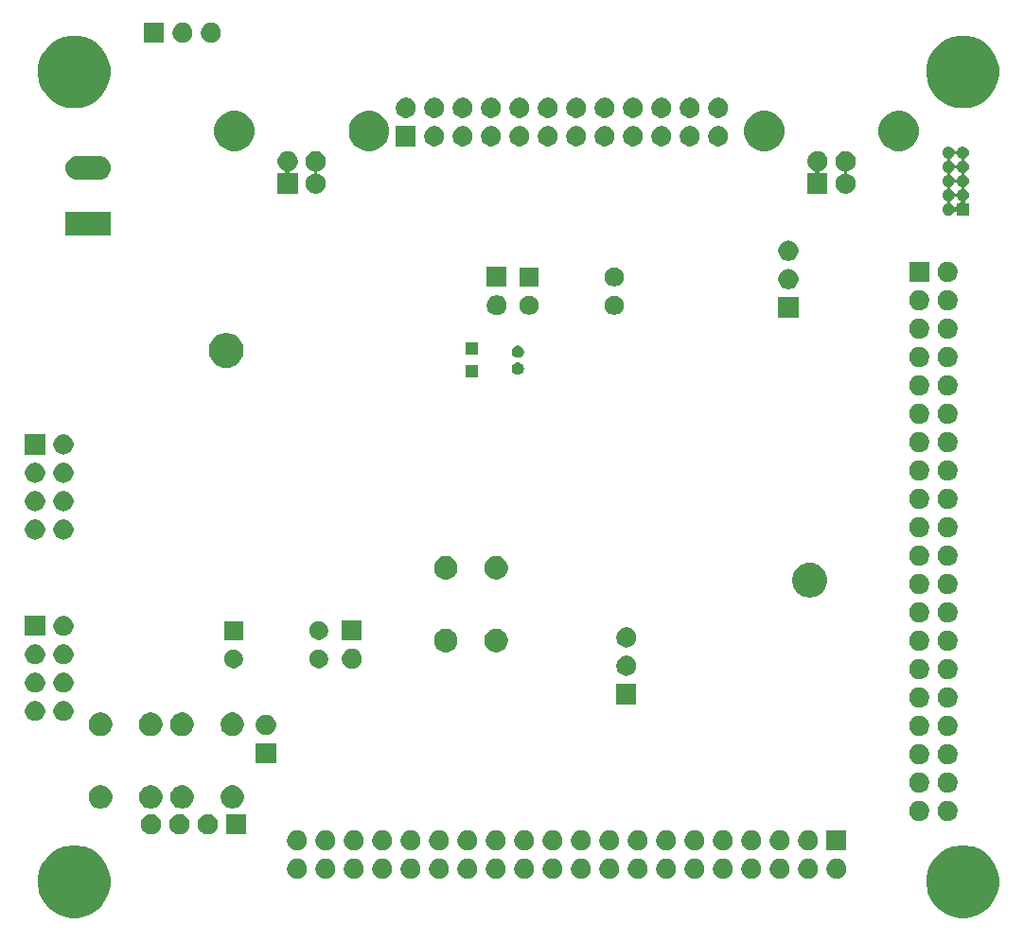
<source format=gbr>
G04 #@! TF.GenerationSoftware,KiCad,Pcbnew,(5.1.5)-3*
G04 #@! TF.CreationDate,2021-02-28T22:04:56+01:00*
G04 #@! TF.ProjectId,g4_eval,67345f65-7661-46c2-9e6b-696361645f70,rev?*
G04 #@! TF.SameCoordinates,Original*
G04 #@! TF.FileFunction,Soldermask,Bot*
G04 #@! TF.FilePolarity,Negative*
%FSLAX46Y46*%
G04 Gerber Fmt 4.6, Leading zero omitted, Abs format (unit mm)*
G04 Created by KiCad (PCBNEW (5.1.5)-3) date 2021-02-28 22:04:56*
%MOMM*%
%LPD*%
G04 APERTURE LIST*
%ADD10C,0.100000*%
G04 APERTURE END LIST*
D10*
G36*
X250634239Y-141811467D02*
G01*
X250948282Y-141873934D01*
X251539926Y-142119001D01*
X252072392Y-142474784D01*
X252525216Y-142927608D01*
X252880999Y-143460074D01*
X253126066Y-144051718D01*
X253126066Y-144051719D01*
X253251000Y-144679803D01*
X253251000Y-145320197D01*
X253188533Y-145634239D01*
X253126066Y-145948282D01*
X252880999Y-146539926D01*
X252525216Y-147072392D01*
X252072392Y-147525216D01*
X251539926Y-147880999D01*
X250948282Y-148126066D01*
X250634239Y-148188533D01*
X250320197Y-148251000D01*
X249679803Y-148251000D01*
X249365761Y-148188533D01*
X249051718Y-148126066D01*
X248460074Y-147880999D01*
X247927608Y-147525216D01*
X247474784Y-147072392D01*
X247119001Y-146539926D01*
X246873934Y-145948282D01*
X246811467Y-145634239D01*
X246749000Y-145320197D01*
X246749000Y-144679803D01*
X246873934Y-144051719D01*
X246873934Y-144051718D01*
X247119001Y-143460074D01*
X247474784Y-142927608D01*
X247927608Y-142474784D01*
X248460074Y-142119001D01*
X249051718Y-141873934D01*
X249365761Y-141811467D01*
X249679803Y-141749000D01*
X250320197Y-141749000D01*
X250634239Y-141811467D01*
G37*
G36*
X171134239Y-141811467D02*
G01*
X171448282Y-141873934D01*
X172039926Y-142119001D01*
X172572392Y-142474784D01*
X173025216Y-142927608D01*
X173380999Y-143460074D01*
X173626066Y-144051718D01*
X173626066Y-144051719D01*
X173751000Y-144679803D01*
X173751000Y-145320197D01*
X173688533Y-145634239D01*
X173626066Y-145948282D01*
X173380999Y-146539926D01*
X173025216Y-147072392D01*
X172572392Y-147525216D01*
X172039926Y-147880999D01*
X171448282Y-148126066D01*
X171134239Y-148188533D01*
X170820197Y-148251000D01*
X170179803Y-148251000D01*
X169865761Y-148188533D01*
X169551718Y-148126066D01*
X168960074Y-147880999D01*
X168427608Y-147525216D01*
X167974784Y-147072392D01*
X167619001Y-146539926D01*
X167373934Y-145948282D01*
X167311467Y-145634239D01*
X167249000Y-145320197D01*
X167249000Y-144679803D01*
X167373934Y-144051719D01*
X167373934Y-144051718D01*
X167619001Y-143460074D01*
X167974784Y-142927608D01*
X168427608Y-142474784D01*
X168960074Y-142119001D01*
X169551718Y-141873934D01*
X169865761Y-141811467D01*
X170179803Y-141749000D01*
X170820197Y-141749000D01*
X171134239Y-141811467D01*
G37*
G36*
X228653512Y-142943927D02*
G01*
X228802812Y-142973624D01*
X228966784Y-143041544D01*
X229114354Y-143140147D01*
X229239853Y-143265646D01*
X229338456Y-143413216D01*
X229406376Y-143577188D01*
X229441000Y-143751259D01*
X229441000Y-143928741D01*
X229406376Y-144102812D01*
X229338456Y-144266784D01*
X229239853Y-144414354D01*
X229114354Y-144539853D01*
X228966784Y-144638456D01*
X228802812Y-144706376D01*
X228653512Y-144736073D01*
X228628742Y-144741000D01*
X228451258Y-144741000D01*
X228426488Y-144736073D01*
X228277188Y-144706376D01*
X228113216Y-144638456D01*
X227965646Y-144539853D01*
X227840147Y-144414354D01*
X227741544Y-144266784D01*
X227673624Y-144102812D01*
X227639000Y-143928741D01*
X227639000Y-143751259D01*
X227673624Y-143577188D01*
X227741544Y-143413216D01*
X227840147Y-143265646D01*
X227965646Y-143140147D01*
X228113216Y-143041544D01*
X228277188Y-142973624D01*
X228426488Y-142943927D01*
X228451258Y-142939000D01*
X228628742Y-142939000D01*
X228653512Y-142943927D01*
G37*
G36*
X231193512Y-142943927D02*
G01*
X231342812Y-142973624D01*
X231506784Y-143041544D01*
X231654354Y-143140147D01*
X231779853Y-143265646D01*
X231878456Y-143413216D01*
X231946376Y-143577188D01*
X231981000Y-143751259D01*
X231981000Y-143928741D01*
X231946376Y-144102812D01*
X231878456Y-144266784D01*
X231779853Y-144414354D01*
X231654354Y-144539853D01*
X231506784Y-144638456D01*
X231342812Y-144706376D01*
X231193512Y-144736073D01*
X231168742Y-144741000D01*
X230991258Y-144741000D01*
X230966488Y-144736073D01*
X230817188Y-144706376D01*
X230653216Y-144638456D01*
X230505646Y-144539853D01*
X230380147Y-144414354D01*
X230281544Y-144266784D01*
X230213624Y-144102812D01*
X230179000Y-143928741D01*
X230179000Y-143751259D01*
X230213624Y-143577188D01*
X230281544Y-143413216D01*
X230380147Y-143265646D01*
X230505646Y-143140147D01*
X230653216Y-143041544D01*
X230817188Y-142973624D01*
X230966488Y-142943927D01*
X230991258Y-142939000D01*
X231168742Y-142939000D01*
X231193512Y-142943927D01*
G37*
G36*
X203253512Y-142943927D02*
G01*
X203402812Y-142973624D01*
X203566784Y-143041544D01*
X203714354Y-143140147D01*
X203839853Y-143265646D01*
X203938456Y-143413216D01*
X204006376Y-143577188D01*
X204041000Y-143751259D01*
X204041000Y-143928741D01*
X204006376Y-144102812D01*
X203938456Y-144266784D01*
X203839853Y-144414354D01*
X203714354Y-144539853D01*
X203566784Y-144638456D01*
X203402812Y-144706376D01*
X203253512Y-144736073D01*
X203228742Y-144741000D01*
X203051258Y-144741000D01*
X203026488Y-144736073D01*
X202877188Y-144706376D01*
X202713216Y-144638456D01*
X202565646Y-144539853D01*
X202440147Y-144414354D01*
X202341544Y-144266784D01*
X202273624Y-144102812D01*
X202239000Y-143928741D01*
X202239000Y-143751259D01*
X202273624Y-143577188D01*
X202341544Y-143413216D01*
X202440147Y-143265646D01*
X202565646Y-143140147D01*
X202713216Y-143041544D01*
X202877188Y-142973624D01*
X203026488Y-142943927D01*
X203051258Y-142939000D01*
X203228742Y-142939000D01*
X203253512Y-142943927D01*
G37*
G36*
X200713512Y-142943927D02*
G01*
X200862812Y-142973624D01*
X201026784Y-143041544D01*
X201174354Y-143140147D01*
X201299853Y-143265646D01*
X201398456Y-143413216D01*
X201466376Y-143577188D01*
X201501000Y-143751259D01*
X201501000Y-143928741D01*
X201466376Y-144102812D01*
X201398456Y-144266784D01*
X201299853Y-144414354D01*
X201174354Y-144539853D01*
X201026784Y-144638456D01*
X200862812Y-144706376D01*
X200713512Y-144736073D01*
X200688742Y-144741000D01*
X200511258Y-144741000D01*
X200486488Y-144736073D01*
X200337188Y-144706376D01*
X200173216Y-144638456D01*
X200025646Y-144539853D01*
X199900147Y-144414354D01*
X199801544Y-144266784D01*
X199733624Y-144102812D01*
X199699000Y-143928741D01*
X199699000Y-143751259D01*
X199733624Y-143577188D01*
X199801544Y-143413216D01*
X199900147Y-143265646D01*
X200025646Y-143140147D01*
X200173216Y-143041544D01*
X200337188Y-142973624D01*
X200486488Y-142943927D01*
X200511258Y-142939000D01*
X200688742Y-142939000D01*
X200713512Y-142943927D01*
G37*
G36*
X198173512Y-142943927D02*
G01*
X198322812Y-142973624D01*
X198486784Y-143041544D01*
X198634354Y-143140147D01*
X198759853Y-143265646D01*
X198858456Y-143413216D01*
X198926376Y-143577188D01*
X198961000Y-143751259D01*
X198961000Y-143928741D01*
X198926376Y-144102812D01*
X198858456Y-144266784D01*
X198759853Y-144414354D01*
X198634354Y-144539853D01*
X198486784Y-144638456D01*
X198322812Y-144706376D01*
X198173512Y-144736073D01*
X198148742Y-144741000D01*
X197971258Y-144741000D01*
X197946488Y-144736073D01*
X197797188Y-144706376D01*
X197633216Y-144638456D01*
X197485646Y-144539853D01*
X197360147Y-144414354D01*
X197261544Y-144266784D01*
X197193624Y-144102812D01*
X197159000Y-143928741D01*
X197159000Y-143751259D01*
X197193624Y-143577188D01*
X197261544Y-143413216D01*
X197360147Y-143265646D01*
X197485646Y-143140147D01*
X197633216Y-143041544D01*
X197797188Y-142973624D01*
X197946488Y-142943927D01*
X197971258Y-142939000D01*
X198148742Y-142939000D01*
X198173512Y-142943927D01*
G37*
G36*
X195633512Y-142943927D02*
G01*
X195782812Y-142973624D01*
X195946784Y-143041544D01*
X196094354Y-143140147D01*
X196219853Y-143265646D01*
X196318456Y-143413216D01*
X196386376Y-143577188D01*
X196421000Y-143751259D01*
X196421000Y-143928741D01*
X196386376Y-144102812D01*
X196318456Y-144266784D01*
X196219853Y-144414354D01*
X196094354Y-144539853D01*
X195946784Y-144638456D01*
X195782812Y-144706376D01*
X195633512Y-144736073D01*
X195608742Y-144741000D01*
X195431258Y-144741000D01*
X195406488Y-144736073D01*
X195257188Y-144706376D01*
X195093216Y-144638456D01*
X194945646Y-144539853D01*
X194820147Y-144414354D01*
X194721544Y-144266784D01*
X194653624Y-144102812D01*
X194619000Y-143928741D01*
X194619000Y-143751259D01*
X194653624Y-143577188D01*
X194721544Y-143413216D01*
X194820147Y-143265646D01*
X194945646Y-143140147D01*
X195093216Y-143041544D01*
X195257188Y-142973624D01*
X195406488Y-142943927D01*
X195431258Y-142939000D01*
X195608742Y-142939000D01*
X195633512Y-142943927D01*
G37*
G36*
X193093512Y-142943927D02*
G01*
X193242812Y-142973624D01*
X193406784Y-143041544D01*
X193554354Y-143140147D01*
X193679853Y-143265646D01*
X193778456Y-143413216D01*
X193846376Y-143577188D01*
X193881000Y-143751259D01*
X193881000Y-143928741D01*
X193846376Y-144102812D01*
X193778456Y-144266784D01*
X193679853Y-144414354D01*
X193554354Y-144539853D01*
X193406784Y-144638456D01*
X193242812Y-144706376D01*
X193093512Y-144736073D01*
X193068742Y-144741000D01*
X192891258Y-144741000D01*
X192866488Y-144736073D01*
X192717188Y-144706376D01*
X192553216Y-144638456D01*
X192405646Y-144539853D01*
X192280147Y-144414354D01*
X192181544Y-144266784D01*
X192113624Y-144102812D01*
X192079000Y-143928741D01*
X192079000Y-143751259D01*
X192113624Y-143577188D01*
X192181544Y-143413216D01*
X192280147Y-143265646D01*
X192405646Y-143140147D01*
X192553216Y-143041544D01*
X192717188Y-142973624D01*
X192866488Y-142943927D01*
X192891258Y-142939000D01*
X193068742Y-142939000D01*
X193093512Y-142943927D01*
G37*
G36*
X190553512Y-142943927D02*
G01*
X190702812Y-142973624D01*
X190866784Y-143041544D01*
X191014354Y-143140147D01*
X191139853Y-143265646D01*
X191238456Y-143413216D01*
X191306376Y-143577188D01*
X191341000Y-143751259D01*
X191341000Y-143928741D01*
X191306376Y-144102812D01*
X191238456Y-144266784D01*
X191139853Y-144414354D01*
X191014354Y-144539853D01*
X190866784Y-144638456D01*
X190702812Y-144706376D01*
X190553512Y-144736073D01*
X190528742Y-144741000D01*
X190351258Y-144741000D01*
X190326488Y-144736073D01*
X190177188Y-144706376D01*
X190013216Y-144638456D01*
X189865646Y-144539853D01*
X189740147Y-144414354D01*
X189641544Y-144266784D01*
X189573624Y-144102812D01*
X189539000Y-143928741D01*
X189539000Y-143751259D01*
X189573624Y-143577188D01*
X189641544Y-143413216D01*
X189740147Y-143265646D01*
X189865646Y-143140147D01*
X190013216Y-143041544D01*
X190177188Y-142973624D01*
X190326488Y-142943927D01*
X190351258Y-142939000D01*
X190528742Y-142939000D01*
X190553512Y-142943927D01*
G37*
G36*
X205793512Y-142943927D02*
G01*
X205942812Y-142973624D01*
X206106784Y-143041544D01*
X206254354Y-143140147D01*
X206379853Y-143265646D01*
X206478456Y-143413216D01*
X206546376Y-143577188D01*
X206581000Y-143751259D01*
X206581000Y-143928741D01*
X206546376Y-144102812D01*
X206478456Y-144266784D01*
X206379853Y-144414354D01*
X206254354Y-144539853D01*
X206106784Y-144638456D01*
X205942812Y-144706376D01*
X205793512Y-144736073D01*
X205768742Y-144741000D01*
X205591258Y-144741000D01*
X205566488Y-144736073D01*
X205417188Y-144706376D01*
X205253216Y-144638456D01*
X205105646Y-144539853D01*
X204980147Y-144414354D01*
X204881544Y-144266784D01*
X204813624Y-144102812D01*
X204779000Y-143928741D01*
X204779000Y-143751259D01*
X204813624Y-143577188D01*
X204881544Y-143413216D01*
X204980147Y-143265646D01*
X205105646Y-143140147D01*
X205253216Y-143041544D01*
X205417188Y-142973624D01*
X205566488Y-142943927D01*
X205591258Y-142939000D01*
X205768742Y-142939000D01*
X205793512Y-142943927D01*
G37*
G36*
X208333512Y-142943927D02*
G01*
X208482812Y-142973624D01*
X208646784Y-143041544D01*
X208794354Y-143140147D01*
X208919853Y-143265646D01*
X209018456Y-143413216D01*
X209086376Y-143577188D01*
X209121000Y-143751259D01*
X209121000Y-143928741D01*
X209086376Y-144102812D01*
X209018456Y-144266784D01*
X208919853Y-144414354D01*
X208794354Y-144539853D01*
X208646784Y-144638456D01*
X208482812Y-144706376D01*
X208333512Y-144736073D01*
X208308742Y-144741000D01*
X208131258Y-144741000D01*
X208106488Y-144736073D01*
X207957188Y-144706376D01*
X207793216Y-144638456D01*
X207645646Y-144539853D01*
X207520147Y-144414354D01*
X207421544Y-144266784D01*
X207353624Y-144102812D01*
X207319000Y-143928741D01*
X207319000Y-143751259D01*
X207353624Y-143577188D01*
X207421544Y-143413216D01*
X207520147Y-143265646D01*
X207645646Y-143140147D01*
X207793216Y-143041544D01*
X207957188Y-142973624D01*
X208106488Y-142943927D01*
X208131258Y-142939000D01*
X208308742Y-142939000D01*
X208333512Y-142943927D01*
G37*
G36*
X210873512Y-142943927D02*
G01*
X211022812Y-142973624D01*
X211186784Y-143041544D01*
X211334354Y-143140147D01*
X211459853Y-143265646D01*
X211558456Y-143413216D01*
X211626376Y-143577188D01*
X211661000Y-143751259D01*
X211661000Y-143928741D01*
X211626376Y-144102812D01*
X211558456Y-144266784D01*
X211459853Y-144414354D01*
X211334354Y-144539853D01*
X211186784Y-144638456D01*
X211022812Y-144706376D01*
X210873512Y-144736073D01*
X210848742Y-144741000D01*
X210671258Y-144741000D01*
X210646488Y-144736073D01*
X210497188Y-144706376D01*
X210333216Y-144638456D01*
X210185646Y-144539853D01*
X210060147Y-144414354D01*
X209961544Y-144266784D01*
X209893624Y-144102812D01*
X209859000Y-143928741D01*
X209859000Y-143751259D01*
X209893624Y-143577188D01*
X209961544Y-143413216D01*
X210060147Y-143265646D01*
X210185646Y-143140147D01*
X210333216Y-143041544D01*
X210497188Y-142973624D01*
X210646488Y-142943927D01*
X210671258Y-142939000D01*
X210848742Y-142939000D01*
X210873512Y-142943927D01*
G37*
G36*
X215953512Y-142943927D02*
G01*
X216102812Y-142973624D01*
X216266784Y-143041544D01*
X216414354Y-143140147D01*
X216539853Y-143265646D01*
X216638456Y-143413216D01*
X216706376Y-143577188D01*
X216741000Y-143751259D01*
X216741000Y-143928741D01*
X216706376Y-144102812D01*
X216638456Y-144266784D01*
X216539853Y-144414354D01*
X216414354Y-144539853D01*
X216266784Y-144638456D01*
X216102812Y-144706376D01*
X215953512Y-144736073D01*
X215928742Y-144741000D01*
X215751258Y-144741000D01*
X215726488Y-144736073D01*
X215577188Y-144706376D01*
X215413216Y-144638456D01*
X215265646Y-144539853D01*
X215140147Y-144414354D01*
X215041544Y-144266784D01*
X214973624Y-144102812D01*
X214939000Y-143928741D01*
X214939000Y-143751259D01*
X214973624Y-143577188D01*
X215041544Y-143413216D01*
X215140147Y-143265646D01*
X215265646Y-143140147D01*
X215413216Y-143041544D01*
X215577188Y-142973624D01*
X215726488Y-142943927D01*
X215751258Y-142939000D01*
X215928742Y-142939000D01*
X215953512Y-142943927D01*
G37*
G36*
X218493512Y-142943927D02*
G01*
X218642812Y-142973624D01*
X218806784Y-143041544D01*
X218954354Y-143140147D01*
X219079853Y-143265646D01*
X219178456Y-143413216D01*
X219246376Y-143577188D01*
X219281000Y-143751259D01*
X219281000Y-143928741D01*
X219246376Y-144102812D01*
X219178456Y-144266784D01*
X219079853Y-144414354D01*
X218954354Y-144539853D01*
X218806784Y-144638456D01*
X218642812Y-144706376D01*
X218493512Y-144736073D01*
X218468742Y-144741000D01*
X218291258Y-144741000D01*
X218266488Y-144736073D01*
X218117188Y-144706376D01*
X217953216Y-144638456D01*
X217805646Y-144539853D01*
X217680147Y-144414354D01*
X217581544Y-144266784D01*
X217513624Y-144102812D01*
X217479000Y-143928741D01*
X217479000Y-143751259D01*
X217513624Y-143577188D01*
X217581544Y-143413216D01*
X217680147Y-143265646D01*
X217805646Y-143140147D01*
X217953216Y-143041544D01*
X218117188Y-142973624D01*
X218266488Y-142943927D01*
X218291258Y-142939000D01*
X218468742Y-142939000D01*
X218493512Y-142943927D01*
G37*
G36*
X221033512Y-142943927D02*
G01*
X221182812Y-142973624D01*
X221346784Y-143041544D01*
X221494354Y-143140147D01*
X221619853Y-143265646D01*
X221718456Y-143413216D01*
X221786376Y-143577188D01*
X221821000Y-143751259D01*
X221821000Y-143928741D01*
X221786376Y-144102812D01*
X221718456Y-144266784D01*
X221619853Y-144414354D01*
X221494354Y-144539853D01*
X221346784Y-144638456D01*
X221182812Y-144706376D01*
X221033512Y-144736073D01*
X221008742Y-144741000D01*
X220831258Y-144741000D01*
X220806488Y-144736073D01*
X220657188Y-144706376D01*
X220493216Y-144638456D01*
X220345646Y-144539853D01*
X220220147Y-144414354D01*
X220121544Y-144266784D01*
X220053624Y-144102812D01*
X220019000Y-143928741D01*
X220019000Y-143751259D01*
X220053624Y-143577188D01*
X220121544Y-143413216D01*
X220220147Y-143265646D01*
X220345646Y-143140147D01*
X220493216Y-143041544D01*
X220657188Y-142973624D01*
X220806488Y-142943927D01*
X220831258Y-142939000D01*
X221008742Y-142939000D01*
X221033512Y-142943927D01*
G37*
G36*
X223573512Y-142943927D02*
G01*
X223722812Y-142973624D01*
X223886784Y-143041544D01*
X224034354Y-143140147D01*
X224159853Y-143265646D01*
X224258456Y-143413216D01*
X224326376Y-143577188D01*
X224361000Y-143751259D01*
X224361000Y-143928741D01*
X224326376Y-144102812D01*
X224258456Y-144266784D01*
X224159853Y-144414354D01*
X224034354Y-144539853D01*
X223886784Y-144638456D01*
X223722812Y-144706376D01*
X223573512Y-144736073D01*
X223548742Y-144741000D01*
X223371258Y-144741000D01*
X223346488Y-144736073D01*
X223197188Y-144706376D01*
X223033216Y-144638456D01*
X222885646Y-144539853D01*
X222760147Y-144414354D01*
X222661544Y-144266784D01*
X222593624Y-144102812D01*
X222559000Y-143928741D01*
X222559000Y-143751259D01*
X222593624Y-143577188D01*
X222661544Y-143413216D01*
X222760147Y-143265646D01*
X222885646Y-143140147D01*
X223033216Y-143041544D01*
X223197188Y-142973624D01*
X223346488Y-142943927D01*
X223371258Y-142939000D01*
X223548742Y-142939000D01*
X223573512Y-142943927D01*
G37*
G36*
X226113512Y-142943927D02*
G01*
X226262812Y-142973624D01*
X226426784Y-143041544D01*
X226574354Y-143140147D01*
X226699853Y-143265646D01*
X226798456Y-143413216D01*
X226866376Y-143577188D01*
X226901000Y-143751259D01*
X226901000Y-143928741D01*
X226866376Y-144102812D01*
X226798456Y-144266784D01*
X226699853Y-144414354D01*
X226574354Y-144539853D01*
X226426784Y-144638456D01*
X226262812Y-144706376D01*
X226113512Y-144736073D01*
X226088742Y-144741000D01*
X225911258Y-144741000D01*
X225886488Y-144736073D01*
X225737188Y-144706376D01*
X225573216Y-144638456D01*
X225425646Y-144539853D01*
X225300147Y-144414354D01*
X225201544Y-144266784D01*
X225133624Y-144102812D01*
X225099000Y-143928741D01*
X225099000Y-143751259D01*
X225133624Y-143577188D01*
X225201544Y-143413216D01*
X225300147Y-143265646D01*
X225425646Y-143140147D01*
X225573216Y-143041544D01*
X225737188Y-142973624D01*
X225886488Y-142943927D01*
X225911258Y-142939000D01*
X226088742Y-142939000D01*
X226113512Y-142943927D01*
G37*
G36*
X238813512Y-142943927D02*
G01*
X238962812Y-142973624D01*
X239126784Y-143041544D01*
X239274354Y-143140147D01*
X239399853Y-143265646D01*
X239498456Y-143413216D01*
X239566376Y-143577188D01*
X239601000Y-143751259D01*
X239601000Y-143928741D01*
X239566376Y-144102812D01*
X239498456Y-144266784D01*
X239399853Y-144414354D01*
X239274354Y-144539853D01*
X239126784Y-144638456D01*
X238962812Y-144706376D01*
X238813512Y-144736073D01*
X238788742Y-144741000D01*
X238611258Y-144741000D01*
X238586488Y-144736073D01*
X238437188Y-144706376D01*
X238273216Y-144638456D01*
X238125646Y-144539853D01*
X238000147Y-144414354D01*
X237901544Y-144266784D01*
X237833624Y-144102812D01*
X237799000Y-143928741D01*
X237799000Y-143751259D01*
X237833624Y-143577188D01*
X237901544Y-143413216D01*
X238000147Y-143265646D01*
X238125646Y-143140147D01*
X238273216Y-143041544D01*
X238437188Y-142973624D01*
X238586488Y-142943927D01*
X238611258Y-142939000D01*
X238788742Y-142939000D01*
X238813512Y-142943927D01*
G37*
G36*
X236273512Y-142943927D02*
G01*
X236422812Y-142973624D01*
X236586784Y-143041544D01*
X236734354Y-143140147D01*
X236859853Y-143265646D01*
X236958456Y-143413216D01*
X237026376Y-143577188D01*
X237061000Y-143751259D01*
X237061000Y-143928741D01*
X237026376Y-144102812D01*
X236958456Y-144266784D01*
X236859853Y-144414354D01*
X236734354Y-144539853D01*
X236586784Y-144638456D01*
X236422812Y-144706376D01*
X236273512Y-144736073D01*
X236248742Y-144741000D01*
X236071258Y-144741000D01*
X236046488Y-144736073D01*
X235897188Y-144706376D01*
X235733216Y-144638456D01*
X235585646Y-144539853D01*
X235460147Y-144414354D01*
X235361544Y-144266784D01*
X235293624Y-144102812D01*
X235259000Y-143928741D01*
X235259000Y-143751259D01*
X235293624Y-143577188D01*
X235361544Y-143413216D01*
X235460147Y-143265646D01*
X235585646Y-143140147D01*
X235733216Y-143041544D01*
X235897188Y-142973624D01*
X236046488Y-142943927D01*
X236071258Y-142939000D01*
X236248742Y-142939000D01*
X236273512Y-142943927D01*
G37*
G36*
X233733512Y-142943927D02*
G01*
X233882812Y-142973624D01*
X234046784Y-143041544D01*
X234194354Y-143140147D01*
X234319853Y-143265646D01*
X234418456Y-143413216D01*
X234486376Y-143577188D01*
X234521000Y-143751259D01*
X234521000Y-143928741D01*
X234486376Y-144102812D01*
X234418456Y-144266784D01*
X234319853Y-144414354D01*
X234194354Y-144539853D01*
X234046784Y-144638456D01*
X233882812Y-144706376D01*
X233733512Y-144736073D01*
X233708742Y-144741000D01*
X233531258Y-144741000D01*
X233506488Y-144736073D01*
X233357188Y-144706376D01*
X233193216Y-144638456D01*
X233045646Y-144539853D01*
X232920147Y-144414354D01*
X232821544Y-144266784D01*
X232753624Y-144102812D01*
X232719000Y-143928741D01*
X232719000Y-143751259D01*
X232753624Y-143577188D01*
X232821544Y-143413216D01*
X232920147Y-143265646D01*
X233045646Y-143140147D01*
X233193216Y-143041544D01*
X233357188Y-142973624D01*
X233506488Y-142943927D01*
X233531258Y-142939000D01*
X233708742Y-142939000D01*
X233733512Y-142943927D01*
G37*
G36*
X213413512Y-142943927D02*
G01*
X213562812Y-142973624D01*
X213726784Y-143041544D01*
X213874354Y-143140147D01*
X213999853Y-143265646D01*
X214098456Y-143413216D01*
X214166376Y-143577188D01*
X214201000Y-143751259D01*
X214201000Y-143928741D01*
X214166376Y-144102812D01*
X214098456Y-144266784D01*
X213999853Y-144414354D01*
X213874354Y-144539853D01*
X213726784Y-144638456D01*
X213562812Y-144706376D01*
X213413512Y-144736073D01*
X213388742Y-144741000D01*
X213211258Y-144741000D01*
X213186488Y-144736073D01*
X213037188Y-144706376D01*
X212873216Y-144638456D01*
X212725646Y-144539853D01*
X212600147Y-144414354D01*
X212501544Y-144266784D01*
X212433624Y-144102812D01*
X212399000Y-143928741D01*
X212399000Y-143751259D01*
X212433624Y-143577188D01*
X212501544Y-143413216D01*
X212600147Y-143265646D01*
X212725646Y-143140147D01*
X212873216Y-143041544D01*
X213037188Y-142973624D01*
X213186488Y-142943927D01*
X213211258Y-142939000D01*
X213388742Y-142939000D01*
X213413512Y-142943927D01*
G37*
G36*
X208333512Y-140403927D02*
G01*
X208482812Y-140433624D01*
X208646784Y-140501544D01*
X208794354Y-140600147D01*
X208919853Y-140725646D01*
X209018456Y-140873216D01*
X209086376Y-141037188D01*
X209121000Y-141211259D01*
X209121000Y-141388741D01*
X209086376Y-141562812D01*
X209018456Y-141726784D01*
X208919853Y-141874354D01*
X208794354Y-141999853D01*
X208646784Y-142098456D01*
X208482812Y-142166376D01*
X208333512Y-142196073D01*
X208308742Y-142201000D01*
X208131258Y-142201000D01*
X208106488Y-142196073D01*
X207957188Y-142166376D01*
X207793216Y-142098456D01*
X207645646Y-141999853D01*
X207520147Y-141874354D01*
X207421544Y-141726784D01*
X207353624Y-141562812D01*
X207319000Y-141388741D01*
X207319000Y-141211259D01*
X207353624Y-141037188D01*
X207421544Y-140873216D01*
X207520147Y-140725646D01*
X207645646Y-140600147D01*
X207793216Y-140501544D01*
X207957188Y-140433624D01*
X208106488Y-140403927D01*
X208131258Y-140399000D01*
X208308742Y-140399000D01*
X208333512Y-140403927D01*
G37*
G36*
X215953512Y-140403927D02*
G01*
X216102812Y-140433624D01*
X216266784Y-140501544D01*
X216414354Y-140600147D01*
X216539853Y-140725646D01*
X216638456Y-140873216D01*
X216706376Y-141037188D01*
X216741000Y-141211259D01*
X216741000Y-141388741D01*
X216706376Y-141562812D01*
X216638456Y-141726784D01*
X216539853Y-141874354D01*
X216414354Y-141999853D01*
X216266784Y-142098456D01*
X216102812Y-142166376D01*
X215953512Y-142196073D01*
X215928742Y-142201000D01*
X215751258Y-142201000D01*
X215726488Y-142196073D01*
X215577188Y-142166376D01*
X215413216Y-142098456D01*
X215265646Y-141999853D01*
X215140147Y-141874354D01*
X215041544Y-141726784D01*
X214973624Y-141562812D01*
X214939000Y-141388741D01*
X214939000Y-141211259D01*
X214973624Y-141037188D01*
X215041544Y-140873216D01*
X215140147Y-140725646D01*
X215265646Y-140600147D01*
X215413216Y-140501544D01*
X215577188Y-140433624D01*
X215726488Y-140403927D01*
X215751258Y-140399000D01*
X215928742Y-140399000D01*
X215953512Y-140403927D01*
G37*
G36*
X205793512Y-140403927D02*
G01*
X205942812Y-140433624D01*
X206106784Y-140501544D01*
X206254354Y-140600147D01*
X206379853Y-140725646D01*
X206478456Y-140873216D01*
X206546376Y-141037188D01*
X206581000Y-141211259D01*
X206581000Y-141388741D01*
X206546376Y-141562812D01*
X206478456Y-141726784D01*
X206379853Y-141874354D01*
X206254354Y-141999853D01*
X206106784Y-142098456D01*
X205942812Y-142166376D01*
X205793512Y-142196073D01*
X205768742Y-142201000D01*
X205591258Y-142201000D01*
X205566488Y-142196073D01*
X205417188Y-142166376D01*
X205253216Y-142098456D01*
X205105646Y-141999853D01*
X204980147Y-141874354D01*
X204881544Y-141726784D01*
X204813624Y-141562812D01*
X204779000Y-141388741D01*
X204779000Y-141211259D01*
X204813624Y-141037188D01*
X204881544Y-140873216D01*
X204980147Y-140725646D01*
X205105646Y-140600147D01*
X205253216Y-140501544D01*
X205417188Y-140433624D01*
X205566488Y-140403927D01*
X205591258Y-140399000D01*
X205768742Y-140399000D01*
X205793512Y-140403927D01*
G37*
G36*
X203253512Y-140403927D02*
G01*
X203402812Y-140433624D01*
X203566784Y-140501544D01*
X203714354Y-140600147D01*
X203839853Y-140725646D01*
X203938456Y-140873216D01*
X204006376Y-141037188D01*
X204041000Y-141211259D01*
X204041000Y-141388741D01*
X204006376Y-141562812D01*
X203938456Y-141726784D01*
X203839853Y-141874354D01*
X203714354Y-141999853D01*
X203566784Y-142098456D01*
X203402812Y-142166376D01*
X203253512Y-142196073D01*
X203228742Y-142201000D01*
X203051258Y-142201000D01*
X203026488Y-142196073D01*
X202877188Y-142166376D01*
X202713216Y-142098456D01*
X202565646Y-141999853D01*
X202440147Y-141874354D01*
X202341544Y-141726784D01*
X202273624Y-141562812D01*
X202239000Y-141388741D01*
X202239000Y-141211259D01*
X202273624Y-141037188D01*
X202341544Y-140873216D01*
X202440147Y-140725646D01*
X202565646Y-140600147D01*
X202713216Y-140501544D01*
X202877188Y-140433624D01*
X203026488Y-140403927D01*
X203051258Y-140399000D01*
X203228742Y-140399000D01*
X203253512Y-140403927D01*
G37*
G36*
X200713512Y-140403927D02*
G01*
X200862812Y-140433624D01*
X201026784Y-140501544D01*
X201174354Y-140600147D01*
X201299853Y-140725646D01*
X201398456Y-140873216D01*
X201466376Y-141037188D01*
X201501000Y-141211259D01*
X201501000Y-141388741D01*
X201466376Y-141562812D01*
X201398456Y-141726784D01*
X201299853Y-141874354D01*
X201174354Y-141999853D01*
X201026784Y-142098456D01*
X200862812Y-142166376D01*
X200713512Y-142196073D01*
X200688742Y-142201000D01*
X200511258Y-142201000D01*
X200486488Y-142196073D01*
X200337188Y-142166376D01*
X200173216Y-142098456D01*
X200025646Y-141999853D01*
X199900147Y-141874354D01*
X199801544Y-141726784D01*
X199733624Y-141562812D01*
X199699000Y-141388741D01*
X199699000Y-141211259D01*
X199733624Y-141037188D01*
X199801544Y-140873216D01*
X199900147Y-140725646D01*
X200025646Y-140600147D01*
X200173216Y-140501544D01*
X200337188Y-140433624D01*
X200486488Y-140403927D01*
X200511258Y-140399000D01*
X200688742Y-140399000D01*
X200713512Y-140403927D01*
G37*
G36*
X198173512Y-140403927D02*
G01*
X198322812Y-140433624D01*
X198486784Y-140501544D01*
X198634354Y-140600147D01*
X198759853Y-140725646D01*
X198858456Y-140873216D01*
X198926376Y-141037188D01*
X198961000Y-141211259D01*
X198961000Y-141388741D01*
X198926376Y-141562812D01*
X198858456Y-141726784D01*
X198759853Y-141874354D01*
X198634354Y-141999853D01*
X198486784Y-142098456D01*
X198322812Y-142166376D01*
X198173512Y-142196073D01*
X198148742Y-142201000D01*
X197971258Y-142201000D01*
X197946488Y-142196073D01*
X197797188Y-142166376D01*
X197633216Y-142098456D01*
X197485646Y-141999853D01*
X197360147Y-141874354D01*
X197261544Y-141726784D01*
X197193624Y-141562812D01*
X197159000Y-141388741D01*
X197159000Y-141211259D01*
X197193624Y-141037188D01*
X197261544Y-140873216D01*
X197360147Y-140725646D01*
X197485646Y-140600147D01*
X197633216Y-140501544D01*
X197797188Y-140433624D01*
X197946488Y-140403927D01*
X197971258Y-140399000D01*
X198148742Y-140399000D01*
X198173512Y-140403927D01*
G37*
G36*
X193093512Y-140403927D02*
G01*
X193242812Y-140433624D01*
X193406784Y-140501544D01*
X193554354Y-140600147D01*
X193679853Y-140725646D01*
X193778456Y-140873216D01*
X193846376Y-141037188D01*
X193881000Y-141211259D01*
X193881000Y-141388741D01*
X193846376Y-141562812D01*
X193778456Y-141726784D01*
X193679853Y-141874354D01*
X193554354Y-141999853D01*
X193406784Y-142098456D01*
X193242812Y-142166376D01*
X193093512Y-142196073D01*
X193068742Y-142201000D01*
X192891258Y-142201000D01*
X192866488Y-142196073D01*
X192717188Y-142166376D01*
X192553216Y-142098456D01*
X192405646Y-141999853D01*
X192280147Y-141874354D01*
X192181544Y-141726784D01*
X192113624Y-141562812D01*
X192079000Y-141388741D01*
X192079000Y-141211259D01*
X192113624Y-141037188D01*
X192181544Y-140873216D01*
X192280147Y-140725646D01*
X192405646Y-140600147D01*
X192553216Y-140501544D01*
X192717188Y-140433624D01*
X192866488Y-140403927D01*
X192891258Y-140399000D01*
X193068742Y-140399000D01*
X193093512Y-140403927D01*
G37*
G36*
X195633512Y-140403927D02*
G01*
X195782812Y-140433624D01*
X195946784Y-140501544D01*
X196094354Y-140600147D01*
X196219853Y-140725646D01*
X196318456Y-140873216D01*
X196386376Y-141037188D01*
X196421000Y-141211259D01*
X196421000Y-141388741D01*
X196386376Y-141562812D01*
X196318456Y-141726784D01*
X196219853Y-141874354D01*
X196094354Y-141999853D01*
X195946784Y-142098456D01*
X195782812Y-142166376D01*
X195633512Y-142196073D01*
X195608742Y-142201000D01*
X195431258Y-142201000D01*
X195406488Y-142196073D01*
X195257188Y-142166376D01*
X195093216Y-142098456D01*
X194945646Y-141999853D01*
X194820147Y-141874354D01*
X194721544Y-141726784D01*
X194653624Y-141562812D01*
X194619000Y-141388741D01*
X194619000Y-141211259D01*
X194653624Y-141037188D01*
X194721544Y-140873216D01*
X194820147Y-140725646D01*
X194945646Y-140600147D01*
X195093216Y-140501544D01*
X195257188Y-140433624D01*
X195406488Y-140403927D01*
X195431258Y-140399000D01*
X195608742Y-140399000D01*
X195633512Y-140403927D01*
G37*
G36*
X231193512Y-140403927D02*
G01*
X231342812Y-140433624D01*
X231506784Y-140501544D01*
X231654354Y-140600147D01*
X231779853Y-140725646D01*
X231878456Y-140873216D01*
X231946376Y-141037188D01*
X231981000Y-141211259D01*
X231981000Y-141388741D01*
X231946376Y-141562812D01*
X231878456Y-141726784D01*
X231779853Y-141874354D01*
X231654354Y-141999853D01*
X231506784Y-142098456D01*
X231342812Y-142166376D01*
X231193512Y-142196073D01*
X231168742Y-142201000D01*
X230991258Y-142201000D01*
X230966488Y-142196073D01*
X230817188Y-142166376D01*
X230653216Y-142098456D01*
X230505646Y-141999853D01*
X230380147Y-141874354D01*
X230281544Y-141726784D01*
X230213624Y-141562812D01*
X230179000Y-141388741D01*
X230179000Y-141211259D01*
X230213624Y-141037188D01*
X230281544Y-140873216D01*
X230380147Y-140725646D01*
X230505646Y-140600147D01*
X230653216Y-140501544D01*
X230817188Y-140433624D01*
X230966488Y-140403927D01*
X230991258Y-140399000D01*
X231168742Y-140399000D01*
X231193512Y-140403927D01*
G37*
G36*
X190553512Y-140403927D02*
G01*
X190702812Y-140433624D01*
X190866784Y-140501544D01*
X191014354Y-140600147D01*
X191139853Y-140725646D01*
X191238456Y-140873216D01*
X191306376Y-141037188D01*
X191341000Y-141211259D01*
X191341000Y-141388741D01*
X191306376Y-141562812D01*
X191238456Y-141726784D01*
X191139853Y-141874354D01*
X191014354Y-141999853D01*
X190866784Y-142098456D01*
X190702812Y-142166376D01*
X190553512Y-142196073D01*
X190528742Y-142201000D01*
X190351258Y-142201000D01*
X190326488Y-142196073D01*
X190177188Y-142166376D01*
X190013216Y-142098456D01*
X189865646Y-141999853D01*
X189740147Y-141874354D01*
X189641544Y-141726784D01*
X189573624Y-141562812D01*
X189539000Y-141388741D01*
X189539000Y-141211259D01*
X189573624Y-141037188D01*
X189641544Y-140873216D01*
X189740147Y-140725646D01*
X189865646Y-140600147D01*
X190013216Y-140501544D01*
X190177188Y-140433624D01*
X190326488Y-140403927D01*
X190351258Y-140399000D01*
X190528742Y-140399000D01*
X190553512Y-140403927D01*
G37*
G36*
X210873512Y-140403927D02*
G01*
X211022812Y-140433624D01*
X211186784Y-140501544D01*
X211334354Y-140600147D01*
X211459853Y-140725646D01*
X211558456Y-140873216D01*
X211626376Y-141037188D01*
X211661000Y-141211259D01*
X211661000Y-141388741D01*
X211626376Y-141562812D01*
X211558456Y-141726784D01*
X211459853Y-141874354D01*
X211334354Y-141999853D01*
X211186784Y-142098456D01*
X211022812Y-142166376D01*
X210873512Y-142196073D01*
X210848742Y-142201000D01*
X210671258Y-142201000D01*
X210646488Y-142196073D01*
X210497188Y-142166376D01*
X210333216Y-142098456D01*
X210185646Y-141999853D01*
X210060147Y-141874354D01*
X209961544Y-141726784D01*
X209893624Y-141562812D01*
X209859000Y-141388741D01*
X209859000Y-141211259D01*
X209893624Y-141037188D01*
X209961544Y-140873216D01*
X210060147Y-140725646D01*
X210185646Y-140600147D01*
X210333216Y-140501544D01*
X210497188Y-140433624D01*
X210646488Y-140403927D01*
X210671258Y-140399000D01*
X210848742Y-140399000D01*
X210873512Y-140403927D01*
G37*
G36*
X233733512Y-140403927D02*
G01*
X233882812Y-140433624D01*
X234046784Y-140501544D01*
X234194354Y-140600147D01*
X234319853Y-140725646D01*
X234418456Y-140873216D01*
X234486376Y-141037188D01*
X234521000Y-141211259D01*
X234521000Y-141388741D01*
X234486376Y-141562812D01*
X234418456Y-141726784D01*
X234319853Y-141874354D01*
X234194354Y-141999853D01*
X234046784Y-142098456D01*
X233882812Y-142166376D01*
X233733512Y-142196073D01*
X233708742Y-142201000D01*
X233531258Y-142201000D01*
X233506488Y-142196073D01*
X233357188Y-142166376D01*
X233193216Y-142098456D01*
X233045646Y-141999853D01*
X232920147Y-141874354D01*
X232821544Y-141726784D01*
X232753624Y-141562812D01*
X232719000Y-141388741D01*
X232719000Y-141211259D01*
X232753624Y-141037188D01*
X232821544Y-140873216D01*
X232920147Y-140725646D01*
X233045646Y-140600147D01*
X233193216Y-140501544D01*
X233357188Y-140433624D01*
X233506488Y-140403927D01*
X233531258Y-140399000D01*
X233708742Y-140399000D01*
X233733512Y-140403927D01*
G37*
G36*
X218493512Y-140403927D02*
G01*
X218642812Y-140433624D01*
X218806784Y-140501544D01*
X218954354Y-140600147D01*
X219079853Y-140725646D01*
X219178456Y-140873216D01*
X219246376Y-141037188D01*
X219281000Y-141211259D01*
X219281000Y-141388741D01*
X219246376Y-141562812D01*
X219178456Y-141726784D01*
X219079853Y-141874354D01*
X218954354Y-141999853D01*
X218806784Y-142098456D01*
X218642812Y-142166376D01*
X218493512Y-142196073D01*
X218468742Y-142201000D01*
X218291258Y-142201000D01*
X218266488Y-142196073D01*
X218117188Y-142166376D01*
X217953216Y-142098456D01*
X217805646Y-141999853D01*
X217680147Y-141874354D01*
X217581544Y-141726784D01*
X217513624Y-141562812D01*
X217479000Y-141388741D01*
X217479000Y-141211259D01*
X217513624Y-141037188D01*
X217581544Y-140873216D01*
X217680147Y-140725646D01*
X217805646Y-140600147D01*
X217953216Y-140501544D01*
X218117188Y-140433624D01*
X218266488Y-140403927D01*
X218291258Y-140399000D01*
X218468742Y-140399000D01*
X218493512Y-140403927D01*
G37*
G36*
X236273512Y-140403927D02*
G01*
X236422812Y-140433624D01*
X236586784Y-140501544D01*
X236734354Y-140600147D01*
X236859853Y-140725646D01*
X236958456Y-140873216D01*
X237026376Y-141037188D01*
X237061000Y-141211259D01*
X237061000Y-141388741D01*
X237026376Y-141562812D01*
X236958456Y-141726784D01*
X236859853Y-141874354D01*
X236734354Y-141999853D01*
X236586784Y-142098456D01*
X236422812Y-142166376D01*
X236273512Y-142196073D01*
X236248742Y-142201000D01*
X236071258Y-142201000D01*
X236046488Y-142196073D01*
X235897188Y-142166376D01*
X235733216Y-142098456D01*
X235585646Y-141999853D01*
X235460147Y-141874354D01*
X235361544Y-141726784D01*
X235293624Y-141562812D01*
X235259000Y-141388741D01*
X235259000Y-141211259D01*
X235293624Y-141037188D01*
X235361544Y-140873216D01*
X235460147Y-140725646D01*
X235585646Y-140600147D01*
X235733216Y-140501544D01*
X235897188Y-140433624D01*
X236046488Y-140403927D01*
X236071258Y-140399000D01*
X236248742Y-140399000D01*
X236273512Y-140403927D01*
G37*
G36*
X228653512Y-140403927D02*
G01*
X228802812Y-140433624D01*
X228966784Y-140501544D01*
X229114354Y-140600147D01*
X229239853Y-140725646D01*
X229338456Y-140873216D01*
X229406376Y-141037188D01*
X229441000Y-141211259D01*
X229441000Y-141388741D01*
X229406376Y-141562812D01*
X229338456Y-141726784D01*
X229239853Y-141874354D01*
X229114354Y-141999853D01*
X228966784Y-142098456D01*
X228802812Y-142166376D01*
X228653512Y-142196073D01*
X228628742Y-142201000D01*
X228451258Y-142201000D01*
X228426488Y-142196073D01*
X228277188Y-142166376D01*
X228113216Y-142098456D01*
X227965646Y-141999853D01*
X227840147Y-141874354D01*
X227741544Y-141726784D01*
X227673624Y-141562812D01*
X227639000Y-141388741D01*
X227639000Y-141211259D01*
X227673624Y-141037188D01*
X227741544Y-140873216D01*
X227840147Y-140725646D01*
X227965646Y-140600147D01*
X228113216Y-140501544D01*
X228277188Y-140433624D01*
X228426488Y-140403927D01*
X228451258Y-140399000D01*
X228628742Y-140399000D01*
X228653512Y-140403927D01*
G37*
G36*
X226113512Y-140403927D02*
G01*
X226262812Y-140433624D01*
X226426784Y-140501544D01*
X226574354Y-140600147D01*
X226699853Y-140725646D01*
X226798456Y-140873216D01*
X226866376Y-141037188D01*
X226901000Y-141211259D01*
X226901000Y-141388741D01*
X226866376Y-141562812D01*
X226798456Y-141726784D01*
X226699853Y-141874354D01*
X226574354Y-141999853D01*
X226426784Y-142098456D01*
X226262812Y-142166376D01*
X226113512Y-142196073D01*
X226088742Y-142201000D01*
X225911258Y-142201000D01*
X225886488Y-142196073D01*
X225737188Y-142166376D01*
X225573216Y-142098456D01*
X225425646Y-141999853D01*
X225300147Y-141874354D01*
X225201544Y-141726784D01*
X225133624Y-141562812D01*
X225099000Y-141388741D01*
X225099000Y-141211259D01*
X225133624Y-141037188D01*
X225201544Y-140873216D01*
X225300147Y-140725646D01*
X225425646Y-140600147D01*
X225573216Y-140501544D01*
X225737188Y-140433624D01*
X225886488Y-140403927D01*
X225911258Y-140399000D01*
X226088742Y-140399000D01*
X226113512Y-140403927D01*
G37*
G36*
X239601000Y-142201000D02*
G01*
X237799000Y-142201000D01*
X237799000Y-140399000D01*
X239601000Y-140399000D01*
X239601000Y-142201000D01*
G37*
G36*
X223573512Y-140403927D02*
G01*
X223722812Y-140433624D01*
X223886784Y-140501544D01*
X224034354Y-140600147D01*
X224159853Y-140725646D01*
X224258456Y-140873216D01*
X224326376Y-141037188D01*
X224361000Y-141211259D01*
X224361000Y-141388741D01*
X224326376Y-141562812D01*
X224258456Y-141726784D01*
X224159853Y-141874354D01*
X224034354Y-141999853D01*
X223886784Y-142098456D01*
X223722812Y-142166376D01*
X223573512Y-142196073D01*
X223548742Y-142201000D01*
X223371258Y-142201000D01*
X223346488Y-142196073D01*
X223197188Y-142166376D01*
X223033216Y-142098456D01*
X222885646Y-141999853D01*
X222760147Y-141874354D01*
X222661544Y-141726784D01*
X222593624Y-141562812D01*
X222559000Y-141388741D01*
X222559000Y-141211259D01*
X222593624Y-141037188D01*
X222661544Y-140873216D01*
X222760147Y-140725646D01*
X222885646Y-140600147D01*
X223033216Y-140501544D01*
X223197188Y-140433624D01*
X223346488Y-140403927D01*
X223371258Y-140399000D01*
X223548742Y-140399000D01*
X223573512Y-140403927D01*
G37*
G36*
X213413512Y-140403927D02*
G01*
X213562812Y-140433624D01*
X213726784Y-140501544D01*
X213874354Y-140600147D01*
X213999853Y-140725646D01*
X214098456Y-140873216D01*
X214166376Y-141037188D01*
X214201000Y-141211259D01*
X214201000Y-141388741D01*
X214166376Y-141562812D01*
X214098456Y-141726784D01*
X213999853Y-141874354D01*
X213874354Y-141999853D01*
X213726784Y-142098456D01*
X213562812Y-142166376D01*
X213413512Y-142196073D01*
X213388742Y-142201000D01*
X213211258Y-142201000D01*
X213186488Y-142196073D01*
X213037188Y-142166376D01*
X212873216Y-142098456D01*
X212725646Y-141999853D01*
X212600147Y-141874354D01*
X212501544Y-141726784D01*
X212433624Y-141562812D01*
X212399000Y-141388741D01*
X212399000Y-141211259D01*
X212433624Y-141037188D01*
X212501544Y-140873216D01*
X212600147Y-140725646D01*
X212725646Y-140600147D01*
X212873216Y-140501544D01*
X213037188Y-140433624D01*
X213186488Y-140403927D01*
X213211258Y-140399000D01*
X213388742Y-140399000D01*
X213413512Y-140403927D01*
G37*
G36*
X221033512Y-140403927D02*
G01*
X221182812Y-140433624D01*
X221346784Y-140501544D01*
X221494354Y-140600147D01*
X221619853Y-140725646D01*
X221718456Y-140873216D01*
X221786376Y-141037188D01*
X221821000Y-141211259D01*
X221821000Y-141388741D01*
X221786376Y-141562812D01*
X221718456Y-141726784D01*
X221619853Y-141874354D01*
X221494354Y-141999853D01*
X221346784Y-142098456D01*
X221182812Y-142166376D01*
X221033512Y-142196073D01*
X221008742Y-142201000D01*
X220831258Y-142201000D01*
X220806488Y-142196073D01*
X220657188Y-142166376D01*
X220493216Y-142098456D01*
X220345646Y-141999853D01*
X220220147Y-141874354D01*
X220121544Y-141726784D01*
X220053624Y-141562812D01*
X220019000Y-141388741D01*
X220019000Y-141211259D01*
X220053624Y-141037188D01*
X220121544Y-140873216D01*
X220220147Y-140725646D01*
X220345646Y-140600147D01*
X220493216Y-140501544D01*
X220657188Y-140433624D01*
X220806488Y-140403927D01*
X220831258Y-140399000D01*
X221008742Y-140399000D01*
X221033512Y-140403927D01*
G37*
G36*
X185901000Y-140751000D02*
G01*
X184099000Y-140751000D01*
X184099000Y-138949000D01*
X185901000Y-138949000D01*
X185901000Y-140751000D01*
G37*
G36*
X177493512Y-138953927D02*
G01*
X177642812Y-138983624D01*
X177806784Y-139051544D01*
X177954354Y-139150147D01*
X178079853Y-139275646D01*
X178178456Y-139423216D01*
X178246376Y-139587188D01*
X178281000Y-139761259D01*
X178281000Y-139938741D01*
X178246376Y-140112812D01*
X178178456Y-140276784D01*
X178079853Y-140424354D01*
X177954354Y-140549853D01*
X177806784Y-140648456D01*
X177642812Y-140716376D01*
X177493512Y-140746073D01*
X177468742Y-140751000D01*
X177291258Y-140751000D01*
X177266488Y-140746073D01*
X177117188Y-140716376D01*
X176953216Y-140648456D01*
X176805646Y-140549853D01*
X176680147Y-140424354D01*
X176581544Y-140276784D01*
X176513624Y-140112812D01*
X176479000Y-139938741D01*
X176479000Y-139761259D01*
X176513624Y-139587188D01*
X176581544Y-139423216D01*
X176680147Y-139275646D01*
X176805646Y-139150147D01*
X176953216Y-139051544D01*
X177117188Y-138983624D01*
X177266488Y-138953927D01*
X177291258Y-138949000D01*
X177468742Y-138949000D01*
X177493512Y-138953927D01*
G37*
G36*
X180033512Y-138953927D02*
G01*
X180182812Y-138983624D01*
X180346784Y-139051544D01*
X180494354Y-139150147D01*
X180619853Y-139275646D01*
X180718456Y-139423216D01*
X180786376Y-139587188D01*
X180821000Y-139761259D01*
X180821000Y-139938741D01*
X180786376Y-140112812D01*
X180718456Y-140276784D01*
X180619853Y-140424354D01*
X180494354Y-140549853D01*
X180346784Y-140648456D01*
X180182812Y-140716376D01*
X180033512Y-140746073D01*
X180008742Y-140751000D01*
X179831258Y-140751000D01*
X179806488Y-140746073D01*
X179657188Y-140716376D01*
X179493216Y-140648456D01*
X179345646Y-140549853D01*
X179220147Y-140424354D01*
X179121544Y-140276784D01*
X179053624Y-140112812D01*
X179019000Y-139938741D01*
X179019000Y-139761259D01*
X179053624Y-139587188D01*
X179121544Y-139423216D01*
X179220147Y-139275646D01*
X179345646Y-139150147D01*
X179493216Y-139051544D01*
X179657188Y-138983624D01*
X179806488Y-138953927D01*
X179831258Y-138949000D01*
X180008742Y-138949000D01*
X180033512Y-138953927D01*
G37*
G36*
X182573512Y-138953927D02*
G01*
X182722812Y-138983624D01*
X182886784Y-139051544D01*
X183034354Y-139150147D01*
X183159853Y-139275646D01*
X183258456Y-139423216D01*
X183326376Y-139587188D01*
X183361000Y-139761259D01*
X183361000Y-139938741D01*
X183326376Y-140112812D01*
X183258456Y-140276784D01*
X183159853Y-140424354D01*
X183034354Y-140549853D01*
X182886784Y-140648456D01*
X182722812Y-140716376D01*
X182573512Y-140746073D01*
X182548742Y-140751000D01*
X182371258Y-140751000D01*
X182346488Y-140746073D01*
X182197188Y-140716376D01*
X182033216Y-140648456D01*
X181885646Y-140549853D01*
X181760147Y-140424354D01*
X181661544Y-140276784D01*
X181593624Y-140112812D01*
X181559000Y-139938741D01*
X181559000Y-139761259D01*
X181593624Y-139587188D01*
X181661544Y-139423216D01*
X181760147Y-139275646D01*
X181885646Y-139150147D01*
X182033216Y-139051544D01*
X182197188Y-138983624D01*
X182346488Y-138953927D01*
X182371258Y-138949000D01*
X182548742Y-138949000D01*
X182573512Y-138953927D01*
G37*
G36*
X246213512Y-137763927D02*
G01*
X246362812Y-137793624D01*
X246526784Y-137861544D01*
X246674354Y-137960147D01*
X246799853Y-138085646D01*
X246898456Y-138233216D01*
X246966376Y-138397188D01*
X247001000Y-138571259D01*
X247001000Y-138748741D01*
X246966376Y-138922812D01*
X246898456Y-139086784D01*
X246799853Y-139234354D01*
X246674354Y-139359853D01*
X246526784Y-139458456D01*
X246362812Y-139526376D01*
X246213512Y-139556073D01*
X246188742Y-139561000D01*
X246011258Y-139561000D01*
X245986488Y-139556073D01*
X245837188Y-139526376D01*
X245673216Y-139458456D01*
X245525646Y-139359853D01*
X245400147Y-139234354D01*
X245301544Y-139086784D01*
X245233624Y-138922812D01*
X245199000Y-138748741D01*
X245199000Y-138571259D01*
X245233624Y-138397188D01*
X245301544Y-138233216D01*
X245400147Y-138085646D01*
X245525646Y-137960147D01*
X245673216Y-137861544D01*
X245837188Y-137793624D01*
X245986488Y-137763927D01*
X246011258Y-137759000D01*
X246188742Y-137759000D01*
X246213512Y-137763927D01*
G37*
G36*
X248753512Y-137763927D02*
G01*
X248902812Y-137793624D01*
X249066784Y-137861544D01*
X249214354Y-137960147D01*
X249339853Y-138085646D01*
X249438456Y-138233216D01*
X249506376Y-138397188D01*
X249541000Y-138571259D01*
X249541000Y-138748741D01*
X249506376Y-138922812D01*
X249438456Y-139086784D01*
X249339853Y-139234354D01*
X249214354Y-139359853D01*
X249066784Y-139458456D01*
X248902812Y-139526376D01*
X248753512Y-139556073D01*
X248728742Y-139561000D01*
X248551258Y-139561000D01*
X248526488Y-139556073D01*
X248377188Y-139526376D01*
X248213216Y-139458456D01*
X248065646Y-139359853D01*
X247940147Y-139234354D01*
X247841544Y-139086784D01*
X247773624Y-138922812D01*
X247739000Y-138748741D01*
X247739000Y-138571259D01*
X247773624Y-138397188D01*
X247841544Y-138233216D01*
X247940147Y-138085646D01*
X248065646Y-137960147D01*
X248213216Y-137861544D01*
X248377188Y-137793624D01*
X248526488Y-137763927D01*
X248551258Y-137759000D01*
X248728742Y-137759000D01*
X248753512Y-137763927D01*
G37*
G36*
X184956564Y-136389389D02*
G01*
X185147833Y-136468615D01*
X185147835Y-136468616D01*
X185319973Y-136583635D01*
X185466365Y-136730027D01*
X185581385Y-136902167D01*
X185660611Y-137093436D01*
X185701000Y-137296484D01*
X185701000Y-137503516D01*
X185660611Y-137706564D01*
X185624549Y-137793625D01*
X185581384Y-137897835D01*
X185466365Y-138069973D01*
X185319973Y-138216365D01*
X185147835Y-138331384D01*
X185147834Y-138331385D01*
X185147833Y-138331385D01*
X184956564Y-138410611D01*
X184753516Y-138451000D01*
X184546484Y-138451000D01*
X184343436Y-138410611D01*
X184152167Y-138331385D01*
X184152166Y-138331385D01*
X184152165Y-138331384D01*
X183980027Y-138216365D01*
X183833635Y-138069973D01*
X183718616Y-137897835D01*
X183675451Y-137793625D01*
X183639389Y-137706564D01*
X183599000Y-137503516D01*
X183599000Y-137296484D01*
X183639389Y-137093436D01*
X183718615Y-136902167D01*
X183833635Y-136730027D01*
X183980027Y-136583635D01*
X184152165Y-136468616D01*
X184152167Y-136468615D01*
X184343436Y-136389389D01*
X184546484Y-136349000D01*
X184753516Y-136349000D01*
X184956564Y-136389389D01*
G37*
G36*
X180456564Y-136389389D02*
G01*
X180647833Y-136468615D01*
X180647835Y-136468616D01*
X180819973Y-136583635D01*
X180966365Y-136730027D01*
X181081385Y-136902167D01*
X181160611Y-137093436D01*
X181201000Y-137296484D01*
X181201000Y-137503516D01*
X181160611Y-137706564D01*
X181124549Y-137793625D01*
X181081384Y-137897835D01*
X180966365Y-138069973D01*
X180819973Y-138216365D01*
X180647835Y-138331384D01*
X180647834Y-138331385D01*
X180647833Y-138331385D01*
X180456564Y-138410611D01*
X180253516Y-138451000D01*
X180046484Y-138451000D01*
X179843436Y-138410611D01*
X179652167Y-138331385D01*
X179652166Y-138331385D01*
X179652165Y-138331384D01*
X179480027Y-138216365D01*
X179333635Y-138069973D01*
X179218616Y-137897835D01*
X179175451Y-137793625D01*
X179139389Y-137706564D01*
X179099000Y-137503516D01*
X179099000Y-137296484D01*
X179139389Y-137093436D01*
X179218615Y-136902167D01*
X179333635Y-136730027D01*
X179480027Y-136583635D01*
X179652165Y-136468616D01*
X179652167Y-136468615D01*
X179843436Y-136389389D01*
X180046484Y-136349000D01*
X180253516Y-136349000D01*
X180456564Y-136389389D01*
G37*
G36*
X173156564Y-136389389D02*
G01*
X173347833Y-136468615D01*
X173347835Y-136468616D01*
X173519973Y-136583635D01*
X173666365Y-136730027D01*
X173781385Y-136902167D01*
X173860611Y-137093436D01*
X173901000Y-137296484D01*
X173901000Y-137503516D01*
X173860611Y-137706564D01*
X173824549Y-137793625D01*
X173781384Y-137897835D01*
X173666365Y-138069973D01*
X173519973Y-138216365D01*
X173347835Y-138331384D01*
X173347834Y-138331385D01*
X173347833Y-138331385D01*
X173156564Y-138410611D01*
X172953516Y-138451000D01*
X172746484Y-138451000D01*
X172543436Y-138410611D01*
X172352167Y-138331385D01*
X172352166Y-138331385D01*
X172352165Y-138331384D01*
X172180027Y-138216365D01*
X172033635Y-138069973D01*
X171918616Y-137897835D01*
X171875451Y-137793625D01*
X171839389Y-137706564D01*
X171799000Y-137503516D01*
X171799000Y-137296484D01*
X171839389Y-137093436D01*
X171918615Y-136902167D01*
X172033635Y-136730027D01*
X172180027Y-136583635D01*
X172352165Y-136468616D01*
X172352167Y-136468615D01*
X172543436Y-136389389D01*
X172746484Y-136349000D01*
X172953516Y-136349000D01*
X173156564Y-136389389D01*
G37*
G36*
X177656564Y-136389389D02*
G01*
X177847833Y-136468615D01*
X177847835Y-136468616D01*
X178019973Y-136583635D01*
X178166365Y-136730027D01*
X178281385Y-136902167D01*
X178360611Y-137093436D01*
X178401000Y-137296484D01*
X178401000Y-137503516D01*
X178360611Y-137706564D01*
X178324549Y-137793625D01*
X178281384Y-137897835D01*
X178166365Y-138069973D01*
X178019973Y-138216365D01*
X177847835Y-138331384D01*
X177847834Y-138331385D01*
X177847833Y-138331385D01*
X177656564Y-138410611D01*
X177453516Y-138451000D01*
X177246484Y-138451000D01*
X177043436Y-138410611D01*
X176852167Y-138331385D01*
X176852166Y-138331385D01*
X176852165Y-138331384D01*
X176680027Y-138216365D01*
X176533635Y-138069973D01*
X176418616Y-137897835D01*
X176375451Y-137793625D01*
X176339389Y-137706564D01*
X176299000Y-137503516D01*
X176299000Y-137296484D01*
X176339389Y-137093436D01*
X176418615Y-136902167D01*
X176533635Y-136730027D01*
X176680027Y-136583635D01*
X176852165Y-136468616D01*
X176852167Y-136468615D01*
X177043436Y-136389389D01*
X177246484Y-136349000D01*
X177453516Y-136349000D01*
X177656564Y-136389389D01*
G37*
G36*
X246213512Y-135223927D02*
G01*
X246362812Y-135253624D01*
X246526784Y-135321544D01*
X246674354Y-135420147D01*
X246799853Y-135545646D01*
X246898456Y-135693216D01*
X246966376Y-135857188D01*
X247001000Y-136031259D01*
X247001000Y-136208741D01*
X246966376Y-136382812D01*
X246898456Y-136546784D01*
X246799853Y-136694354D01*
X246674354Y-136819853D01*
X246526784Y-136918456D01*
X246362812Y-136986376D01*
X246213512Y-137016073D01*
X246188742Y-137021000D01*
X246011258Y-137021000D01*
X245986488Y-137016073D01*
X245837188Y-136986376D01*
X245673216Y-136918456D01*
X245525646Y-136819853D01*
X245400147Y-136694354D01*
X245301544Y-136546784D01*
X245233624Y-136382812D01*
X245199000Y-136208741D01*
X245199000Y-136031259D01*
X245233624Y-135857188D01*
X245301544Y-135693216D01*
X245400147Y-135545646D01*
X245525646Y-135420147D01*
X245673216Y-135321544D01*
X245837188Y-135253624D01*
X245986488Y-135223927D01*
X246011258Y-135219000D01*
X246188742Y-135219000D01*
X246213512Y-135223927D01*
G37*
G36*
X248753512Y-135223927D02*
G01*
X248902812Y-135253624D01*
X249066784Y-135321544D01*
X249214354Y-135420147D01*
X249339853Y-135545646D01*
X249438456Y-135693216D01*
X249506376Y-135857188D01*
X249541000Y-136031259D01*
X249541000Y-136208741D01*
X249506376Y-136382812D01*
X249438456Y-136546784D01*
X249339853Y-136694354D01*
X249214354Y-136819853D01*
X249066784Y-136918456D01*
X248902812Y-136986376D01*
X248753512Y-137016073D01*
X248728742Y-137021000D01*
X248551258Y-137021000D01*
X248526488Y-137016073D01*
X248377188Y-136986376D01*
X248213216Y-136918456D01*
X248065646Y-136819853D01*
X247940147Y-136694354D01*
X247841544Y-136546784D01*
X247773624Y-136382812D01*
X247739000Y-136208741D01*
X247739000Y-136031259D01*
X247773624Y-135857188D01*
X247841544Y-135693216D01*
X247940147Y-135545646D01*
X248065646Y-135420147D01*
X248213216Y-135321544D01*
X248377188Y-135253624D01*
X248526488Y-135223927D01*
X248551258Y-135219000D01*
X248728742Y-135219000D01*
X248753512Y-135223927D01*
G37*
G36*
X246213512Y-132683927D02*
G01*
X246362812Y-132713624D01*
X246526784Y-132781544D01*
X246674354Y-132880147D01*
X246799853Y-133005646D01*
X246898456Y-133153216D01*
X246966376Y-133317188D01*
X247001000Y-133491259D01*
X247001000Y-133668741D01*
X246966376Y-133842812D01*
X246898456Y-134006784D01*
X246799853Y-134154354D01*
X246674354Y-134279853D01*
X246526784Y-134378456D01*
X246362812Y-134446376D01*
X246213512Y-134476073D01*
X246188742Y-134481000D01*
X246011258Y-134481000D01*
X245986488Y-134476073D01*
X245837188Y-134446376D01*
X245673216Y-134378456D01*
X245525646Y-134279853D01*
X245400147Y-134154354D01*
X245301544Y-134006784D01*
X245233624Y-133842812D01*
X245199000Y-133668741D01*
X245199000Y-133491259D01*
X245233624Y-133317188D01*
X245301544Y-133153216D01*
X245400147Y-133005646D01*
X245525646Y-132880147D01*
X245673216Y-132781544D01*
X245837188Y-132713624D01*
X245986488Y-132683927D01*
X246011258Y-132679000D01*
X246188742Y-132679000D01*
X246213512Y-132683927D01*
G37*
G36*
X248753512Y-132683927D02*
G01*
X248902812Y-132713624D01*
X249066784Y-132781544D01*
X249214354Y-132880147D01*
X249339853Y-133005646D01*
X249438456Y-133153216D01*
X249506376Y-133317188D01*
X249541000Y-133491259D01*
X249541000Y-133668741D01*
X249506376Y-133842812D01*
X249438456Y-134006784D01*
X249339853Y-134154354D01*
X249214354Y-134279853D01*
X249066784Y-134378456D01*
X248902812Y-134446376D01*
X248753512Y-134476073D01*
X248728742Y-134481000D01*
X248551258Y-134481000D01*
X248526488Y-134476073D01*
X248377188Y-134446376D01*
X248213216Y-134378456D01*
X248065646Y-134279853D01*
X247940147Y-134154354D01*
X247841544Y-134006784D01*
X247773624Y-133842812D01*
X247739000Y-133668741D01*
X247739000Y-133491259D01*
X247773624Y-133317188D01*
X247841544Y-133153216D01*
X247940147Y-133005646D01*
X248065646Y-132880147D01*
X248213216Y-132781544D01*
X248377188Y-132713624D01*
X248526488Y-132683927D01*
X248551258Y-132679000D01*
X248728742Y-132679000D01*
X248753512Y-132683927D01*
G37*
G36*
X188551000Y-134401000D02*
G01*
X186749000Y-134401000D01*
X186749000Y-132599000D01*
X188551000Y-132599000D01*
X188551000Y-134401000D01*
G37*
G36*
X180456564Y-129889389D02*
G01*
X180647833Y-129968615D01*
X180647835Y-129968616D01*
X180819973Y-130083635D01*
X180966365Y-130230027D01*
X181039946Y-130340148D01*
X181081385Y-130402167D01*
X181160611Y-130593436D01*
X181201000Y-130796484D01*
X181201000Y-131003516D01*
X181160611Y-131206564D01*
X181081385Y-131397833D01*
X181081384Y-131397835D01*
X180966365Y-131569973D01*
X180819973Y-131716365D01*
X180647835Y-131831384D01*
X180647834Y-131831385D01*
X180647833Y-131831385D01*
X180456564Y-131910611D01*
X180253516Y-131951000D01*
X180046484Y-131951000D01*
X179843436Y-131910611D01*
X179652167Y-131831385D01*
X179652166Y-131831385D01*
X179652165Y-131831384D01*
X179480027Y-131716365D01*
X179333635Y-131569973D01*
X179218616Y-131397835D01*
X179218615Y-131397833D01*
X179139389Y-131206564D01*
X179099000Y-131003516D01*
X179099000Y-130796484D01*
X179139389Y-130593436D01*
X179218615Y-130402167D01*
X179260055Y-130340148D01*
X179333635Y-130230027D01*
X179480027Y-130083635D01*
X179652165Y-129968616D01*
X179652167Y-129968615D01*
X179843436Y-129889389D01*
X180046484Y-129849000D01*
X180253516Y-129849000D01*
X180456564Y-129889389D01*
G37*
G36*
X184956564Y-129889389D02*
G01*
X185147833Y-129968615D01*
X185147835Y-129968616D01*
X185319973Y-130083635D01*
X185466365Y-130230027D01*
X185539946Y-130340148D01*
X185581385Y-130402167D01*
X185660611Y-130593436D01*
X185701000Y-130796484D01*
X185701000Y-131003516D01*
X185660611Y-131206564D01*
X185581385Y-131397833D01*
X185581384Y-131397835D01*
X185466365Y-131569973D01*
X185319973Y-131716365D01*
X185147835Y-131831384D01*
X185147834Y-131831385D01*
X185147833Y-131831385D01*
X184956564Y-131910611D01*
X184753516Y-131951000D01*
X184546484Y-131951000D01*
X184343436Y-131910611D01*
X184152167Y-131831385D01*
X184152166Y-131831385D01*
X184152165Y-131831384D01*
X183980027Y-131716365D01*
X183833635Y-131569973D01*
X183718616Y-131397835D01*
X183718615Y-131397833D01*
X183639389Y-131206564D01*
X183599000Y-131003516D01*
X183599000Y-130796484D01*
X183639389Y-130593436D01*
X183718615Y-130402167D01*
X183760055Y-130340148D01*
X183833635Y-130230027D01*
X183980027Y-130083635D01*
X184152165Y-129968616D01*
X184152167Y-129968615D01*
X184343436Y-129889389D01*
X184546484Y-129849000D01*
X184753516Y-129849000D01*
X184956564Y-129889389D01*
G37*
G36*
X173156564Y-129889389D02*
G01*
X173347833Y-129968615D01*
X173347835Y-129968616D01*
X173519973Y-130083635D01*
X173666365Y-130230027D01*
X173739946Y-130340148D01*
X173781385Y-130402167D01*
X173860611Y-130593436D01*
X173901000Y-130796484D01*
X173901000Y-131003516D01*
X173860611Y-131206564D01*
X173781385Y-131397833D01*
X173781384Y-131397835D01*
X173666365Y-131569973D01*
X173519973Y-131716365D01*
X173347835Y-131831384D01*
X173347834Y-131831385D01*
X173347833Y-131831385D01*
X173156564Y-131910611D01*
X172953516Y-131951000D01*
X172746484Y-131951000D01*
X172543436Y-131910611D01*
X172352167Y-131831385D01*
X172352166Y-131831385D01*
X172352165Y-131831384D01*
X172180027Y-131716365D01*
X172033635Y-131569973D01*
X171918616Y-131397835D01*
X171918615Y-131397833D01*
X171839389Y-131206564D01*
X171799000Y-131003516D01*
X171799000Y-130796484D01*
X171839389Y-130593436D01*
X171918615Y-130402167D01*
X171960055Y-130340148D01*
X172033635Y-130230027D01*
X172180027Y-130083635D01*
X172352165Y-129968616D01*
X172352167Y-129968615D01*
X172543436Y-129889389D01*
X172746484Y-129849000D01*
X172953516Y-129849000D01*
X173156564Y-129889389D01*
G37*
G36*
X177656564Y-129889389D02*
G01*
X177847833Y-129968615D01*
X177847835Y-129968616D01*
X178019973Y-130083635D01*
X178166365Y-130230027D01*
X178239946Y-130340148D01*
X178281385Y-130402167D01*
X178360611Y-130593436D01*
X178401000Y-130796484D01*
X178401000Y-131003516D01*
X178360611Y-131206564D01*
X178281385Y-131397833D01*
X178281384Y-131397835D01*
X178166365Y-131569973D01*
X178019973Y-131716365D01*
X177847835Y-131831384D01*
X177847834Y-131831385D01*
X177847833Y-131831385D01*
X177656564Y-131910611D01*
X177453516Y-131951000D01*
X177246484Y-131951000D01*
X177043436Y-131910611D01*
X176852167Y-131831385D01*
X176852166Y-131831385D01*
X176852165Y-131831384D01*
X176680027Y-131716365D01*
X176533635Y-131569973D01*
X176418616Y-131397835D01*
X176418615Y-131397833D01*
X176339389Y-131206564D01*
X176299000Y-131003516D01*
X176299000Y-130796484D01*
X176339389Y-130593436D01*
X176418615Y-130402167D01*
X176460055Y-130340148D01*
X176533635Y-130230027D01*
X176680027Y-130083635D01*
X176852165Y-129968616D01*
X176852167Y-129968615D01*
X177043436Y-129889389D01*
X177246484Y-129849000D01*
X177453516Y-129849000D01*
X177656564Y-129889389D01*
G37*
G36*
X248753512Y-130143927D02*
G01*
X248902812Y-130173624D01*
X249066784Y-130241544D01*
X249214354Y-130340147D01*
X249339853Y-130465646D01*
X249438456Y-130613216D01*
X249506376Y-130777188D01*
X249541000Y-130951259D01*
X249541000Y-131128741D01*
X249506376Y-131302812D01*
X249438456Y-131466784D01*
X249339853Y-131614354D01*
X249214354Y-131739853D01*
X249066784Y-131838456D01*
X248902812Y-131906376D01*
X248753512Y-131936073D01*
X248728742Y-131941000D01*
X248551258Y-131941000D01*
X248526488Y-131936073D01*
X248377188Y-131906376D01*
X248213216Y-131838456D01*
X248065646Y-131739853D01*
X247940147Y-131614354D01*
X247841544Y-131466784D01*
X247773624Y-131302812D01*
X247739000Y-131128741D01*
X247739000Y-130951259D01*
X247773624Y-130777188D01*
X247841544Y-130613216D01*
X247940147Y-130465646D01*
X248065646Y-130340147D01*
X248213216Y-130241544D01*
X248377188Y-130173624D01*
X248526488Y-130143927D01*
X248551258Y-130139000D01*
X248728742Y-130139000D01*
X248753512Y-130143927D01*
G37*
G36*
X246213512Y-130143927D02*
G01*
X246362812Y-130173624D01*
X246526784Y-130241544D01*
X246674354Y-130340147D01*
X246799853Y-130465646D01*
X246898456Y-130613216D01*
X246966376Y-130777188D01*
X247001000Y-130951259D01*
X247001000Y-131128741D01*
X246966376Y-131302812D01*
X246898456Y-131466784D01*
X246799853Y-131614354D01*
X246674354Y-131739853D01*
X246526784Y-131838456D01*
X246362812Y-131906376D01*
X246213512Y-131936073D01*
X246188742Y-131941000D01*
X246011258Y-131941000D01*
X245986488Y-131936073D01*
X245837188Y-131906376D01*
X245673216Y-131838456D01*
X245525646Y-131739853D01*
X245400147Y-131614354D01*
X245301544Y-131466784D01*
X245233624Y-131302812D01*
X245199000Y-131128741D01*
X245199000Y-130951259D01*
X245233624Y-130777188D01*
X245301544Y-130613216D01*
X245400147Y-130465646D01*
X245525646Y-130340147D01*
X245673216Y-130241544D01*
X245837188Y-130173624D01*
X245986488Y-130143927D01*
X246011258Y-130139000D01*
X246188742Y-130139000D01*
X246213512Y-130143927D01*
G37*
G36*
X187763512Y-130063927D02*
G01*
X187912812Y-130093624D01*
X188076784Y-130161544D01*
X188224354Y-130260147D01*
X188349853Y-130385646D01*
X188448456Y-130533216D01*
X188516376Y-130697188D01*
X188551000Y-130871259D01*
X188551000Y-131048741D01*
X188516376Y-131222812D01*
X188448456Y-131386784D01*
X188349853Y-131534354D01*
X188224354Y-131659853D01*
X188076784Y-131758456D01*
X187912812Y-131826376D01*
X187763512Y-131856073D01*
X187738742Y-131861000D01*
X187561258Y-131861000D01*
X187536488Y-131856073D01*
X187387188Y-131826376D01*
X187223216Y-131758456D01*
X187075646Y-131659853D01*
X186950147Y-131534354D01*
X186851544Y-131386784D01*
X186783624Y-131222812D01*
X186749000Y-131048741D01*
X186749000Y-130871259D01*
X186783624Y-130697188D01*
X186851544Y-130533216D01*
X186950147Y-130385646D01*
X187075646Y-130260147D01*
X187223216Y-130161544D01*
X187387188Y-130093624D01*
X187536488Y-130063927D01*
X187561258Y-130059000D01*
X187738742Y-130059000D01*
X187763512Y-130063927D01*
G37*
G36*
X167113512Y-128823927D02*
G01*
X167262812Y-128853624D01*
X167426784Y-128921544D01*
X167574354Y-129020147D01*
X167699853Y-129145646D01*
X167798456Y-129293216D01*
X167866376Y-129457188D01*
X167901000Y-129631259D01*
X167901000Y-129808741D01*
X167866376Y-129982812D01*
X167798456Y-130146784D01*
X167699853Y-130294354D01*
X167574354Y-130419853D01*
X167426784Y-130518456D01*
X167262812Y-130586376D01*
X167113512Y-130616073D01*
X167088742Y-130621000D01*
X166911258Y-130621000D01*
X166886488Y-130616073D01*
X166737188Y-130586376D01*
X166573216Y-130518456D01*
X166425646Y-130419853D01*
X166300147Y-130294354D01*
X166201544Y-130146784D01*
X166133624Y-129982812D01*
X166099000Y-129808741D01*
X166099000Y-129631259D01*
X166133624Y-129457188D01*
X166201544Y-129293216D01*
X166300147Y-129145646D01*
X166425646Y-129020147D01*
X166573216Y-128921544D01*
X166737188Y-128853624D01*
X166886488Y-128823927D01*
X166911258Y-128819000D01*
X167088742Y-128819000D01*
X167113512Y-128823927D01*
G37*
G36*
X169653512Y-128823927D02*
G01*
X169802812Y-128853624D01*
X169966784Y-128921544D01*
X170114354Y-129020147D01*
X170239853Y-129145646D01*
X170338456Y-129293216D01*
X170406376Y-129457188D01*
X170441000Y-129631259D01*
X170441000Y-129808741D01*
X170406376Y-129982812D01*
X170338456Y-130146784D01*
X170239853Y-130294354D01*
X170114354Y-130419853D01*
X169966784Y-130518456D01*
X169802812Y-130586376D01*
X169653512Y-130616073D01*
X169628742Y-130621000D01*
X169451258Y-130621000D01*
X169426488Y-130616073D01*
X169277188Y-130586376D01*
X169113216Y-130518456D01*
X168965646Y-130419853D01*
X168840147Y-130294354D01*
X168741544Y-130146784D01*
X168673624Y-129982812D01*
X168639000Y-129808741D01*
X168639000Y-129631259D01*
X168673624Y-129457188D01*
X168741544Y-129293216D01*
X168840147Y-129145646D01*
X168965646Y-129020147D01*
X169113216Y-128921544D01*
X169277188Y-128853624D01*
X169426488Y-128823927D01*
X169451258Y-128819000D01*
X169628742Y-128819000D01*
X169653512Y-128823927D01*
G37*
G36*
X248753512Y-127603927D02*
G01*
X248902812Y-127633624D01*
X249066784Y-127701544D01*
X249214354Y-127800147D01*
X249339853Y-127925646D01*
X249438456Y-128073216D01*
X249506376Y-128237188D01*
X249541000Y-128411259D01*
X249541000Y-128588741D01*
X249506376Y-128762812D01*
X249438456Y-128926784D01*
X249339853Y-129074354D01*
X249214354Y-129199853D01*
X249066784Y-129298456D01*
X248902812Y-129366376D01*
X248753512Y-129396073D01*
X248728742Y-129401000D01*
X248551258Y-129401000D01*
X248526488Y-129396073D01*
X248377188Y-129366376D01*
X248213216Y-129298456D01*
X248065646Y-129199853D01*
X247940147Y-129074354D01*
X247841544Y-128926784D01*
X247773624Y-128762812D01*
X247739000Y-128588741D01*
X247739000Y-128411259D01*
X247773624Y-128237188D01*
X247841544Y-128073216D01*
X247940147Y-127925646D01*
X248065646Y-127800147D01*
X248213216Y-127701544D01*
X248377188Y-127633624D01*
X248526488Y-127603927D01*
X248551258Y-127599000D01*
X248728742Y-127599000D01*
X248753512Y-127603927D01*
G37*
G36*
X246213512Y-127603927D02*
G01*
X246362812Y-127633624D01*
X246526784Y-127701544D01*
X246674354Y-127800147D01*
X246799853Y-127925646D01*
X246898456Y-128073216D01*
X246966376Y-128237188D01*
X247001000Y-128411259D01*
X247001000Y-128588741D01*
X246966376Y-128762812D01*
X246898456Y-128926784D01*
X246799853Y-129074354D01*
X246674354Y-129199853D01*
X246526784Y-129298456D01*
X246362812Y-129366376D01*
X246213512Y-129396073D01*
X246188742Y-129401000D01*
X246011258Y-129401000D01*
X245986488Y-129396073D01*
X245837188Y-129366376D01*
X245673216Y-129298456D01*
X245525646Y-129199853D01*
X245400147Y-129074354D01*
X245301544Y-128926784D01*
X245233624Y-128762812D01*
X245199000Y-128588741D01*
X245199000Y-128411259D01*
X245233624Y-128237188D01*
X245301544Y-128073216D01*
X245400147Y-127925646D01*
X245525646Y-127800147D01*
X245673216Y-127701544D01*
X245837188Y-127633624D01*
X245986488Y-127603927D01*
X246011258Y-127599000D01*
X246188742Y-127599000D01*
X246213512Y-127603927D01*
G37*
G36*
X220801000Y-129101000D02*
G01*
X218999000Y-129101000D01*
X218999000Y-127299000D01*
X220801000Y-127299000D01*
X220801000Y-129101000D01*
G37*
G36*
X167113512Y-126283927D02*
G01*
X167262812Y-126313624D01*
X167426784Y-126381544D01*
X167574354Y-126480147D01*
X167699853Y-126605646D01*
X167798456Y-126753216D01*
X167866376Y-126917188D01*
X167901000Y-127091259D01*
X167901000Y-127268741D01*
X167866376Y-127442812D01*
X167798456Y-127606784D01*
X167699853Y-127754354D01*
X167574354Y-127879853D01*
X167426784Y-127978456D01*
X167262812Y-128046376D01*
X167113512Y-128076073D01*
X167088742Y-128081000D01*
X166911258Y-128081000D01*
X166886488Y-128076073D01*
X166737188Y-128046376D01*
X166573216Y-127978456D01*
X166425646Y-127879853D01*
X166300147Y-127754354D01*
X166201544Y-127606784D01*
X166133624Y-127442812D01*
X166099000Y-127268741D01*
X166099000Y-127091259D01*
X166133624Y-126917188D01*
X166201544Y-126753216D01*
X166300147Y-126605646D01*
X166425646Y-126480147D01*
X166573216Y-126381544D01*
X166737188Y-126313624D01*
X166886488Y-126283927D01*
X166911258Y-126279000D01*
X167088742Y-126279000D01*
X167113512Y-126283927D01*
G37*
G36*
X169653512Y-126283927D02*
G01*
X169802812Y-126313624D01*
X169966784Y-126381544D01*
X170114354Y-126480147D01*
X170239853Y-126605646D01*
X170338456Y-126753216D01*
X170406376Y-126917188D01*
X170441000Y-127091259D01*
X170441000Y-127268741D01*
X170406376Y-127442812D01*
X170338456Y-127606784D01*
X170239853Y-127754354D01*
X170114354Y-127879853D01*
X169966784Y-127978456D01*
X169802812Y-128046376D01*
X169653512Y-128076073D01*
X169628742Y-128081000D01*
X169451258Y-128081000D01*
X169426488Y-128076073D01*
X169277188Y-128046376D01*
X169113216Y-127978456D01*
X168965646Y-127879853D01*
X168840147Y-127754354D01*
X168741544Y-127606784D01*
X168673624Y-127442812D01*
X168639000Y-127268741D01*
X168639000Y-127091259D01*
X168673624Y-126917188D01*
X168741544Y-126753216D01*
X168840147Y-126605646D01*
X168965646Y-126480147D01*
X169113216Y-126381544D01*
X169277188Y-126313624D01*
X169426488Y-126283927D01*
X169451258Y-126279000D01*
X169628742Y-126279000D01*
X169653512Y-126283927D01*
G37*
G36*
X246213512Y-125063927D02*
G01*
X246362812Y-125093624D01*
X246526784Y-125161544D01*
X246674354Y-125260147D01*
X246799853Y-125385646D01*
X246898456Y-125533216D01*
X246966376Y-125697188D01*
X247001000Y-125871259D01*
X247001000Y-126048741D01*
X246966376Y-126222812D01*
X246898456Y-126386784D01*
X246799853Y-126534354D01*
X246674354Y-126659853D01*
X246526784Y-126758456D01*
X246362812Y-126826376D01*
X246213512Y-126856073D01*
X246188742Y-126861000D01*
X246011258Y-126861000D01*
X245986488Y-126856073D01*
X245837188Y-126826376D01*
X245673216Y-126758456D01*
X245525646Y-126659853D01*
X245400147Y-126534354D01*
X245301544Y-126386784D01*
X245233624Y-126222812D01*
X245199000Y-126048741D01*
X245199000Y-125871259D01*
X245233624Y-125697188D01*
X245301544Y-125533216D01*
X245400147Y-125385646D01*
X245525646Y-125260147D01*
X245673216Y-125161544D01*
X245837188Y-125093624D01*
X245986488Y-125063927D01*
X246011258Y-125059000D01*
X246188742Y-125059000D01*
X246213512Y-125063927D01*
G37*
G36*
X248753512Y-125063927D02*
G01*
X248902812Y-125093624D01*
X249066784Y-125161544D01*
X249214354Y-125260147D01*
X249339853Y-125385646D01*
X249438456Y-125533216D01*
X249506376Y-125697188D01*
X249541000Y-125871259D01*
X249541000Y-126048741D01*
X249506376Y-126222812D01*
X249438456Y-126386784D01*
X249339853Y-126534354D01*
X249214354Y-126659853D01*
X249066784Y-126758456D01*
X248902812Y-126826376D01*
X248753512Y-126856073D01*
X248728742Y-126861000D01*
X248551258Y-126861000D01*
X248526488Y-126856073D01*
X248377188Y-126826376D01*
X248213216Y-126758456D01*
X248065646Y-126659853D01*
X247940147Y-126534354D01*
X247841544Y-126386784D01*
X247773624Y-126222812D01*
X247739000Y-126048741D01*
X247739000Y-125871259D01*
X247773624Y-125697188D01*
X247841544Y-125533216D01*
X247940147Y-125385646D01*
X248065646Y-125260147D01*
X248213216Y-125161544D01*
X248377188Y-125093624D01*
X248526488Y-125063927D01*
X248551258Y-125059000D01*
X248728742Y-125059000D01*
X248753512Y-125063927D01*
G37*
G36*
X220013512Y-124763927D02*
G01*
X220162812Y-124793624D01*
X220326784Y-124861544D01*
X220474354Y-124960147D01*
X220599853Y-125085646D01*
X220698456Y-125233216D01*
X220766376Y-125397188D01*
X220801000Y-125571259D01*
X220801000Y-125748741D01*
X220766376Y-125922812D01*
X220698456Y-126086784D01*
X220599853Y-126234354D01*
X220474354Y-126359853D01*
X220326784Y-126458456D01*
X220162812Y-126526376D01*
X220013512Y-126556073D01*
X219988742Y-126561000D01*
X219811258Y-126561000D01*
X219786488Y-126556073D01*
X219637188Y-126526376D01*
X219473216Y-126458456D01*
X219325646Y-126359853D01*
X219200147Y-126234354D01*
X219101544Y-126086784D01*
X219033624Y-125922812D01*
X218999000Y-125748741D01*
X218999000Y-125571259D01*
X219033624Y-125397188D01*
X219101544Y-125233216D01*
X219200147Y-125085646D01*
X219325646Y-124960147D01*
X219473216Y-124861544D01*
X219637188Y-124793624D01*
X219786488Y-124763927D01*
X219811258Y-124759000D01*
X219988742Y-124759000D01*
X220013512Y-124763927D01*
G37*
G36*
X195463512Y-124143927D02*
G01*
X195612812Y-124173624D01*
X195776784Y-124241544D01*
X195924354Y-124340147D01*
X196049853Y-124465646D01*
X196148456Y-124613216D01*
X196216376Y-124777188D01*
X196251000Y-124951259D01*
X196251000Y-125128741D01*
X196216376Y-125302812D01*
X196148456Y-125466784D01*
X196049853Y-125614354D01*
X195924354Y-125739853D01*
X195776784Y-125838456D01*
X195612812Y-125906376D01*
X195463512Y-125936073D01*
X195438742Y-125941000D01*
X195261258Y-125941000D01*
X195236488Y-125936073D01*
X195087188Y-125906376D01*
X194923216Y-125838456D01*
X194775646Y-125739853D01*
X194650147Y-125614354D01*
X194551544Y-125466784D01*
X194483624Y-125302812D01*
X194449000Y-125128741D01*
X194449000Y-124951259D01*
X194483624Y-124777188D01*
X194551544Y-124613216D01*
X194650147Y-124465646D01*
X194775646Y-124340147D01*
X194923216Y-124241544D01*
X195087188Y-124173624D01*
X195236488Y-124143927D01*
X195261258Y-124139000D01*
X195438742Y-124139000D01*
X195463512Y-124143927D01*
G37*
G36*
X192618228Y-124221703D02*
G01*
X192773100Y-124285853D01*
X192912481Y-124378985D01*
X193031015Y-124497519D01*
X193124147Y-124636900D01*
X193188297Y-124791772D01*
X193221000Y-124956184D01*
X193221000Y-125123816D01*
X193188297Y-125288228D01*
X193124147Y-125443100D01*
X193031015Y-125582481D01*
X192912481Y-125701015D01*
X192773100Y-125794147D01*
X192618228Y-125858297D01*
X192453816Y-125891000D01*
X192286184Y-125891000D01*
X192121772Y-125858297D01*
X191966900Y-125794147D01*
X191827519Y-125701015D01*
X191708985Y-125582481D01*
X191615853Y-125443100D01*
X191551703Y-125288228D01*
X191519000Y-125123816D01*
X191519000Y-124956184D01*
X191551703Y-124791772D01*
X191615853Y-124636900D01*
X191708985Y-124497519D01*
X191827519Y-124378985D01*
X191966900Y-124285853D01*
X192121772Y-124221703D01*
X192286184Y-124189000D01*
X192453816Y-124189000D01*
X192618228Y-124221703D01*
G37*
G36*
X184998228Y-124221703D02*
G01*
X185153100Y-124285853D01*
X185292481Y-124378985D01*
X185411015Y-124497519D01*
X185504147Y-124636900D01*
X185568297Y-124791772D01*
X185601000Y-124956184D01*
X185601000Y-125123816D01*
X185568297Y-125288228D01*
X185504147Y-125443100D01*
X185411015Y-125582481D01*
X185292481Y-125701015D01*
X185153100Y-125794147D01*
X184998228Y-125858297D01*
X184833816Y-125891000D01*
X184666184Y-125891000D01*
X184501772Y-125858297D01*
X184346900Y-125794147D01*
X184207519Y-125701015D01*
X184088985Y-125582481D01*
X183995853Y-125443100D01*
X183931703Y-125288228D01*
X183899000Y-125123816D01*
X183899000Y-124956184D01*
X183931703Y-124791772D01*
X183995853Y-124636900D01*
X184088985Y-124497519D01*
X184207519Y-124378985D01*
X184346900Y-124285853D01*
X184501772Y-124221703D01*
X184666184Y-124189000D01*
X184833816Y-124189000D01*
X184998228Y-124221703D01*
G37*
G36*
X167113512Y-123743927D02*
G01*
X167262812Y-123773624D01*
X167426784Y-123841544D01*
X167574354Y-123940147D01*
X167699853Y-124065646D01*
X167798456Y-124213216D01*
X167866376Y-124377188D01*
X167901000Y-124551259D01*
X167901000Y-124728741D01*
X167866376Y-124902812D01*
X167798456Y-125066784D01*
X167699853Y-125214354D01*
X167574354Y-125339853D01*
X167426784Y-125438456D01*
X167262812Y-125506376D01*
X167113512Y-125536073D01*
X167088742Y-125541000D01*
X166911258Y-125541000D01*
X166886488Y-125536073D01*
X166737188Y-125506376D01*
X166573216Y-125438456D01*
X166425646Y-125339853D01*
X166300147Y-125214354D01*
X166201544Y-125066784D01*
X166133624Y-124902812D01*
X166099000Y-124728741D01*
X166099000Y-124551259D01*
X166133624Y-124377188D01*
X166201544Y-124213216D01*
X166300147Y-124065646D01*
X166425646Y-123940147D01*
X166573216Y-123841544D01*
X166737188Y-123773624D01*
X166886488Y-123743927D01*
X166911258Y-123739000D01*
X167088742Y-123739000D01*
X167113512Y-123743927D01*
G37*
G36*
X169653512Y-123743927D02*
G01*
X169802812Y-123773624D01*
X169966784Y-123841544D01*
X170114354Y-123940147D01*
X170239853Y-124065646D01*
X170338456Y-124213216D01*
X170406376Y-124377188D01*
X170441000Y-124551259D01*
X170441000Y-124728741D01*
X170406376Y-124902812D01*
X170338456Y-125066784D01*
X170239853Y-125214354D01*
X170114354Y-125339853D01*
X169966784Y-125438456D01*
X169802812Y-125506376D01*
X169653512Y-125536073D01*
X169628742Y-125541000D01*
X169451258Y-125541000D01*
X169426488Y-125536073D01*
X169277188Y-125506376D01*
X169113216Y-125438456D01*
X168965646Y-125339853D01*
X168840147Y-125214354D01*
X168741544Y-125066784D01*
X168673624Y-124902812D01*
X168639000Y-124728741D01*
X168639000Y-124551259D01*
X168673624Y-124377188D01*
X168741544Y-124213216D01*
X168840147Y-124065646D01*
X168965646Y-123940147D01*
X169113216Y-123841544D01*
X169277188Y-123773624D01*
X169426488Y-123743927D01*
X169451258Y-123739000D01*
X169628742Y-123739000D01*
X169653512Y-123743927D01*
G37*
G36*
X204056564Y-122389389D02*
G01*
X204247833Y-122468615D01*
X204247835Y-122468616D01*
X204419973Y-122583635D01*
X204566365Y-122730027D01*
X204678906Y-122898456D01*
X204681385Y-122902167D01*
X204760611Y-123093436D01*
X204801000Y-123296484D01*
X204801000Y-123503516D01*
X204760611Y-123706564D01*
X204702531Y-123846782D01*
X204681384Y-123897835D01*
X204566365Y-124069973D01*
X204419973Y-124216365D01*
X204247835Y-124331384D01*
X204247834Y-124331385D01*
X204247833Y-124331385D01*
X204056564Y-124410611D01*
X203853516Y-124451000D01*
X203646484Y-124451000D01*
X203443436Y-124410611D01*
X203252167Y-124331385D01*
X203252166Y-124331385D01*
X203252165Y-124331384D01*
X203080027Y-124216365D01*
X202933635Y-124069973D01*
X202818616Y-123897835D01*
X202797469Y-123846782D01*
X202739389Y-123706564D01*
X202699000Y-123503516D01*
X202699000Y-123296484D01*
X202739389Y-123093436D01*
X202818615Y-122902167D01*
X202821095Y-122898456D01*
X202933635Y-122730027D01*
X203080027Y-122583635D01*
X203252165Y-122468616D01*
X203252167Y-122468615D01*
X203443436Y-122389389D01*
X203646484Y-122349000D01*
X203853516Y-122349000D01*
X204056564Y-122389389D01*
G37*
G36*
X208556564Y-122389389D02*
G01*
X208747833Y-122468615D01*
X208747835Y-122468616D01*
X208919973Y-122583635D01*
X209066365Y-122730027D01*
X209178906Y-122898456D01*
X209181385Y-122902167D01*
X209260611Y-123093436D01*
X209301000Y-123296484D01*
X209301000Y-123503516D01*
X209260611Y-123706564D01*
X209202531Y-123846782D01*
X209181384Y-123897835D01*
X209066365Y-124069973D01*
X208919973Y-124216365D01*
X208747835Y-124331384D01*
X208747834Y-124331385D01*
X208747833Y-124331385D01*
X208556564Y-124410611D01*
X208353516Y-124451000D01*
X208146484Y-124451000D01*
X207943436Y-124410611D01*
X207752167Y-124331385D01*
X207752166Y-124331385D01*
X207752165Y-124331384D01*
X207580027Y-124216365D01*
X207433635Y-124069973D01*
X207318616Y-123897835D01*
X207297469Y-123846782D01*
X207239389Y-123706564D01*
X207199000Y-123503516D01*
X207199000Y-123296484D01*
X207239389Y-123093436D01*
X207318615Y-122902167D01*
X207321095Y-122898456D01*
X207433635Y-122730027D01*
X207580027Y-122583635D01*
X207752165Y-122468616D01*
X207752167Y-122468615D01*
X207943436Y-122389389D01*
X208146484Y-122349000D01*
X208353516Y-122349000D01*
X208556564Y-122389389D01*
G37*
G36*
X248753512Y-122523927D02*
G01*
X248902812Y-122553624D01*
X249066784Y-122621544D01*
X249214354Y-122720147D01*
X249339853Y-122845646D01*
X249438456Y-122993216D01*
X249506376Y-123157188D01*
X249541000Y-123331259D01*
X249541000Y-123508741D01*
X249506376Y-123682812D01*
X249438456Y-123846784D01*
X249339853Y-123994354D01*
X249214354Y-124119853D01*
X249066784Y-124218456D01*
X248902812Y-124286376D01*
X248753512Y-124316073D01*
X248728742Y-124321000D01*
X248551258Y-124321000D01*
X248526488Y-124316073D01*
X248377188Y-124286376D01*
X248213216Y-124218456D01*
X248065646Y-124119853D01*
X247940147Y-123994354D01*
X247841544Y-123846784D01*
X247773624Y-123682812D01*
X247739000Y-123508741D01*
X247739000Y-123331259D01*
X247773624Y-123157188D01*
X247841544Y-122993216D01*
X247940147Y-122845646D01*
X248065646Y-122720147D01*
X248213216Y-122621544D01*
X248377188Y-122553624D01*
X248526488Y-122523927D01*
X248551258Y-122519000D01*
X248728742Y-122519000D01*
X248753512Y-122523927D01*
G37*
G36*
X246213512Y-122523927D02*
G01*
X246362812Y-122553624D01*
X246526784Y-122621544D01*
X246674354Y-122720147D01*
X246799853Y-122845646D01*
X246898456Y-122993216D01*
X246966376Y-123157188D01*
X247001000Y-123331259D01*
X247001000Y-123508741D01*
X246966376Y-123682812D01*
X246898456Y-123846784D01*
X246799853Y-123994354D01*
X246674354Y-124119853D01*
X246526784Y-124218456D01*
X246362812Y-124286376D01*
X246213512Y-124316073D01*
X246188742Y-124321000D01*
X246011258Y-124321000D01*
X245986488Y-124316073D01*
X245837188Y-124286376D01*
X245673216Y-124218456D01*
X245525646Y-124119853D01*
X245400147Y-123994354D01*
X245301544Y-123846784D01*
X245233624Y-123682812D01*
X245199000Y-123508741D01*
X245199000Y-123331259D01*
X245233624Y-123157188D01*
X245301544Y-122993216D01*
X245400147Y-122845646D01*
X245525646Y-122720147D01*
X245673216Y-122621544D01*
X245837188Y-122553624D01*
X245986488Y-122523927D01*
X246011258Y-122519000D01*
X246188742Y-122519000D01*
X246213512Y-122523927D01*
G37*
G36*
X220013512Y-122223927D02*
G01*
X220162812Y-122253624D01*
X220326784Y-122321544D01*
X220474354Y-122420147D01*
X220599853Y-122545646D01*
X220698456Y-122693216D01*
X220766376Y-122857188D01*
X220801000Y-123031259D01*
X220801000Y-123208741D01*
X220766376Y-123382812D01*
X220698456Y-123546784D01*
X220599853Y-123694354D01*
X220474354Y-123819853D01*
X220326784Y-123918456D01*
X220162812Y-123986376D01*
X220013512Y-124016073D01*
X219988742Y-124021000D01*
X219811258Y-124021000D01*
X219786488Y-124016073D01*
X219637188Y-123986376D01*
X219473216Y-123918456D01*
X219325646Y-123819853D01*
X219200147Y-123694354D01*
X219101544Y-123546784D01*
X219033624Y-123382812D01*
X218999000Y-123208741D01*
X218999000Y-123031259D01*
X219033624Y-122857188D01*
X219101544Y-122693216D01*
X219200147Y-122545646D01*
X219325646Y-122420147D01*
X219473216Y-122321544D01*
X219637188Y-122253624D01*
X219786488Y-122223927D01*
X219811258Y-122219000D01*
X219988742Y-122219000D01*
X220013512Y-122223927D01*
G37*
G36*
X196251000Y-123401000D02*
G01*
X194449000Y-123401000D01*
X194449000Y-121599000D01*
X196251000Y-121599000D01*
X196251000Y-123401000D01*
G37*
G36*
X185601000Y-123351000D02*
G01*
X183899000Y-123351000D01*
X183899000Y-121649000D01*
X185601000Y-121649000D01*
X185601000Y-123351000D01*
G37*
G36*
X192618228Y-121681703D02*
G01*
X192773100Y-121745853D01*
X192912481Y-121838985D01*
X193031015Y-121957519D01*
X193124147Y-122096900D01*
X193188297Y-122251772D01*
X193221000Y-122416184D01*
X193221000Y-122583816D01*
X193188297Y-122748228D01*
X193124147Y-122903100D01*
X193031015Y-123042481D01*
X192912481Y-123161015D01*
X192773100Y-123254147D01*
X192618228Y-123318297D01*
X192453816Y-123351000D01*
X192286184Y-123351000D01*
X192121772Y-123318297D01*
X191966900Y-123254147D01*
X191827519Y-123161015D01*
X191708985Y-123042481D01*
X191615853Y-122903100D01*
X191551703Y-122748228D01*
X191519000Y-122583816D01*
X191519000Y-122416184D01*
X191551703Y-122251772D01*
X191615853Y-122096900D01*
X191708985Y-121957519D01*
X191827519Y-121838985D01*
X191966900Y-121745853D01*
X192121772Y-121681703D01*
X192286184Y-121649000D01*
X192453816Y-121649000D01*
X192618228Y-121681703D01*
G37*
G36*
X167901000Y-123001000D02*
G01*
X166099000Y-123001000D01*
X166099000Y-121199000D01*
X167901000Y-121199000D01*
X167901000Y-123001000D01*
G37*
G36*
X169653512Y-121203927D02*
G01*
X169802812Y-121233624D01*
X169966784Y-121301544D01*
X170114354Y-121400147D01*
X170239853Y-121525646D01*
X170338456Y-121673216D01*
X170406376Y-121837188D01*
X170441000Y-122011259D01*
X170441000Y-122188741D01*
X170406376Y-122362812D01*
X170338456Y-122526784D01*
X170239853Y-122674354D01*
X170114354Y-122799853D01*
X169966784Y-122898456D01*
X169802812Y-122966376D01*
X169653512Y-122996073D01*
X169628742Y-123001000D01*
X169451258Y-123001000D01*
X169426488Y-122996073D01*
X169277188Y-122966376D01*
X169113216Y-122898456D01*
X168965646Y-122799853D01*
X168840147Y-122674354D01*
X168741544Y-122526784D01*
X168673624Y-122362812D01*
X168639000Y-122188741D01*
X168639000Y-122011259D01*
X168673624Y-121837188D01*
X168741544Y-121673216D01*
X168840147Y-121525646D01*
X168965646Y-121400147D01*
X169113216Y-121301544D01*
X169277188Y-121233624D01*
X169426488Y-121203927D01*
X169451258Y-121199000D01*
X169628742Y-121199000D01*
X169653512Y-121203927D01*
G37*
G36*
X248753512Y-119983927D02*
G01*
X248902812Y-120013624D01*
X249066784Y-120081544D01*
X249214354Y-120180147D01*
X249339853Y-120305646D01*
X249438456Y-120453216D01*
X249506376Y-120617188D01*
X249541000Y-120791259D01*
X249541000Y-120968741D01*
X249506376Y-121142812D01*
X249438456Y-121306784D01*
X249339853Y-121454354D01*
X249214354Y-121579853D01*
X249066784Y-121678456D01*
X248902812Y-121746376D01*
X248753512Y-121776073D01*
X248728742Y-121781000D01*
X248551258Y-121781000D01*
X248526488Y-121776073D01*
X248377188Y-121746376D01*
X248213216Y-121678456D01*
X248065646Y-121579853D01*
X247940147Y-121454354D01*
X247841544Y-121306784D01*
X247773624Y-121142812D01*
X247739000Y-120968741D01*
X247739000Y-120791259D01*
X247773624Y-120617188D01*
X247841544Y-120453216D01*
X247940147Y-120305646D01*
X248065646Y-120180147D01*
X248213216Y-120081544D01*
X248377188Y-120013624D01*
X248526488Y-119983927D01*
X248551258Y-119979000D01*
X248728742Y-119979000D01*
X248753512Y-119983927D01*
G37*
G36*
X246213512Y-119983927D02*
G01*
X246362812Y-120013624D01*
X246526784Y-120081544D01*
X246674354Y-120180147D01*
X246799853Y-120305646D01*
X246898456Y-120453216D01*
X246966376Y-120617188D01*
X247001000Y-120791259D01*
X247001000Y-120968741D01*
X246966376Y-121142812D01*
X246898456Y-121306784D01*
X246799853Y-121454354D01*
X246674354Y-121579853D01*
X246526784Y-121678456D01*
X246362812Y-121746376D01*
X246213512Y-121776073D01*
X246188742Y-121781000D01*
X246011258Y-121781000D01*
X245986488Y-121776073D01*
X245837188Y-121746376D01*
X245673216Y-121678456D01*
X245525646Y-121579853D01*
X245400147Y-121454354D01*
X245301544Y-121306784D01*
X245233624Y-121142812D01*
X245199000Y-120968741D01*
X245199000Y-120791259D01*
X245233624Y-120617188D01*
X245301544Y-120453216D01*
X245400147Y-120305646D01*
X245525646Y-120180147D01*
X245673216Y-120081544D01*
X245837188Y-120013624D01*
X245986488Y-119983927D01*
X246011258Y-119979000D01*
X246188742Y-119979000D01*
X246213512Y-119983927D01*
G37*
G36*
X236602585Y-116478802D02*
G01*
X236752410Y-116508604D01*
X237034674Y-116625521D01*
X237288705Y-116795259D01*
X237504741Y-117011295D01*
X237674479Y-117265326D01*
X237791396Y-117547590D01*
X237851000Y-117847240D01*
X237851000Y-118152760D01*
X237791396Y-118452410D01*
X237674479Y-118734674D01*
X237504741Y-118988705D01*
X237288705Y-119204741D01*
X237034674Y-119374479D01*
X236752410Y-119491396D01*
X236602585Y-119521198D01*
X236452761Y-119551000D01*
X236147239Y-119551000D01*
X235997415Y-119521198D01*
X235847590Y-119491396D01*
X235565326Y-119374479D01*
X235311295Y-119204741D01*
X235095259Y-118988705D01*
X234925521Y-118734674D01*
X234808604Y-118452410D01*
X234749000Y-118152760D01*
X234749000Y-117847240D01*
X234808604Y-117547590D01*
X234925521Y-117265326D01*
X235095259Y-117011295D01*
X235311295Y-116795259D01*
X235565326Y-116625521D01*
X235847590Y-116508604D01*
X235997415Y-116478802D01*
X236147239Y-116449000D01*
X236452761Y-116449000D01*
X236602585Y-116478802D01*
G37*
G36*
X246213512Y-117443927D02*
G01*
X246362812Y-117473624D01*
X246526784Y-117541544D01*
X246674354Y-117640147D01*
X246799853Y-117765646D01*
X246898456Y-117913216D01*
X246966376Y-118077188D01*
X247001000Y-118251259D01*
X247001000Y-118428741D01*
X246966376Y-118602812D01*
X246898456Y-118766784D01*
X246799853Y-118914354D01*
X246674354Y-119039853D01*
X246526784Y-119138456D01*
X246362812Y-119206376D01*
X246213512Y-119236073D01*
X246188742Y-119241000D01*
X246011258Y-119241000D01*
X245986488Y-119236073D01*
X245837188Y-119206376D01*
X245673216Y-119138456D01*
X245525646Y-119039853D01*
X245400147Y-118914354D01*
X245301544Y-118766784D01*
X245233624Y-118602812D01*
X245199000Y-118428741D01*
X245199000Y-118251259D01*
X245233624Y-118077188D01*
X245301544Y-117913216D01*
X245400147Y-117765646D01*
X245525646Y-117640147D01*
X245673216Y-117541544D01*
X245837188Y-117473624D01*
X245986488Y-117443927D01*
X246011258Y-117439000D01*
X246188742Y-117439000D01*
X246213512Y-117443927D01*
G37*
G36*
X248753512Y-117443927D02*
G01*
X248902812Y-117473624D01*
X249066784Y-117541544D01*
X249214354Y-117640147D01*
X249339853Y-117765646D01*
X249438456Y-117913216D01*
X249506376Y-118077188D01*
X249541000Y-118251259D01*
X249541000Y-118428741D01*
X249506376Y-118602812D01*
X249438456Y-118766784D01*
X249339853Y-118914354D01*
X249214354Y-119039853D01*
X249066784Y-119138456D01*
X248902812Y-119206376D01*
X248753512Y-119236073D01*
X248728742Y-119241000D01*
X248551258Y-119241000D01*
X248526488Y-119236073D01*
X248377188Y-119206376D01*
X248213216Y-119138456D01*
X248065646Y-119039853D01*
X247940147Y-118914354D01*
X247841544Y-118766784D01*
X247773624Y-118602812D01*
X247739000Y-118428741D01*
X247739000Y-118251259D01*
X247773624Y-118077188D01*
X247841544Y-117913216D01*
X247940147Y-117765646D01*
X248065646Y-117640147D01*
X248213216Y-117541544D01*
X248377188Y-117473624D01*
X248526488Y-117443927D01*
X248551258Y-117439000D01*
X248728742Y-117439000D01*
X248753512Y-117443927D01*
G37*
G36*
X208556564Y-115889389D02*
G01*
X208747833Y-115968615D01*
X208747835Y-115968616D01*
X208919973Y-116083635D01*
X209066365Y-116230027D01*
X209162801Y-116374353D01*
X209181385Y-116402167D01*
X209260611Y-116593436D01*
X209301000Y-116796484D01*
X209301000Y-117003516D01*
X209260611Y-117206564D01*
X209236271Y-117265326D01*
X209181384Y-117397835D01*
X209066365Y-117569973D01*
X208919973Y-117716365D01*
X208747835Y-117831384D01*
X208747834Y-117831385D01*
X208747833Y-117831385D01*
X208556564Y-117910611D01*
X208353516Y-117951000D01*
X208146484Y-117951000D01*
X207943436Y-117910611D01*
X207752167Y-117831385D01*
X207752166Y-117831385D01*
X207752165Y-117831384D01*
X207580027Y-117716365D01*
X207433635Y-117569973D01*
X207318616Y-117397835D01*
X207263729Y-117265326D01*
X207239389Y-117206564D01*
X207199000Y-117003516D01*
X207199000Y-116796484D01*
X207239389Y-116593436D01*
X207318615Y-116402167D01*
X207337200Y-116374353D01*
X207433635Y-116230027D01*
X207580027Y-116083635D01*
X207752165Y-115968616D01*
X207752167Y-115968615D01*
X207943436Y-115889389D01*
X208146484Y-115849000D01*
X208353516Y-115849000D01*
X208556564Y-115889389D01*
G37*
G36*
X204056564Y-115889389D02*
G01*
X204247833Y-115968615D01*
X204247835Y-115968616D01*
X204419973Y-116083635D01*
X204566365Y-116230027D01*
X204662801Y-116374353D01*
X204681385Y-116402167D01*
X204760611Y-116593436D01*
X204801000Y-116796484D01*
X204801000Y-117003516D01*
X204760611Y-117206564D01*
X204736271Y-117265326D01*
X204681384Y-117397835D01*
X204566365Y-117569973D01*
X204419973Y-117716365D01*
X204247835Y-117831384D01*
X204247834Y-117831385D01*
X204247833Y-117831385D01*
X204056564Y-117910611D01*
X203853516Y-117951000D01*
X203646484Y-117951000D01*
X203443436Y-117910611D01*
X203252167Y-117831385D01*
X203252166Y-117831385D01*
X203252165Y-117831384D01*
X203080027Y-117716365D01*
X202933635Y-117569973D01*
X202818616Y-117397835D01*
X202763729Y-117265326D01*
X202739389Y-117206564D01*
X202699000Y-117003516D01*
X202699000Y-116796484D01*
X202739389Y-116593436D01*
X202818615Y-116402167D01*
X202837200Y-116374353D01*
X202933635Y-116230027D01*
X203080027Y-116083635D01*
X203252165Y-115968616D01*
X203252167Y-115968615D01*
X203443436Y-115889389D01*
X203646484Y-115849000D01*
X203853516Y-115849000D01*
X204056564Y-115889389D01*
G37*
G36*
X248753512Y-114903927D02*
G01*
X248902812Y-114933624D01*
X249066784Y-115001544D01*
X249214354Y-115100147D01*
X249339853Y-115225646D01*
X249438456Y-115373216D01*
X249506376Y-115537188D01*
X249541000Y-115711259D01*
X249541000Y-115888741D01*
X249506376Y-116062812D01*
X249438456Y-116226784D01*
X249339853Y-116374354D01*
X249214354Y-116499853D01*
X249066784Y-116598456D01*
X248902812Y-116666376D01*
X248753512Y-116696073D01*
X248728742Y-116701000D01*
X248551258Y-116701000D01*
X248526488Y-116696073D01*
X248377188Y-116666376D01*
X248213216Y-116598456D01*
X248065646Y-116499853D01*
X247940147Y-116374354D01*
X247841544Y-116226784D01*
X247773624Y-116062812D01*
X247739000Y-115888741D01*
X247739000Y-115711259D01*
X247773624Y-115537188D01*
X247841544Y-115373216D01*
X247940147Y-115225646D01*
X248065646Y-115100147D01*
X248213216Y-115001544D01*
X248377188Y-114933624D01*
X248526488Y-114903927D01*
X248551258Y-114899000D01*
X248728742Y-114899000D01*
X248753512Y-114903927D01*
G37*
G36*
X246213512Y-114903927D02*
G01*
X246362812Y-114933624D01*
X246526784Y-115001544D01*
X246674354Y-115100147D01*
X246799853Y-115225646D01*
X246898456Y-115373216D01*
X246966376Y-115537188D01*
X247001000Y-115711259D01*
X247001000Y-115888741D01*
X246966376Y-116062812D01*
X246898456Y-116226784D01*
X246799853Y-116374354D01*
X246674354Y-116499853D01*
X246526784Y-116598456D01*
X246362812Y-116666376D01*
X246213512Y-116696073D01*
X246188742Y-116701000D01*
X246011258Y-116701000D01*
X245986488Y-116696073D01*
X245837188Y-116666376D01*
X245673216Y-116598456D01*
X245525646Y-116499853D01*
X245400147Y-116374354D01*
X245301544Y-116226784D01*
X245233624Y-116062812D01*
X245199000Y-115888741D01*
X245199000Y-115711259D01*
X245233624Y-115537188D01*
X245301544Y-115373216D01*
X245400147Y-115225646D01*
X245525646Y-115100147D01*
X245673216Y-115001544D01*
X245837188Y-114933624D01*
X245986488Y-114903927D01*
X246011258Y-114899000D01*
X246188742Y-114899000D01*
X246213512Y-114903927D01*
G37*
G36*
X169653512Y-112573927D02*
G01*
X169802812Y-112603624D01*
X169966784Y-112671544D01*
X170114354Y-112770147D01*
X170239853Y-112895646D01*
X170338456Y-113043216D01*
X170406376Y-113207188D01*
X170441000Y-113381259D01*
X170441000Y-113558741D01*
X170406376Y-113732812D01*
X170338456Y-113896784D01*
X170239853Y-114044354D01*
X170114354Y-114169853D01*
X169966784Y-114268456D01*
X169802812Y-114336376D01*
X169653512Y-114366073D01*
X169628742Y-114371000D01*
X169451258Y-114371000D01*
X169426488Y-114366073D01*
X169277188Y-114336376D01*
X169113216Y-114268456D01*
X168965646Y-114169853D01*
X168840147Y-114044354D01*
X168741544Y-113896784D01*
X168673624Y-113732812D01*
X168639000Y-113558741D01*
X168639000Y-113381259D01*
X168673624Y-113207188D01*
X168741544Y-113043216D01*
X168840147Y-112895646D01*
X168965646Y-112770147D01*
X169113216Y-112671544D01*
X169277188Y-112603624D01*
X169426488Y-112573927D01*
X169451258Y-112569000D01*
X169628742Y-112569000D01*
X169653512Y-112573927D01*
G37*
G36*
X167113512Y-112573927D02*
G01*
X167262812Y-112603624D01*
X167426784Y-112671544D01*
X167574354Y-112770147D01*
X167699853Y-112895646D01*
X167798456Y-113043216D01*
X167866376Y-113207188D01*
X167901000Y-113381259D01*
X167901000Y-113558741D01*
X167866376Y-113732812D01*
X167798456Y-113896784D01*
X167699853Y-114044354D01*
X167574354Y-114169853D01*
X167426784Y-114268456D01*
X167262812Y-114336376D01*
X167113512Y-114366073D01*
X167088742Y-114371000D01*
X166911258Y-114371000D01*
X166886488Y-114366073D01*
X166737188Y-114336376D01*
X166573216Y-114268456D01*
X166425646Y-114169853D01*
X166300147Y-114044354D01*
X166201544Y-113896784D01*
X166133624Y-113732812D01*
X166099000Y-113558741D01*
X166099000Y-113381259D01*
X166133624Y-113207188D01*
X166201544Y-113043216D01*
X166300147Y-112895646D01*
X166425646Y-112770147D01*
X166573216Y-112671544D01*
X166737188Y-112603624D01*
X166886488Y-112573927D01*
X166911258Y-112569000D01*
X167088742Y-112569000D01*
X167113512Y-112573927D01*
G37*
G36*
X248753512Y-112363927D02*
G01*
X248902812Y-112393624D01*
X249066784Y-112461544D01*
X249214354Y-112560147D01*
X249339853Y-112685646D01*
X249438456Y-112833216D01*
X249506376Y-112997188D01*
X249541000Y-113171259D01*
X249541000Y-113348741D01*
X249506376Y-113522812D01*
X249438456Y-113686784D01*
X249339853Y-113834354D01*
X249214354Y-113959853D01*
X249066784Y-114058456D01*
X248902812Y-114126376D01*
X248753512Y-114156073D01*
X248728742Y-114161000D01*
X248551258Y-114161000D01*
X248526488Y-114156073D01*
X248377188Y-114126376D01*
X248213216Y-114058456D01*
X248065646Y-113959853D01*
X247940147Y-113834354D01*
X247841544Y-113686784D01*
X247773624Y-113522812D01*
X247739000Y-113348741D01*
X247739000Y-113171259D01*
X247773624Y-112997188D01*
X247841544Y-112833216D01*
X247940147Y-112685646D01*
X248065646Y-112560147D01*
X248213216Y-112461544D01*
X248377188Y-112393624D01*
X248526488Y-112363927D01*
X248551258Y-112359000D01*
X248728742Y-112359000D01*
X248753512Y-112363927D01*
G37*
G36*
X246213512Y-112363927D02*
G01*
X246362812Y-112393624D01*
X246526784Y-112461544D01*
X246674354Y-112560147D01*
X246799853Y-112685646D01*
X246898456Y-112833216D01*
X246966376Y-112997188D01*
X247001000Y-113171259D01*
X247001000Y-113348741D01*
X246966376Y-113522812D01*
X246898456Y-113686784D01*
X246799853Y-113834354D01*
X246674354Y-113959853D01*
X246526784Y-114058456D01*
X246362812Y-114126376D01*
X246213512Y-114156073D01*
X246188742Y-114161000D01*
X246011258Y-114161000D01*
X245986488Y-114156073D01*
X245837188Y-114126376D01*
X245673216Y-114058456D01*
X245525646Y-113959853D01*
X245400147Y-113834354D01*
X245301544Y-113686784D01*
X245233624Y-113522812D01*
X245199000Y-113348741D01*
X245199000Y-113171259D01*
X245233624Y-112997188D01*
X245301544Y-112833216D01*
X245400147Y-112685646D01*
X245525646Y-112560147D01*
X245673216Y-112461544D01*
X245837188Y-112393624D01*
X245986488Y-112363927D01*
X246011258Y-112359000D01*
X246188742Y-112359000D01*
X246213512Y-112363927D01*
G37*
G36*
X167113512Y-110033927D02*
G01*
X167262812Y-110063624D01*
X167426784Y-110131544D01*
X167574354Y-110230147D01*
X167699853Y-110355646D01*
X167798456Y-110503216D01*
X167866376Y-110667188D01*
X167901000Y-110841259D01*
X167901000Y-111018741D01*
X167866376Y-111192812D01*
X167798456Y-111356784D01*
X167699853Y-111504354D01*
X167574354Y-111629853D01*
X167426784Y-111728456D01*
X167262812Y-111796376D01*
X167113512Y-111826073D01*
X167088742Y-111831000D01*
X166911258Y-111831000D01*
X166886488Y-111826073D01*
X166737188Y-111796376D01*
X166573216Y-111728456D01*
X166425646Y-111629853D01*
X166300147Y-111504354D01*
X166201544Y-111356784D01*
X166133624Y-111192812D01*
X166099000Y-111018741D01*
X166099000Y-110841259D01*
X166133624Y-110667188D01*
X166201544Y-110503216D01*
X166300147Y-110355646D01*
X166425646Y-110230147D01*
X166573216Y-110131544D01*
X166737188Y-110063624D01*
X166886488Y-110033927D01*
X166911258Y-110029000D01*
X167088742Y-110029000D01*
X167113512Y-110033927D01*
G37*
G36*
X169653512Y-110033927D02*
G01*
X169802812Y-110063624D01*
X169966784Y-110131544D01*
X170114354Y-110230147D01*
X170239853Y-110355646D01*
X170338456Y-110503216D01*
X170406376Y-110667188D01*
X170441000Y-110841259D01*
X170441000Y-111018741D01*
X170406376Y-111192812D01*
X170338456Y-111356784D01*
X170239853Y-111504354D01*
X170114354Y-111629853D01*
X169966784Y-111728456D01*
X169802812Y-111796376D01*
X169653512Y-111826073D01*
X169628742Y-111831000D01*
X169451258Y-111831000D01*
X169426488Y-111826073D01*
X169277188Y-111796376D01*
X169113216Y-111728456D01*
X168965646Y-111629853D01*
X168840147Y-111504354D01*
X168741544Y-111356784D01*
X168673624Y-111192812D01*
X168639000Y-111018741D01*
X168639000Y-110841259D01*
X168673624Y-110667188D01*
X168741544Y-110503216D01*
X168840147Y-110355646D01*
X168965646Y-110230147D01*
X169113216Y-110131544D01*
X169277188Y-110063624D01*
X169426488Y-110033927D01*
X169451258Y-110029000D01*
X169628742Y-110029000D01*
X169653512Y-110033927D01*
G37*
G36*
X248753512Y-109823927D02*
G01*
X248902812Y-109853624D01*
X249066784Y-109921544D01*
X249214354Y-110020147D01*
X249339853Y-110145646D01*
X249438456Y-110293216D01*
X249506376Y-110457188D01*
X249541000Y-110631259D01*
X249541000Y-110808741D01*
X249506376Y-110982812D01*
X249438456Y-111146784D01*
X249339853Y-111294354D01*
X249214354Y-111419853D01*
X249066784Y-111518456D01*
X248902812Y-111586376D01*
X248753512Y-111616073D01*
X248728742Y-111621000D01*
X248551258Y-111621000D01*
X248526488Y-111616073D01*
X248377188Y-111586376D01*
X248213216Y-111518456D01*
X248065646Y-111419853D01*
X247940147Y-111294354D01*
X247841544Y-111146784D01*
X247773624Y-110982812D01*
X247739000Y-110808741D01*
X247739000Y-110631259D01*
X247773624Y-110457188D01*
X247841544Y-110293216D01*
X247940147Y-110145646D01*
X248065646Y-110020147D01*
X248213216Y-109921544D01*
X248377188Y-109853624D01*
X248526488Y-109823927D01*
X248551258Y-109819000D01*
X248728742Y-109819000D01*
X248753512Y-109823927D01*
G37*
G36*
X246213512Y-109823927D02*
G01*
X246362812Y-109853624D01*
X246526784Y-109921544D01*
X246674354Y-110020147D01*
X246799853Y-110145646D01*
X246898456Y-110293216D01*
X246966376Y-110457188D01*
X247001000Y-110631259D01*
X247001000Y-110808741D01*
X246966376Y-110982812D01*
X246898456Y-111146784D01*
X246799853Y-111294354D01*
X246674354Y-111419853D01*
X246526784Y-111518456D01*
X246362812Y-111586376D01*
X246213512Y-111616073D01*
X246188742Y-111621000D01*
X246011258Y-111621000D01*
X245986488Y-111616073D01*
X245837188Y-111586376D01*
X245673216Y-111518456D01*
X245525646Y-111419853D01*
X245400147Y-111294354D01*
X245301544Y-111146784D01*
X245233624Y-110982812D01*
X245199000Y-110808741D01*
X245199000Y-110631259D01*
X245233624Y-110457188D01*
X245301544Y-110293216D01*
X245400147Y-110145646D01*
X245525646Y-110020147D01*
X245673216Y-109921544D01*
X245837188Y-109853624D01*
X245986488Y-109823927D01*
X246011258Y-109819000D01*
X246188742Y-109819000D01*
X246213512Y-109823927D01*
G37*
G36*
X167113512Y-107493927D02*
G01*
X167262812Y-107523624D01*
X167426784Y-107591544D01*
X167574354Y-107690147D01*
X167699853Y-107815646D01*
X167798456Y-107963216D01*
X167866376Y-108127188D01*
X167901000Y-108301259D01*
X167901000Y-108478741D01*
X167866376Y-108652812D01*
X167798456Y-108816784D01*
X167699853Y-108964354D01*
X167574354Y-109089853D01*
X167426784Y-109188456D01*
X167262812Y-109256376D01*
X167113512Y-109286073D01*
X167088742Y-109291000D01*
X166911258Y-109291000D01*
X166886488Y-109286073D01*
X166737188Y-109256376D01*
X166573216Y-109188456D01*
X166425646Y-109089853D01*
X166300147Y-108964354D01*
X166201544Y-108816784D01*
X166133624Y-108652812D01*
X166099000Y-108478741D01*
X166099000Y-108301259D01*
X166133624Y-108127188D01*
X166201544Y-107963216D01*
X166300147Y-107815646D01*
X166425646Y-107690147D01*
X166573216Y-107591544D01*
X166737188Y-107523624D01*
X166886488Y-107493927D01*
X166911258Y-107489000D01*
X167088742Y-107489000D01*
X167113512Y-107493927D01*
G37*
G36*
X169653512Y-107493927D02*
G01*
X169802812Y-107523624D01*
X169966784Y-107591544D01*
X170114354Y-107690147D01*
X170239853Y-107815646D01*
X170338456Y-107963216D01*
X170406376Y-108127188D01*
X170441000Y-108301259D01*
X170441000Y-108478741D01*
X170406376Y-108652812D01*
X170338456Y-108816784D01*
X170239853Y-108964354D01*
X170114354Y-109089853D01*
X169966784Y-109188456D01*
X169802812Y-109256376D01*
X169653512Y-109286073D01*
X169628742Y-109291000D01*
X169451258Y-109291000D01*
X169426488Y-109286073D01*
X169277188Y-109256376D01*
X169113216Y-109188456D01*
X168965646Y-109089853D01*
X168840147Y-108964354D01*
X168741544Y-108816784D01*
X168673624Y-108652812D01*
X168639000Y-108478741D01*
X168639000Y-108301259D01*
X168673624Y-108127188D01*
X168741544Y-107963216D01*
X168840147Y-107815646D01*
X168965646Y-107690147D01*
X169113216Y-107591544D01*
X169277188Y-107523624D01*
X169426488Y-107493927D01*
X169451258Y-107489000D01*
X169628742Y-107489000D01*
X169653512Y-107493927D01*
G37*
G36*
X248753512Y-107283927D02*
G01*
X248902812Y-107313624D01*
X249066784Y-107381544D01*
X249214354Y-107480147D01*
X249339853Y-107605646D01*
X249438456Y-107753216D01*
X249506376Y-107917188D01*
X249541000Y-108091259D01*
X249541000Y-108268741D01*
X249506376Y-108442812D01*
X249438456Y-108606784D01*
X249339853Y-108754354D01*
X249214354Y-108879853D01*
X249066784Y-108978456D01*
X248902812Y-109046376D01*
X248753512Y-109076073D01*
X248728742Y-109081000D01*
X248551258Y-109081000D01*
X248526488Y-109076073D01*
X248377188Y-109046376D01*
X248213216Y-108978456D01*
X248065646Y-108879853D01*
X247940147Y-108754354D01*
X247841544Y-108606784D01*
X247773624Y-108442812D01*
X247739000Y-108268741D01*
X247739000Y-108091259D01*
X247773624Y-107917188D01*
X247841544Y-107753216D01*
X247940147Y-107605646D01*
X248065646Y-107480147D01*
X248213216Y-107381544D01*
X248377188Y-107313624D01*
X248526488Y-107283927D01*
X248551258Y-107279000D01*
X248728742Y-107279000D01*
X248753512Y-107283927D01*
G37*
G36*
X246213512Y-107283927D02*
G01*
X246362812Y-107313624D01*
X246526784Y-107381544D01*
X246674354Y-107480147D01*
X246799853Y-107605646D01*
X246898456Y-107753216D01*
X246966376Y-107917188D01*
X247001000Y-108091259D01*
X247001000Y-108268741D01*
X246966376Y-108442812D01*
X246898456Y-108606784D01*
X246799853Y-108754354D01*
X246674354Y-108879853D01*
X246526784Y-108978456D01*
X246362812Y-109046376D01*
X246213512Y-109076073D01*
X246188742Y-109081000D01*
X246011258Y-109081000D01*
X245986488Y-109076073D01*
X245837188Y-109046376D01*
X245673216Y-108978456D01*
X245525646Y-108879853D01*
X245400147Y-108754354D01*
X245301544Y-108606784D01*
X245233624Y-108442812D01*
X245199000Y-108268741D01*
X245199000Y-108091259D01*
X245233624Y-107917188D01*
X245301544Y-107753216D01*
X245400147Y-107605646D01*
X245525646Y-107480147D01*
X245673216Y-107381544D01*
X245837188Y-107313624D01*
X245986488Y-107283927D01*
X246011258Y-107279000D01*
X246188742Y-107279000D01*
X246213512Y-107283927D01*
G37*
G36*
X169653512Y-104953927D02*
G01*
X169802812Y-104983624D01*
X169966784Y-105051544D01*
X170114354Y-105150147D01*
X170239853Y-105275646D01*
X170338456Y-105423216D01*
X170406376Y-105587188D01*
X170441000Y-105761259D01*
X170441000Y-105938741D01*
X170406376Y-106112812D01*
X170338456Y-106276784D01*
X170239853Y-106424354D01*
X170114354Y-106549853D01*
X169966784Y-106648456D01*
X169802812Y-106716376D01*
X169653512Y-106746073D01*
X169628742Y-106751000D01*
X169451258Y-106751000D01*
X169426488Y-106746073D01*
X169277188Y-106716376D01*
X169113216Y-106648456D01*
X168965646Y-106549853D01*
X168840147Y-106424354D01*
X168741544Y-106276784D01*
X168673624Y-106112812D01*
X168639000Y-105938741D01*
X168639000Y-105761259D01*
X168673624Y-105587188D01*
X168741544Y-105423216D01*
X168840147Y-105275646D01*
X168965646Y-105150147D01*
X169113216Y-105051544D01*
X169277188Y-104983624D01*
X169426488Y-104953927D01*
X169451258Y-104949000D01*
X169628742Y-104949000D01*
X169653512Y-104953927D01*
G37*
G36*
X167901000Y-106751000D02*
G01*
X166099000Y-106751000D01*
X166099000Y-104949000D01*
X167901000Y-104949000D01*
X167901000Y-106751000D01*
G37*
G36*
X246213512Y-104743927D02*
G01*
X246362812Y-104773624D01*
X246526784Y-104841544D01*
X246674354Y-104940147D01*
X246799853Y-105065646D01*
X246898456Y-105213216D01*
X246966376Y-105377188D01*
X247001000Y-105551259D01*
X247001000Y-105728741D01*
X246966376Y-105902812D01*
X246898456Y-106066784D01*
X246799853Y-106214354D01*
X246674354Y-106339853D01*
X246526784Y-106438456D01*
X246362812Y-106506376D01*
X246213512Y-106536073D01*
X246188742Y-106541000D01*
X246011258Y-106541000D01*
X245986488Y-106536073D01*
X245837188Y-106506376D01*
X245673216Y-106438456D01*
X245525646Y-106339853D01*
X245400147Y-106214354D01*
X245301544Y-106066784D01*
X245233624Y-105902812D01*
X245199000Y-105728741D01*
X245199000Y-105551259D01*
X245233624Y-105377188D01*
X245301544Y-105213216D01*
X245400147Y-105065646D01*
X245525646Y-104940147D01*
X245673216Y-104841544D01*
X245837188Y-104773624D01*
X245986488Y-104743927D01*
X246011258Y-104739000D01*
X246188742Y-104739000D01*
X246213512Y-104743927D01*
G37*
G36*
X248753512Y-104743927D02*
G01*
X248902812Y-104773624D01*
X249066784Y-104841544D01*
X249214354Y-104940147D01*
X249339853Y-105065646D01*
X249438456Y-105213216D01*
X249506376Y-105377188D01*
X249541000Y-105551259D01*
X249541000Y-105728741D01*
X249506376Y-105902812D01*
X249438456Y-106066784D01*
X249339853Y-106214354D01*
X249214354Y-106339853D01*
X249066784Y-106438456D01*
X248902812Y-106506376D01*
X248753512Y-106536073D01*
X248728742Y-106541000D01*
X248551258Y-106541000D01*
X248526488Y-106536073D01*
X248377188Y-106506376D01*
X248213216Y-106438456D01*
X248065646Y-106339853D01*
X247940147Y-106214354D01*
X247841544Y-106066784D01*
X247773624Y-105902812D01*
X247739000Y-105728741D01*
X247739000Y-105551259D01*
X247773624Y-105377188D01*
X247841544Y-105213216D01*
X247940147Y-105065646D01*
X248065646Y-104940147D01*
X248213216Y-104841544D01*
X248377188Y-104773624D01*
X248526488Y-104743927D01*
X248551258Y-104739000D01*
X248728742Y-104739000D01*
X248753512Y-104743927D01*
G37*
G36*
X248753512Y-102203927D02*
G01*
X248902812Y-102233624D01*
X249066784Y-102301544D01*
X249214354Y-102400147D01*
X249339853Y-102525646D01*
X249438456Y-102673216D01*
X249506376Y-102837188D01*
X249541000Y-103011259D01*
X249541000Y-103188741D01*
X249506376Y-103362812D01*
X249438456Y-103526784D01*
X249339853Y-103674354D01*
X249214354Y-103799853D01*
X249066784Y-103898456D01*
X248902812Y-103966376D01*
X248753512Y-103996073D01*
X248728742Y-104001000D01*
X248551258Y-104001000D01*
X248526488Y-103996073D01*
X248377188Y-103966376D01*
X248213216Y-103898456D01*
X248065646Y-103799853D01*
X247940147Y-103674354D01*
X247841544Y-103526784D01*
X247773624Y-103362812D01*
X247739000Y-103188741D01*
X247739000Y-103011259D01*
X247773624Y-102837188D01*
X247841544Y-102673216D01*
X247940147Y-102525646D01*
X248065646Y-102400147D01*
X248213216Y-102301544D01*
X248377188Y-102233624D01*
X248526488Y-102203927D01*
X248551258Y-102199000D01*
X248728742Y-102199000D01*
X248753512Y-102203927D01*
G37*
G36*
X246213512Y-102203927D02*
G01*
X246362812Y-102233624D01*
X246526784Y-102301544D01*
X246674354Y-102400147D01*
X246799853Y-102525646D01*
X246898456Y-102673216D01*
X246966376Y-102837188D01*
X247001000Y-103011259D01*
X247001000Y-103188741D01*
X246966376Y-103362812D01*
X246898456Y-103526784D01*
X246799853Y-103674354D01*
X246674354Y-103799853D01*
X246526784Y-103898456D01*
X246362812Y-103966376D01*
X246213512Y-103996073D01*
X246188742Y-104001000D01*
X246011258Y-104001000D01*
X245986488Y-103996073D01*
X245837188Y-103966376D01*
X245673216Y-103898456D01*
X245525646Y-103799853D01*
X245400147Y-103674354D01*
X245301544Y-103526784D01*
X245233624Y-103362812D01*
X245199000Y-103188741D01*
X245199000Y-103011259D01*
X245233624Y-102837188D01*
X245301544Y-102673216D01*
X245400147Y-102525646D01*
X245525646Y-102400147D01*
X245673216Y-102301544D01*
X245837188Y-102233624D01*
X245986488Y-102203927D01*
X246011258Y-102199000D01*
X246188742Y-102199000D01*
X246213512Y-102203927D01*
G37*
G36*
X248753512Y-99663927D02*
G01*
X248902812Y-99693624D01*
X249066784Y-99761544D01*
X249214354Y-99860147D01*
X249339853Y-99985646D01*
X249438456Y-100133216D01*
X249506376Y-100297188D01*
X249541000Y-100471259D01*
X249541000Y-100648741D01*
X249506376Y-100822812D01*
X249438456Y-100986784D01*
X249339853Y-101134354D01*
X249214354Y-101259853D01*
X249066784Y-101358456D01*
X248902812Y-101426376D01*
X248753512Y-101456073D01*
X248728742Y-101461000D01*
X248551258Y-101461000D01*
X248526488Y-101456073D01*
X248377188Y-101426376D01*
X248213216Y-101358456D01*
X248065646Y-101259853D01*
X247940147Y-101134354D01*
X247841544Y-100986784D01*
X247773624Y-100822812D01*
X247739000Y-100648741D01*
X247739000Y-100471259D01*
X247773624Y-100297188D01*
X247841544Y-100133216D01*
X247940147Y-99985646D01*
X248065646Y-99860147D01*
X248213216Y-99761544D01*
X248377188Y-99693624D01*
X248526488Y-99663927D01*
X248551258Y-99659000D01*
X248728742Y-99659000D01*
X248753512Y-99663927D01*
G37*
G36*
X246213512Y-99663927D02*
G01*
X246362812Y-99693624D01*
X246526784Y-99761544D01*
X246674354Y-99860147D01*
X246799853Y-99985646D01*
X246898456Y-100133216D01*
X246966376Y-100297188D01*
X247001000Y-100471259D01*
X247001000Y-100648741D01*
X246966376Y-100822812D01*
X246898456Y-100986784D01*
X246799853Y-101134354D01*
X246674354Y-101259853D01*
X246526784Y-101358456D01*
X246362812Y-101426376D01*
X246213512Y-101456073D01*
X246188742Y-101461000D01*
X246011258Y-101461000D01*
X245986488Y-101456073D01*
X245837188Y-101426376D01*
X245673216Y-101358456D01*
X245525646Y-101259853D01*
X245400147Y-101134354D01*
X245301544Y-100986784D01*
X245233624Y-100822812D01*
X245199000Y-100648741D01*
X245199000Y-100471259D01*
X245233624Y-100297188D01*
X245301544Y-100133216D01*
X245400147Y-99985646D01*
X245525646Y-99860147D01*
X245673216Y-99761544D01*
X245837188Y-99693624D01*
X245986488Y-99663927D01*
X246011258Y-99659000D01*
X246188742Y-99659000D01*
X246213512Y-99663927D01*
G37*
G36*
X206601000Y-99851000D02*
G01*
X205499000Y-99851000D01*
X205499000Y-98749000D01*
X206601000Y-98749000D01*
X206601000Y-99851000D01*
G37*
G36*
X210360721Y-98520174D02*
G01*
X210460995Y-98561709D01*
X210460996Y-98561710D01*
X210551242Y-98622010D01*
X210627990Y-98698758D01*
X210627991Y-98698760D01*
X210688291Y-98789005D01*
X210729826Y-98889279D01*
X210751000Y-98995730D01*
X210751000Y-99104270D01*
X210729826Y-99210721D01*
X210688291Y-99310995D01*
X210688290Y-99310996D01*
X210627990Y-99401242D01*
X210551242Y-99477990D01*
X210505812Y-99508345D01*
X210460995Y-99538291D01*
X210360721Y-99579826D01*
X210254270Y-99601000D01*
X210145730Y-99601000D01*
X210039279Y-99579826D01*
X209939005Y-99538291D01*
X209894188Y-99508345D01*
X209848758Y-99477990D01*
X209772010Y-99401242D01*
X209711710Y-99310996D01*
X209711709Y-99310995D01*
X209670174Y-99210721D01*
X209649000Y-99104270D01*
X209649000Y-98995730D01*
X209670174Y-98889279D01*
X209711709Y-98789005D01*
X209772009Y-98698760D01*
X209772010Y-98698758D01*
X209848758Y-98622010D01*
X209939004Y-98561710D01*
X209939005Y-98561709D01*
X210039279Y-98520174D01*
X210145730Y-98499000D01*
X210254270Y-98499000D01*
X210360721Y-98520174D01*
G37*
G36*
X184402585Y-95928802D02*
G01*
X184552410Y-95958604D01*
X184834674Y-96075521D01*
X185088705Y-96245259D01*
X185304741Y-96461295D01*
X185474479Y-96715326D01*
X185591396Y-96997590D01*
X185651000Y-97297240D01*
X185651000Y-97602760D01*
X185591396Y-97902410D01*
X185474479Y-98184674D01*
X185304741Y-98438705D01*
X185088705Y-98654741D01*
X184834674Y-98824479D01*
X184552410Y-98941396D01*
X184402585Y-98971198D01*
X184252761Y-99001000D01*
X183947239Y-99001000D01*
X183797415Y-98971198D01*
X183647590Y-98941396D01*
X183365326Y-98824479D01*
X183111295Y-98654741D01*
X182895259Y-98438705D01*
X182725521Y-98184674D01*
X182608604Y-97902410D01*
X182549000Y-97602760D01*
X182549000Y-97297240D01*
X182608604Y-96997590D01*
X182725521Y-96715326D01*
X182895259Y-96461295D01*
X183111295Y-96245259D01*
X183365326Y-96075521D01*
X183647590Y-95958604D01*
X183797415Y-95928802D01*
X183947239Y-95899000D01*
X184252761Y-95899000D01*
X184402585Y-95928802D01*
G37*
G36*
X246203869Y-97122009D02*
G01*
X246362812Y-97153624D01*
X246526784Y-97221544D01*
X246674354Y-97320147D01*
X246799853Y-97445646D01*
X246898456Y-97593216D01*
X246966376Y-97757188D01*
X247001000Y-97931259D01*
X247001000Y-98108741D01*
X246966376Y-98282812D01*
X246898456Y-98446784D01*
X246799853Y-98594354D01*
X246674354Y-98719853D01*
X246526784Y-98818456D01*
X246362812Y-98886376D01*
X246213512Y-98916073D01*
X246188742Y-98921000D01*
X246011258Y-98921000D01*
X245986488Y-98916073D01*
X245837188Y-98886376D01*
X245673216Y-98818456D01*
X245525646Y-98719853D01*
X245400147Y-98594354D01*
X245301544Y-98446784D01*
X245233624Y-98282812D01*
X245199000Y-98108741D01*
X245199000Y-97931259D01*
X245233624Y-97757188D01*
X245301544Y-97593216D01*
X245400147Y-97445646D01*
X245525646Y-97320147D01*
X245673216Y-97221544D01*
X245837188Y-97153624D01*
X245996131Y-97122009D01*
X246011258Y-97119000D01*
X246188742Y-97119000D01*
X246203869Y-97122009D01*
G37*
G36*
X248743869Y-97122009D02*
G01*
X248902812Y-97153624D01*
X249066784Y-97221544D01*
X249214354Y-97320147D01*
X249339853Y-97445646D01*
X249438456Y-97593216D01*
X249506376Y-97757188D01*
X249541000Y-97931259D01*
X249541000Y-98108741D01*
X249506376Y-98282812D01*
X249438456Y-98446784D01*
X249339853Y-98594354D01*
X249214354Y-98719853D01*
X249066784Y-98818456D01*
X248902812Y-98886376D01*
X248753512Y-98916073D01*
X248728742Y-98921000D01*
X248551258Y-98921000D01*
X248526488Y-98916073D01*
X248377188Y-98886376D01*
X248213216Y-98818456D01*
X248065646Y-98719853D01*
X247940147Y-98594354D01*
X247841544Y-98446784D01*
X247773624Y-98282812D01*
X247739000Y-98108741D01*
X247739000Y-97931259D01*
X247773624Y-97757188D01*
X247841544Y-97593216D01*
X247940147Y-97445646D01*
X248065646Y-97320147D01*
X248213216Y-97221544D01*
X248377188Y-97153624D01*
X248536131Y-97122009D01*
X248551258Y-97119000D01*
X248728742Y-97119000D01*
X248743869Y-97122009D01*
G37*
G36*
X210360721Y-97020174D02*
G01*
X210460995Y-97061709D01*
X210460996Y-97061710D01*
X210551242Y-97122010D01*
X210627990Y-97198758D01*
X210627991Y-97198760D01*
X210688291Y-97289005D01*
X210729826Y-97389279D01*
X210751000Y-97495730D01*
X210751000Y-97604270D01*
X210729826Y-97710721D01*
X210688291Y-97810995D01*
X210688290Y-97810996D01*
X210627990Y-97901242D01*
X210551242Y-97977990D01*
X210505812Y-98008345D01*
X210460995Y-98038291D01*
X210360721Y-98079826D01*
X210254270Y-98101000D01*
X210145730Y-98101000D01*
X210039279Y-98079826D01*
X209939005Y-98038291D01*
X209894188Y-98008345D01*
X209848758Y-97977990D01*
X209772010Y-97901242D01*
X209711710Y-97810996D01*
X209711709Y-97810995D01*
X209670174Y-97710721D01*
X209649000Y-97604270D01*
X209649000Y-97495730D01*
X209670174Y-97389279D01*
X209711709Y-97289005D01*
X209772009Y-97198760D01*
X209772010Y-97198758D01*
X209848758Y-97122010D01*
X209939004Y-97061710D01*
X209939005Y-97061709D01*
X210039279Y-97020174D01*
X210145730Y-96999000D01*
X210254270Y-96999000D01*
X210360721Y-97020174D01*
G37*
G36*
X206601000Y-97851000D02*
G01*
X205499000Y-97851000D01*
X205499000Y-96749000D01*
X206601000Y-96749000D01*
X206601000Y-97851000D01*
G37*
G36*
X248753512Y-94583927D02*
G01*
X248902812Y-94613624D01*
X249066784Y-94681544D01*
X249214354Y-94780147D01*
X249339853Y-94905646D01*
X249438456Y-95053216D01*
X249506376Y-95217188D01*
X249541000Y-95391259D01*
X249541000Y-95568741D01*
X249506376Y-95742812D01*
X249438456Y-95906784D01*
X249339853Y-96054354D01*
X249214354Y-96179853D01*
X249066784Y-96278456D01*
X248902812Y-96346376D01*
X248753512Y-96376073D01*
X248728742Y-96381000D01*
X248551258Y-96381000D01*
X248526488Y-96376073D01*
X248377188Y-96346376D01*
X248213216Y-96278456D01*
X248065646Y-96179853D01*
X247940147Y-96054354D01*
X247841544Y-95906784D01*
X247773624Y-95742812D01*
X247739000Y-95568741D01*
X247739000Y-95391259D01*
X247773624Y-95217188D01*
X247841544Y-95053216D01*
X247940147Y-94905646D01*
X248065646Y-94780147D01*
X248213216Y-94681544D01*
X248377188Y-94613624D01*
X248526488Y-94583927D01*
X248551258Y-94579000D01*
X248728742Y-94579000D01*
X248753512Y-94583927D01*
G37*
G36*
X246213512Y-94583927D02*
G01*
X246362812Y-94613624D01*
X246526784Y-94681544D01*
X246674354Y-94780147D01*
X246799853Y-94905646D01*
X246898456Y-95053216D01*
X246966376Y-95217188D01*
X247001000Y-95391259D01*
X247001000Y-95568741D01*
X246966376Y-95742812D01*
X246898456Y-95906784D01*
X246799853Y-96054354D01*
X246674354Y-96179853D01*
X246526784Y-96278456D01*
X246362812Y-96346376D01*
X246213512Y-96376073D01*
X246188742Y-96381000D01*
X246011258Y-96381000D01*
X245986488Y-96376073D01*
X245837188Y-96346376D01*
X245673216Y-96278456D01*
X245525646Y-96179853D01*
X245400147Y-96054354D01*
X245301544Y-95906784D01*
X245233624Y-95742812D01*
X245199000Y-95568741D01*
X245199000Y-95391259D01*
X245233624Y-95217188D01*
X245301544Y-95053216D01*
X245400147Y-94905646D01*
X245525646Y-94780147D01*
X245673216Y-94681544D01*
X245837188Y-94613624D01*
X245986488Y-94583927D01*
X246011258Y-94579000D01*
X246188742Y-94579000D01*
X246213512Y-94583927D01*
G37*
G36*
X235301000Y-94491000D02*
G01*
X233499000Y-94491000D01*
X233499000Y-92689000D01*
X235301000Y-92689000D01*
X235301000Y-94491000D01*
G37*
G36*
X208413512Y-92493927D02*
G01*
X208562812Y-92523624D01*
X208726784Y-92591544D01*
X208874354Y-92690147D01*
X208999853Y-92815646D01*
X209098456Y-92963216D01*
X209166376Y-93127188D01*
X209201000Y-93301259D01*
X209201000Y-93478741D01*
X209166376Y-93652812D01*
X209098456Y-93816784D01*
X208999853Y-93964354D01*
X208874354Y-94089853D01*
X208726784Y-94188456D01*
X208562812Y-94256376D01*
X208413512Y-94286073D01*
X208388742Y-94291000D01*
X208211258Y-94291000D01*
X208186488Y-94286073D01*
X208037188Y-94256376D01*
X207873216Y-94188456D01*
X207725646Y-94089853D01*
X207600147Y-93964354D01*
X207501544Y-93816784D01*
X207433624Y-93652812D01*
X207399000Y-93478741D01*
X207399000Y-93301259D01*
X207433624Y-93127188D01*
X207501544Y-92963216D01*
X207600147Y-92815646D01*
X207725646Y-92690147D01*
X207873216Y-92591544D01*
X208037188Y-92523624D01*
X208186488Y-92493927D01*
X208211258Y-92489000D01*
X208388742Y-92489000D01*
X208413512Y-92493927D01*
G37*
G36*
X219068228Y-92571703D02*
G01*
X219223100Y-92635853D01*
X219362481Y-92728985D01*
X219481015Y-92847519D01*
X219574147Y-92986900D01*
X219638297Y-93141772D01*
X219671000Y-93306184D01*
X219671000Y-93473816D01*
X219638297Y-93638228D01*
X219574147Y-93793100D01*
X219481015Y-93932481D01*
X219362481Y-94051015D01*
X219223100Y-94144147D01*
X219068228Y-94208297D01*
X218903816Y-94241000D01*
X218736184Y-94241000D01*
X218571772Y-94208297D01*
X218416900Y-94144147D01*
X218277519Y-94051015D01*
X218158985Y-93932481D01*
X218065853Y-93793100D01*
X218001703Y-93638228D01*
X217969000Y-93473816D01*
X217969000Y-93306184D01*
X218001703Y-93141772D01*
X218065853Y-92986900D01*
X218158985Y-92847519D01*
X218277519Y-92728985D01*
X218416900Y-92635853D01*
X218571772Y-92571703D01*
X218736184Y-92539000D01*
X218903816Y-92539000D01*
X219068228Y-92571703D01*
G37*
G36*
X211448228Y-92571703D02*
G01*
X211603100Y-92635853D01*
X211742481Y-92728985D01*
X211861015Y-92847519D01*
X211954147Y-92986900D01*
X212018297Y-93141772D01*
X212051000Y-93306184D01*
X212051000Y-93473816D01*
X212018297Y-93638228D01*
X211954147Y-93793100D01*
X211861015Y-93932481D01*
X211742481Y-94051015D01*
X211603100Y-94144147D01*
X211448228Y-94208297D01*
X211283816Y-94241000D01*
X211116184Y-94241000D01*
X210951772Y-94208297D01*
X210796900Y-94144147D01*
X210657519Y-94051015D01*
X210538985Y-93932481D01*
X210445853Y-93793100D01*
X210381703Y-93638228D01*
X210349000Y-93473816D01*
X210349000Y-93306184D01*
X210381703Y-93141772D01*
X210445853Y-92986900D01*
X210538985Y-92847519D01*
X210657519Y-92728985D01*
X210796900Y-92635853D01*
X210951772Y-92571703D01*
X211116184Y-92539000D01*
X211283816Y-92539000D01*
X211448228Y-92571703D01*
G37*
G36*
X246213512Y-92043927D02*
G01*
X246362812Y-92073624D01*
X246526784Y-92141544D01*
X246674354Y-92240147D01*
X246799853Y-92365646D01*
X246898456Y-92513216D01*
X246966376Y-92677188D01*
X247001000Y-92851259D01*
X247001000Y-93028741D01*
X246966376Y-93202812D01*
X246898456Y-93366784D01*
X246799853Y-93514354D01*
X246674354Y-93639853D01*
X246526784Y-93738456D01*
X246362812Y-93806376D01*
X246213512Y-93836073D01*
X246188742Y-93841000D01*
X246011258Y-93841000D01*
X245986488Y-93836073D01*
X245837188Y-93806376D01*
X245673216Y-93738456D01*
X245525646Y-93639853D01*
X245400147Y-93514354D01*
X245301544Y-93366784D01*
X245233624Y-93202812D01*
X245199000Y-93028741D01*
X245199000Y-92851259D01*
X245233624Y-92677188D01*
X245301544Y-92513216D01*
X245400147Y-92365646D01*
X245525646Y-92240147D01*
X245673216Y-92141544D01*
X245837188Y-92073624D01*
X245986488Y-92043927D01*
X246011258Y-92039000D01*
X246188742Y-92039000D01*
X246213512Y-92043927D01*
G37*
G36*
X248753512Y-92043927D02*
G01*
X248902812Y-92073624D01*
X249066784Y-92141544D01*
X249214354Y-92240147D01*
X249339853Y-92365646D01*
X249438456Y-92513216D01*
X249506376Y-92677188D01*
X249541000Y-92851259D01*
X249541000Y-93028741D01*
X249506376Y-93202812D01*
X249438456Y-93366784D01*
X249339853Y-93514354D01*
X249214354Y-93639853D01*
X249066784Y-93738456D01*
X248902812Y-93806376D01*
X248753512Y-93836073D01*
X248728742Y-93841000D01*
X248551258Y-93841000D01*
X248526488Y-93836073D01*
X248377188Y-93806376D01*
X248213216Y-93738456D01*
X248065646Y-93639853D01*
X247940147Y-93514354D01*
X247841544Y-93366784D01*
X247773624Y-93202812D01*
X247739000Y-93028741D01*
X247739000Y-92851259D01*
X247773624Y-92677188D01*
X247841544Y-92513216D01*
X247940147Y-92365646D01*
X248065646Y-92240147D01*
X248213216Y-92141544D01*
X248377188Y-92073624D01*
X248526488Y-92043927D01*
X248551258Y-92039000D01*
X248728742Y-92039000D01*
X248753512Y-92043927D01*
G37*
G36*
X234513512Y-90153927D02*
G01*
X234662812Y-90183624D01*
X234826784Y-90251544D01*
X234974354Y-90350147D01*
X235099853Y-90475646D01*
X235198456Y-90623216D01*
X235266376Y-90787188D01*
X235301000Y-90961259D01*
X235301000Y-91138741D01*
X235266376Y-91312812D01*
X235198456Y-91476784D01*
X235099853Y-91624354D01*
X234974354Y-91749853D01*
X234826784Y-91848456D01*
X234662812Y-91916376D01*
X234513512Y-91946073D01*
X234488742Y-91951000D01*
X234311258Y-91951000D01*
X234286488Y-91946073D01*
X234137188Y-91916376D01*
X233973216Y-91848456D01*
X233825646Y-91749853D01*
X233700147Y-91624354D01*
X233601544Y-91476784D01*
X233533624Y-91312812D01*
X233499000Y-91138741D01*
X233499000Y-90961259D01*
X233533624Y-90787188D01*
X233601544Y-90623216D01*
X233700147Y-90475646D01*
X233825646Y-90350147D01*
X233973216Y-90251544D01*
X234137188Y-90183624D01*
X234286488Y-90153927D01*
X234311258Y-90149000D01*
X234488742Y-90149000D01*
X234513512Y-90153927D01*
G37*
G36*
X209201000Y-91751000D02*
G01*
X207399000Y-91751000D01*
X207399000Y-89949000D01*
X209201000Y-89949000D01*
X209201000Y-91751000D01*
G37*
G36*
X212051000Y-91701000D02*
G01*
X210349000Y-91701000D01*
X210349000Y-89999000D01*
X212051000Y-89999000D01*
X212051000Y-91701000D01*
G37*
G36*
X219068228Y-90031703D02*
G01*
X219223100Y-90095853D01*
X219362481Y-90188985D01*
X219481015Y-90307519D01*
X219574147Y-90446900D01*
X219638297Y-90601772D01*
X219671000Y-90766184D01*
X219671000Y-90933816D01*
X219638297Y-91098228D01*
X219574147Y-91253100D01*
X219481015Y-91392481D01*
X219362481Y-91511015D01*
X219223100Y-91604147D01*
X219068228Y-91668297D01*
X218903816Y-91701000D01*
X218736184Y-91701000D01*
X218571772Y-91668297D01*
X218416900Y-91604147D01*
X218277519Y-91511015D01*
X218158985Y-91392481D01*
X218065853Y-91253100D01*
X218001703Y-91098228D01*
X217969000Y-90933816D01*
X217969000Y-90766184D01*
X218001703Y-90601772D01*
X218065853Y-90446900D01*
X218158985Y-90307519D01*
X218277519Y-90188985D01*
X218416900Y-90095853D01*
X218571772Y-90031703D01*
X218736184Y-89999000D01*
X218903816Y-89999000D01*
X219068228Y-90031703D01*
G37*
G36*
X248753512Y-89503927D02*
G01*
X248902812Y-89533624D01*
X249066784Y-89601544D01*
X249214354Y-89700147D01*
X249339853Y-89825646D01*
X249438456Y-89973216D01*
X249506376Y-90137188D01*
X249541000Y-90311259D01*
X249541000Y-90488741D01*
X249506376Y-90662812D01*
X249438456Y-90826784D01*
X249339853Y-90974354D01*
X249214354Y-91099853D01*
X249066784Y-91198456D01*
X248902812Y-91266376D01*
X248753512Y-91296073D01*
X248728742Y-91301000D01*
X248551258Y-91301000D01*
X248526488Y-91296073D01*
X248377188Y-91266376D01*
X248213216Y-91198456D01*
X248065646Y-91099853D01*
X247940147Y-90974354D01*
X247841544Y-90826784D01*
X247773624Y-90662812D01*
X247739000Y-90488741D01*
X247739000Y-90311259D01*
X247773624Y-90137188D01*
X247841544Y-89973216D01*
X247940147Y-89825646D01*
X248065646Y-89700147D01*
X248213216Y-89601544D01*
X248377188Y-89533624D01*
X248526488Y-89503927D01*
X248551258Y-89499000D01*
X248728742Y-89499000D01*
X248753512Y-89503927D01*
G37*
G36*
X247001000Y-91301000D02*
G01*
X245199000Y-91301000D01*
X245199000Y-89499000D01*
X247001000Y-89499000D01*
X247001000Y-91301000D01*
G37*
G36*
X234513512Y-87613927D02*
G01*
X234662812Y-87643624D01*
X234826784Y-87711544D01*
X234974354Y-87810147D01*
X235099853Y-87935646D01*
X235198456Y-88083216D01*
X235266376Y-88247188D01*
X235301000Y-88421259D01*
X235301000Y-88598741D01*
X235266376Y-88772812D01*
X235198456Y-88936784D01*
X235099853Y-89084354D01*
X234974354Y-89209853D01*
X234826784Y-89308456D01*
X234662812Y-89376376D01*
X234513512Y-89406073D01*
X234488742Y-89411000D01*
X234311258Y-89411000D01*
X234286488Y-89406073D01*
X234137188Y-89376376D01*
X233973216Y-89308456D01*
X233825646Y-89209853D01*
X233700147Y-89084354D01*
X233601544Y-88936784D01*
X233533624Y-88772812D01*
X233499000Y-88598741D01*
X233499000Y-88421259D01*
X233533624Y-88247188D01*
X233601544Y-88083216D01*
X233700147Y-87935646D01*
X233825646Y-87810147D01*
X233973216Y-87711544D01*
X234137188Y-87643624D01*
X234286488Y-87613927D01*
X234311258Y-87609000D01*
X234488742Y-87609000D01*
X234513512Y-87613927D01*
G37*
G36*
X173781000Y-87141000D02*
G01*
X169719000Y-87141000D01*
X169719000Y-85059000D01*
X173781000Y-85059000D01*
X173781000Y-87141000D01*
G37*
G36*
X248890721Y-79190174D02*
G01*
X248990995Y-79231709D01*
X248990996Y-79231710D01*
X249081242Y-79292010D01*
X249157990Y-79368758D01*
X249157991Y-79368760D01*
X249218291Y-79459005D01*
X249249516Y-79534389D01*
X249261067Y-79556000D01*
X249276612Y-79574941D01*
X249295554Y-79590487D01*
X249317165Y-79602038D01*
X249340614Y-79609151D01*
X249365000Y-79611553D01*
X249389386Y-79609151D01*
X249412835Y-79602038D01*
X249434446Y-79590487D01*
X249453387Y-79574942D01*
X249468933Y-79556000D01*
X249480484Y-79534389D01*
X249511709Y-79459005D01*
X249572009Y-79368760D01*
X249572010Y-79368758D01*
X249648758Y-79292010D01*
X249739004Y-79231710D01*
X249739005Y-79231709D01*
X249839279Y-79190174D01*
X249945730Y-79169000D01*
X250054270Y-79169000D01*
X250160721Y-79190174D01*
X250260995Y-79231709D01*
X250260996Y-79231710D01*
X250351242Y-79292010D01*
X250427990Y-79368758D01*
X250427991Y-79368760D01*
X250488291Y-79459005D01*
X250529826Y-79559279D01*
X250551000Y-79665730D01*
X250551000Y-79774270D01*
X250529826Y-79880721D01*
X250488291Y-79980995D01*
X250488290Y-79980996D01*
X250427990Y-80071242D01*
X250351242Y-80147990D01*
X250305812Y-80178345D01*
X250260995Y-80208291D01*
X250185611Y-80239516D01*
X250164000Y-80251067D01*
X250145059Y-80266612D01*
X250129513Y-80285554D01*
X250117962Y-80307165D01*
X250110849Y-80330614D01*
X250108447Y-80355000D01*
X250110849Y-80379386D01*
X250117962Y-80402835D01*
X250129513Y-80424446D01*
X250145058Y-80443387D01*
X250164000Y-80458933D01*
X250185611Y-80470484D01*
X250260995Y-80501709D01*
X250305812Y-80531655D01*
X250351242Y-80562010D01*
X250427990Y-80638758D01*
X250427991Y-80638760D01*
X250488291Y-80729005D01*
X250529826Y-80829279D01*
X250551000Y-80935730D01*
X250551000Y-81044270D01*
X250529826Y-81150721D01*
X250488291Y-81250995D01*
X250488290Y-81250996D01*
X250427990Y-81341242D01*
X250351242Y-81417990D01*
X250332437Y-81430555D01*
X250260995Y-81478291D01*
X250185611Y-81509516D01*
X250164000Y-81521067D01*
X250145059Y-81536612D01*
X250129513Y-81555554D01*
X250117962Y-81577165D01*
X250110849Y-81600614D01*
X250108447Y-81625000D01*
X250110849Y-81649386D01*
X250117962Y-81672835D01*
X250129513Y-81694446D01*
X250145058Y-81713387D01*
X250164000Y-81728933D01*
X250185611Y-81740484D01*
X250260995Y-81771709D01*
X250260996Y-81771710D01*
X250351242Y-81832010D01*
X250427990Y-81908758D01*
X250427991Y-81908760D01*
X250488291Y-81999005D01*
X250529826Y-82099279D01*
X250551000Y-82205730D01*
X250551000Y-82314270D01*
X250529826Y-82420721D01*
X250488291Y-82520995D01*
X250488290Y-82520996D01*
X250427990Y-82611242D01*
X250351242Y-82687990D01*
X250305812Y-82718345D01*
X250260995Y-82748291D01*
X250185611Y-82779516D01*
X250164000Y-82791067D01*
X250145059Y-82806612D01*
X250129513Y-82825554D01*
X250117962Y-82847165D01*
X250110849Y-82870614D01*
X250108447Y-82895000D01*
X250110849Y-82919386D01*
X250117962Y-82942835D01*
X250129513Y-82964446D01*
X250145058Y-82983387D01*
X250164000Y-82998933D01*
X250185611Y-83010484D01*
X250260995Y-83041709D01*
X250260996Y-83041710D01*
X250351242Y-83102010D01*
X250427990Y-83178758D01*
X250427991Y-83178760D01*
X250488291Y-83269005D01*
X250529826Y-83369279D01*
X250551000Y-83475730D01*
X250551000Y-83584270D01*
X250529826Y-83690721D01*
X250488291Y-83790995D01*
X250488290Y-83790996D01*
X250427990Y-83881242D01*
X250351242Y-83957990D01*
X250319816Y-83978988D01*
X250258336Y-84020068D01*
X250239394Y-84035614D01*
X250223849Y-84054556D01*
X250212298Y-84076167D01*
X250205185Y-84099615D01*
X250202783Y-84124002D01*
X250205185Y-84148388D01*
X250212298Y-84171837D01*
X250223849Y-84193447D01*
X250239395Y-84212389D01*
X250258337Y-84227934D01*
X250279948Y-84239485D01*
X250303396Y-84246598D01*
X250327782Y-84249000D01*
X250551000Y-84249000D01*
X250551000Y-85351000D01*
X249449000Y-85351000D01*
X249449000Y-85127782D01*
X249446598Y-85103396D01*
X249439485Y-85079947D01*
X249427934Y-85058336D01*
X249412389Y-85039394D01*
X249393447Y-85023849D01*
X249371836Y-85012298D01*
X249348387Y-85005185D01*
X249324001Y-85002783D01*
X249299615Y-85005185D01*
X249276166Y-85012298D01*
X249254555Y-85023849D01*
X249235613Y-85039394D01*
X249220068Y-85058336D01*
X249178988Y-85119817D01*
X249157990Y-85151242D01*
X249081242Y-85227990D01*
X249035812Y-85258345D01*
X248990995Y-85288291D01*
X248890721Y-85329826D01*
X248784270Y-85351000D01*
X248675730Y-85351000D01*
X248569279Y-85329826D01*
X248469005Y-85288291D01*
X248424188Y-85258345D01*
X248378758Y-85227990D01*
X248302010Y-85151242D01*
X248270041Y-85103396D01*
X248241709Y-85060995D01*
X248200174Y-84960721D01*
X248179000Y-84854270D01*
X248179000Y-84745730D01*
X248200174Y-84639279D01*
X248241709Y-84539005D01*
X248302009Y-84448760D01*
X248302010Y-84448758D01*
X248378758Y-84372010D01*
X248469004Y-84311710D01*
X248469005Y-84311709D01*
X248544389Y-84280484D01*
X248566000Y-84268933D01*
X248584941Y-84253388D01*
X248600487Y-84234446D01*
X248612038Y-84212835D01*
X248619151Y-84189386D01*
X248621553Y-84165000D01*
X248838447Y-84165000D01*
X248840849Y-84189386D01*
X248847962Y-84212835D01*
X248859513Y-84234446D01*
X248875058Y-84253387D01*
X248894000Y-84268933D01*
X248915611Y-84280484D01*
X248990995Y-84311709D01*
X248990996Y-84311710D01*
X249081242Y-84372010D01*
X249157990Y-84448758D01*
X249157991Y-84448760D01*
X249220068Y-84541664D01*
X249235614Y-84560606D01*
X249254556Y-84576151D01*
X249276167Y-84587702D01*
X249299615Y-84594815D01*
X249324002Y-84597217D01*
X249348388Y-84594815D01*
X249371837Y-84587702D01*
X249393447Y-84576151D01*
X249412389Y-84560605D01*
X249427934Y-84541663D01*
X249439485Y-84520052D01*
X249446598Y-84496604D01*
X249449000Y-84472218D01*
X249449000Y-84249000D01*
X249672218Y-84249000D01*
X249696604Y-84246598D01*
X249720053Y-84239485D01*
X249741664Y-84227934D01*
X249760606Y-84212389D01*
X249776151Y-84193447D01*
X249787702Y-84171836D01*
X249794815Y-84148387D01*
X249797217Y-84124001D01*
X249794815Y-84099615D01*
X249787702Y-84076166D01*
X249776151Y-84054555D01*
X249760606Y-84035613D01*
X249741664Y-84020068D01*
X249680184Y-83978988D01*
X249648758Y-83957990D01*
X249572010Y-83881242D01*
X249511710Y-83790996D01*
X249511709Y-83790995D01*
X249480484Y-83715611D01*
X249468933Y-83694000D01*
X249453388Y-83675059D01*
X249434446Y-83659513D01*
X249412835Y-83647962D01*
X249389386Y-83640849D01*
X249365000Y-83638447D01*
X249340614Y-83640849D01*
X249317165Y-83647962D01*
X249295554Y-83659513D01*
X249276613Y-83675058D01*
X249261067Y-83694000D01*
X249249516Y-83715611D01*
X249218291Y-83790995D01*
X249218290Y-83790996D01*
X249157990Y-83881242D01*
X249081242Y-83957990D01*
X249035812Y-83988345D01*
X248990995Y-84018291D01*
X248915611Y-84049516D01*
X248894000Y-84061067D01*
X248875059Y-84076612D01*
X248859513Y-84095554D01*
X248847962Y-84117165D01*
X248840849Y-84140614D01*
X248838447Y-84165000D01*
X248621553Y-84165000D01*
X248619151Y-84140614D01*
X248612038Y-84117165D01*
X248600487Y-84095554D01*
X248584942Y-84076613D01*
X248566000Y-84061067D01*
X248544389Y-84049516D01*
X248469005Y-84018291D01*
X248424188Y-83988345D01*
X248378758Y-83957990D01*
X248302010Y-83881242D01*
X248241710Y-83790996D01*
X248241709Y-83790995D01*
X248200174Y-83690721D01*
X248179000Y-83584270D01*
X248179000Y-83475730D01*
X248200174Y-83369279D01*
X248241709Y-83269005D01*
X248302009Y-83178760D01*
X248302010Y-83178758D01*
X248378758Y-83102010D01*
X248469004Y-83041710D01*
X248469005Y-83041709D01*
X248544389Y-83010484D01*
X248566000Y-82998933D01*
X248584941Y-82983388D01*
X248600487Y-82964446D01*
X248612038Y-82942835D01*
X248619151Y-82919386D01*
X248621553Y-82895000D01*
X248838447Y-82895000D01*
X248840849Y-82919386D01*
X248847962Y-82942835D01*
X248859513Y-82964446D01*
X248875058Y-82983387D01*
X248894000Y-82998933D01*
X248915611Y-83010484D01*
X248990995Y-83041709D01*
X248990996Y-83041710D01*
X249081242Y-83102010D01*
X249157990Y-83178758D01*
X249157991Y-83178760D01*
X249218291Y-83269005D01*
X249249516Y-83344389D01*
X249261067Y-83366000D01*
X249276612Y-83384941D01*
X249295554Y-83400487D01*
X249317165Y-83412038D01*
X249340614Y-83419151D01*
X249365000Y-83421553D01*
X249389386Y-83419151D01*
X249412835Y-83412038D01*
X249434446Y-83400487D01*
X249453387Y-83384942D01*
X249468933Y-83366000D01*
X249480484Y-83344389D01*
X249511709Y-83269005D01*
X249572009Y-83178760D01*
X249572010Y-83178758D01*
X249648758Y-83102010D01*
X249739004Y-83041710D01*
X249739005Y-83041709D01*
X249814389Y-83010484D01*
X249836000Y-82998933D01*
X249854941Y-82983388D01*
X249870487Y-82964446D01*
X249882038Y-82942835D01*
X249889151Y-82919386D01*
X249891553Y-82895000D01*
X249889151Y-82870614D01*
X249882038Y-82847165D01*
X249870487Y-82825554D01*
X249854942Y-82806613D01*
X249836000Y-82791067D01*
X249814389Y-82779516D01*
X249739005Y-82748291D01*
X249694188Y-82718345D01*
X249648758Y-82687990D01*
X249572010Y-82611242D01*
X249511710Y-82520996D01*
X249511709Y-82520995D01*
X249480484Y-82445611D01*
X249468933Y-82424000D01*
X249453388Y-82405059D01*
X249434446Y-82389513D01*
X249412835Y-82377962D01*
X249389386Y-82370849D01*
X249365000Y-82368447D01*
X249340614Y-82370849D01*
X249317165Y-82377962D01*
X249295554Y-82389513D01*
X249276613Y-82405058D01*
X249261067Y-82424000D01*
X249249516Y-82445611D01*
X249218291Y-82520995D01*
X249218290Y-82520996D01*
X249157990Y-82611242D01*
X249081242Y-82687990D01*
X249035812Y-82718345D01*
X248990995Y-82748291D01*
X248915611Y-82779516D01*
X248894000Y-82791067D01*
X248875059Y-82806612D01*
X248859513Y-82825554D01*
X248847962Y-82847165D01*
X248840849Y-82870614D01*
X248838447Y-82895000D01*
X248621553Y-82895000D01*
X248619151Y-82870614D01*
X248612038Y-82847165D01*
X248600487Y-82825554D01*
X248584942Y-82806613D01*
X248566000Y-82791067D01*
X248544389Y-82779516D01*
X248469005Y-82748291D01*
X248424188Y-82718345D01*
X248378758Y-82687990D01*
X248302010Y-82611242D01*
X248241710Y-82520996D01*
X248241709Y-82520995D01*
X248200174Y-82420721D01*
X248179000Y-82314270D01*
X248179000Y-82205730D01*
X248200174Y-82099279D01*
X248241709Y-81999005D01*
X248302009Y-81908760D01*
X248302010Y-81908758D01*
X248378758Y-81832010D01*
X248469004Y-81771710D01*
X248469005Y-81771709D01*
X248544389Y-81740484D01*
X248566000Y-81728933D01*
X248584941Y-81713388D01*
X248600487Y-81694446D01*
X248612038Y-81672835D01*
X248619151Y-81649386D01*
X248621553Y-81625000D01*
X248838447Y-81625000D01*
X248840849Y-81649386D01*
X248847962Y-81672835D01*
X248859513Y-81694446D01*
X248875058Y-81713387D01*
X248894000Y-81728933D01*
X248915611Y-81740484D01*
X248990995Y-81771709D01*
X248990996Y-81771710D01*
X249081242Y-81832010D01*
X249157990Y-81908758D01*
X249157991Y-81908760D01*
X249218291Y-81999005D01*
X249249516Y-82074389D01*
X249261067Y-82096000D01*
X249276612Y-82114941D01*
X249295554Y-82130487D01*
X249317165Y-82142038D01*
X249340614Y-82149151D01*
X249365000Y-82151553D01*
X249389386Y-82149151D01*
X249412835Y-82142038D01*
X249434446Y-82130487D01*
X249453387Y-82114942D01*
X249468933Y-82096000D01*
X249480484Y-82074389D01*
X249511709Y-81999005D01*
X249572009Y-81908760D01*
X249572010Y-81908758D01*
X249648758Y-81832010D01*
X249739004Y-81771710D01*
X249739005Y-81771709D01*
X249814389Y-81740484D01*
X249836000Y-81728933D01*
X249854941Y-81713388D01*
X249870487Y-81694446D01*
X249882038Y-81672835D01*
X249889151Y-81649386D01*
X249891553Y-81625000D01*
X249889151Y-81600614D01*
X249882038Y-81577165D01*
X249870487Y-81555554D01*
X249854942Y-81536613D01*
X249836000Y-81521067D01*
X249814389Y-81509516D01*
X249739005Y-81478291D01*
X249667563Y-81430555D01*
X249648758Y-81417990D01*
X249572010Y-81341242D01*
X249511710Y-81250996D01*
X249511709Y-81250995D01*
X249480484Y-81175611D01*
X249468933Y-81154000D01*
X249453388Y-81135059D01*
X249434446Y-81119513D01*
X249412835Y-81107962D01*
X249389386Y-81100849D01*
X249365000Y-81098447D01*
X249340614Y-81100849D01*
X249317165Y-81107962D01*
X249295554Y-81119513D01*
X249276613Y-81135058D01*
X249261067Y-81154000D01*
X249249516Y-81175611D01*
X249218291Y-81250995D01*
X249218290Y-81250996D01*
X249157990Y-81341242D01*
X249081242Y-81417990D01*
X249062437Y-81430555D01*
X248990995Y-81478291D01*
X248915611Y-81509516D01*
X248894000Y-81521067D01*
X248875059Y-81536612D01*
X248859513Y-81555554D01*
X248847962Y-81577165D01*
X248840849Y-81600614D01*
X248838447Y-81625000D01*
X248621553Y-81625000D01*
X248619151Y-81600614D01*
X248612038Y-81577165D01*
X248600487Y-81555554D01*
X248584942Y-81536613D01*
X248566000Y-81521067D01*
X248544389Y-81509516D01*
X248469005Y-81478291D01*
X248397563Y-81430555D01*
X248378758Y-81417990D01*
X248302010Y-81341242D01*
X248241710Y-81250996D01*
X248241709Y-81250995D01*
X248200174Y-81150721D01*
X248179000Y-81044270D01*
X248179000Y-80935730D01*
X248200174Y-80829279D01*
X248241709Y-80729005D01*
X248302009Y-80638760D01*
X248302010Y-80638758D01*
X248378758Y-80562010D01*
X248424188Y-80531655D01*
X248469005Y-80501709D01*
X248544389Y-80470484D01*
X248566000Y-80458933D01*
X248584941Y-80443388D01*
X248600487Y-80424446D01*
X248612038Y-80402835D01*
X248619151Y-80379386D01*
X248621553Y-80355000D01*
X248838447Y-80355000D01*
X248840849Y-80379386D01*
X248847962Y-80402835D01*
X248859513Y-80424446D01*
X248875058Y-80443387D01*
X248894000Y-80458933D01*
X248915611Y-80470484D01*
X248990995Y-80501709D01*
X249035812Y-80531655D01*
X249081242Y-80562010D01*
X249157990Y-80638758D01*
X249157991Y-80638760D01*
X249218291Y-80729005D01*
X249249516Y-80804389D01*
X249261067Y-80826000D01*
X249276612Y-80844941D01*
X249295554Y-80860487D01*
X249317165Y-80872038D01*
X249340614Y-80879151D01*
X249365000Y-80881553D01*
X249389386Y-80879151D01*
X249412835Y-80872038D01*
X249434446Y-80860487D01*
X249453387Y-80844942D01*
X249468933Y-80826000D01*
X249480484Y-80804389D01*
X249511709Y-80729005D01*
X249572009Y-80638760D01*
X249572010Y-80638758D01*
X249648758Y-80562010D01*
X249694188Y-80531655D01*
X249739005Y-80501709D01*
X249814389Y-80470484D01*
X249836000Y-80458933D01*
X249854941Y-80443388D01*
X249870487Y-80424446D01*
X249882038Y-80402835D01*
X249889151Y-80379386D01*
X249891553Y-80355000D01*
X249889151Y-80330614D01*
X249882038Y-80307165D01*
X249870487Y-80285554D01*
X249854942Y-80266613D01*
X249836000Y-80251067D01*
X249814389Y-80239516D01*
X249739005Y-80208291D01*
X249694188Y-80178345D01*
X249648758Y-80147990D01*
X249572010Y-80071242D01*
X249511710Y-79980996D01*
X249511709Y-79980995D01*
X249480484Y-79905611D01*
X249468933Y-79884000D01*
X249453388Y-79865059D01*
X249434446Y-79849513D01*
X249412835Y-79837962D01*
X249389386Y-79830849D01*
X249365000Y-79828447D01*
X249340614Y-79830849D01*
X249317165Y-79837962D01*
X249295554Y-79849513D01*
X249276613Y-79865058D01*
X249261067Y-79884000D01*
X249249516Y-79905611D01*
X249218291Y-79980995D01*
X249218290Y-79980996D01*
X249157990Y-80071242D01*
X249081242Y-80147990D01*
X249035812Y-80178345D01*
X248990995Y-80208291D01*
X248915611Y-80239516D01*
X248894000Y-80251067D01*
X248875059Y-80266612D01*
X248859513Y-80285554D01*
X248847962Y-80307165D01*
X248840849Y-80330614D01*
X248838447Y-80355000D01*
X248621553Y-80355000D01*
X248619151Y-80330614D01*
X248612038Y-80307165D01*
X248600487Y-80285554D01*
X248584942Y-80266613D01*
X248566000Y-80251067D01*
X248544389Y-80239516D01*
X248469005Y-80208291D01*
X248424188Y-80178345D01*
X248378758Y-80147990D01*
X248302010Y-80071242D01*
X248241710Y-79980996D01*
X248241709Y-79980995D01*
X248200174Y-79880721D01*
X248179000Y-79774270D01*
X248179000Y-79665730D01*
X248200174Y-79559279D01*
X248241709Y-79459005D01*
X248302009Y-79368760D01*
X248302010Y-79368758D01*
X248378758Y-79292010D01*
X248469004Y-79231710D01*
X248469005Y-79231709D01*
X248569279Y-79190174D01*
X248675730Y-79169000D01*
X248784270Y-79169000D01*
X248890721Y-79190174D01*
G37*
G36*
X237113512Y-79603927D02*
G01*
X237262812Y-79633624D01*
X237426784Y-79701544D01*
X237574354Y-79800147D01*
X237699853Y-79925646D01*
X237798456Y-80073216D01*
X237866376Y-80237188D01*
X237890872Y-80360340D01*
X237899325Y-80402835D01*
X237901000Y-80411259D01*
X237901000Y-80588741D01*
X237866376Y-80762812D01*
X237798456Y-80926784D01*
X237699853Y-81074354D01*
X237574354Y-81199853D01*
X237426784Y-81298456D01*
X237281771Y-81358523D01*
X237260171Y-81370068D01*
X237241229Y-81385613D01*
X237225684Y-81404555D01*
X237214133Y-81426166D01*
X237207020Y-81449615D01*
X237204618Y-81474001D01*
X237207020Y-81498387D01*
X237214133Y-81521836D01*
X237225684Y-81543447D01*
X237241229Y-81562389D01*
X237260171Y-81577934D01*
X237281782Y-81589485D01*
X237305231Y-81596598D01*
X237329617Y-81599000D01*
X237901000Y-81599000D01*
X237901000Y-83401000D01*
X236099000Y-83401000D01*
X236099000Y-81599000D01*
X236670383Y-81599000D01*
X236694769Y-81596598D01*
X236718218Y-81589485D01*
X236739829Y-81577934D01*
X236758771Y-81562389D01*
X236774316Y-81543447D01*
X236785867Y-81521836D01*
X236792980Y-81498387D01*
X236795382Y-81474001D01*
X236792980Y-81449615D01*
X236785867Y-81426166D01*
X236774316Y-81404555D01*
X236758771Y-81385613D01*
X236739829Y-81370068D01*
X236718229Y-81358523D01*
X236573216Y-81298456D01*
X236425646Y-81199853D01*
X236300147Y-81074354D01*
X236201544Y-80926784D01*
X236133624Y-80762812D01*
X236099000Y-80588741D01*
X236099000Y-80411259D01*
X236100676Y-80402835D01*
X236109128Y-80360340D01*
X236133624Y-80237188D01*
X236201544Y-80073216D01*
X236300147Y-79925646D01*
X236425646Y-79800147D01*
X236573216Y-79701544D01*
X236737188Y-79633624D01*
X236886488Y-79603927D01*
X236911258Y-79599000D01*
X237088742Y-79599000D01*
X237113512Y-79603927D01*
G37*
G36*
X239613512Y-79603927D02*
G01*
X239762812Y-79633624D01*
X239926784Y-79701544D01*
X240074354Y-79800147D01*
X240199853Y-79925646D01*
X240298456Y-80073216D01*
X240366376Y-80237188D01*
X240390872Y-80360340D01*
X240399325Y-80402835D01*
X240401000Y-80411259D01*
X240401000Y-80588741D01*
X240366376Y-80762812D01*
X240298456Y-80926784D01*
X240199853Y-81074354D01*
X240074354Y-81199853D01*
X239926784Y-81298456D01*
X239762812Y-81366376D01*
X239707362Y-81377405D01*
X239683922Y-81384516D01*
X239662311Y-81396067D01*
X239643369Y-81411613D01*
X239627824Y-81430555D01*
X239616273Y-81452165D01*
X239609160Y-81475614D01*
X239606758Y-81500000D01*
X239609160Y-81524387D01*
X239616273Y-81547835D01*
X239627824Y-81569446D01*
X239643370Y-81588388D01*
X239662312Y-81603933D01*
X239683922Y-81615484D01*
X239707362Y-81622595D01*
X239762812Y-81633624D01*
X239926784Y-81701544D01*
X240074354Y-81800147D01*
X240199853Y-81925646D01*
X240298456Y-82073216D01*
X240366376Y-82237188D01*
X240401000Y-82411259D01*
X240401000Y-82588741D01*
X240366376Y-82762812D01*
X240298456Y-82926784D01*
X240199853Y-83074354D01*
X240074354Y-83199853D01*
X239926784Y-83298456D01*
X239762812Y-83366376D01*
X239613512Y-83396073D01*
X239588742Y-83401000D01*
X239411258Y-83401000D01*
X239386488Y-83396073D01*
X239237188Y-83366376D01*
X239073216Y-83298456D01*
X238925646Y-83199853D01*
X238800147Y-83074354D01*
X238701544Y-82926784D01*
X238633624Y-82762812D01*
X238599000Y-82588741D01*
X238599000Y-82411259D01*
X238633624Y-82237188D01*
X238701544Y-82073216D01*
X238800147Y-81925646D01*
X238925646Y-81800147D01*
X239073216Y-81701544D01*
X239237188Y-81633624D01*
X239292638Y-81622595D01*
X239316078Y-81615484D01*
X239337689Y-81603933D01*
X239356631Y-81588387D01*
X239372176Y-81569445D01*
X239383727Y-81547835D01*
X239390840Y-81524386D01*
X239393242Y-81500000D01*
X239390840Y-81475613D01*
X239383727Y-81452165D01*
X239372176Y-81430554D01*
X239356630Y-81411612D01*
X239337688Y-81396067D01*
X239316078Y-81384516D01*
X239292638Y-81377405D01*
X239237188Y-81366376D01*
X239073216Y-81298456D01*
X238925646Y-81199853D01*
X238800147Y-81074354D01*
X238701544Y-80926784D01*
X238633624Y-80762812D01*
X238599000Y-80588741D01*
X238599000Y-80411259D01*
X238600676Y-80402835D01*
X238609128Y-80360340D01*
X238633624Y-80237188D01*
X238701544Y-80073216D01*
X238800147Y-79925646D01*
X238925646Y-79800147D01*
X239073216Y-79701544D01*
X239237188Y-79633624D01*
X239386488Y-79603927D01*
X239411258Y-79599000D01*
X239588742Y-79599000D01*
X239613512Y-79603927D01*
G37*
G36*
X192213512Y-79603927D02*
G01*
X192362812Y-79633624D01*
X192526784Y-79701544D01*
X192674354Y-79800147D01*
X192799853Y-79925646D01*
X192898456Y-80073216D01*
X192966376Y-80237188D01*
X192990872Y-80360340D01*
X192999325Y-80402835D01*
X193001000Y-80411259D01*
X193001000Y-80588741D01*
X192966376Y-80762812D01*
X192898456Y-80926784D01*
X192799853Y-81074354D01*
X192674354Y-81199853D01*
X192526784Y-81298456D01*
X192362812Y-81366376D01*
X192307362Y-81377405D01*
X192283922Y-81384516D01*
X192262311Y-81396067D01*
X192243369Y-81411613D01*
X192227824Y-81430555D01*
X192216273Y-81452165D01*
X192209160Y-81475614D01*
X192206758Y-81500000D01*
X192209160Y-81524387D01*
X192216273Y-81547835D01*
X192227824Y-81569446D01*
X192243370Y-81588388D01*
X192262312Y-81603933D01*
X192283922Y-81615484D01*
X192307362Y-81622595D01*
X192362812Y-81633624D01*
X192526784Y-81701544D01*
X192674354Y-81800147D01*
X192799853Y-81925646D01*
X192898456Y-82073216D01*
X192966376Y-82237188D01*
X193001000Y-82411259D01*
X193001000Y-82588741D01*
X192966376Y-82762812D01*
X192898456Y-82926784D01*
X192799853Y-83074354D01*
X192674354Y-83199853D01*
X192526784Y-83298456D01*
X192362812Y-83366376D01*
X192213512Y-83396073D01*
X192188742Y-83401000D01*
X192011258Y-83401000D01*
X191986488Y-83396073D01*
X191837188Y-83366376D01*
X191673216Y-83298456D01*
X191525646Y-83199853D01*
X191400147Y-83074354D01*
X191301544Y-82926784D01*
X191233624Y-82762812D01*
X191199000Y-82588741D01*
X191199000Y-82411259D01*
X191233624Y-82237188D01*
X191301544Y-82073216D01*
X191400147Y-81925646D01*
X191525646Y-81800147D01*
X191673216Y-81701544D01*
X191837188Y-81633624D01*
X191892638Y-81622595D01*
X191916078Y-81615484D01*
X191937689Y-81603933D01*
X191956631Y-81588387D01*
X191972176Y-81569445D01*
X191983727Y-81547835D01*
X191990840Y-81524386D01*
X191993242Y-81500000D01*
X191990840Y-81475613D01*
X191983727Y-81452165D01*
X191972176Y-81430554D01*
X191956630Y-81411612D01*
X191937688Y-81396067D01*
X191916078Y-81384516D01*
X191892638Y-81377405D01*
X191837188Y-81366376D01*
X191673216Y-81298456D01*
X191525646Y-81199853D01*
X191400147Y-81074354D01*
X191301544Y-80926784D01*
X191233624Y-80762812D01*
X191199000Y-80588741D01*
X191199000Y-80411259D01*
X191200676Y-80402835D01*
X191209128Y-80360340D01*
X191233624Y-80237188D01*
X191301544Y-80073216D01*
X191400147Y-79925646D01*
X191525646Y-79800147D01*
X191673216Y-79701544D01*
X191837188Y-79633624D01*
X191986488Y-79603927D01*
X192011258Y-79599000D01*
X192188742Y-79599000D01*
X192213512Y-79603927D01*
G37*
G36*
X189713512Y-79603927D02*
G01*
X189862812Y-79633624D01*
X190026784Y-79701544D01*
X190174354Y-79800147D01*
X190299853Y-79925646D01*
X190398456Y-80073216D01*
X190466376Y-80237188D01*
X190490872Y-80360340D01*
X190499325Y-80402835D01*
X190501000Y-80411259D01*
X190501000Y-80588741D01*
X190466376Y-80762812D01*
X190398456Y-80926784D01*
X190299853Y-81074354D01*
X190174354Y-81199853D01*
X190026784Y-81298456D01*
X189881771Y-81358523D01*
X189860171Y-81370068D01*
X189841229Y-81385613D01*
X189825684Y-81404555D01*
X189814133Y-81426166D01*
X189807020Y-81449615D01*
X189804618Y-81474001D01*
X189807020Y-81498387D01*
X189814133Y-81521836D01*
X189825684Y-81543447D01*
X189841229Y-81562389D01*
X189860171Y-81577934D01*
X189881782Y-81589485D01*
X189905231Y-81596598D01*
X189929617Y-81599000D01*
X190501000Y-81599000D01*
X190501000Y-83401000D01*
X188699000Y-83401000D01*
X188699000Y-81599000D01*
X189270383Y-81599000D01*
X189294769Y-81596598D01*
X189318218Y-81589485D01*
X189339829Y-81577934D01*
X189358771Y-81562389D01*
X189374316Y-81543447D01*
X189385867Y-81521836D01*
X189392980Y-81498387D01*
X189395382Y-81474001D01*
X189392980Y-81449615D01*
X189385867Y-81426166D01*
X189374316Y-81404555D01*
X189358771Y-81385613D01*
X189339829Y-81370068D01*
X189318229Y-81358523D01*
X189173216Y-81298456D01*
X189025646Y-81199853D01*
X188900147Y-81074354D01*
X188801544Y-80926784D01*
X188733624Y-80762812D01*
X188699000Y-80588741D01*
X188699000Y-80411259D01*
X188700676Y-80402835D01*
X188709128Y-80360340D01*
X188733624Y-80237188D01*
X188801544Y-80073216D01*
X188900147Y-79925646D01*
X189025646Y-79800147D01*
X189173216Y-79701544D01*
X189337188Y-79633624D01*
X189486488Y-79603927D01*
X189511258Y-79599000D01*
X189688742Y-79599000D01*
X189713512Y-79603927D01*
G37*
G36*
X172842112Y-80064021D02*
G01*
X172944072Y-80074063D01*
X173140301Y-80133589D01*
X173140303Y-80133590D01*
X173321145Y-80230252D01*
X173479660Y-80360340D01*
X173609748Y-80518855D01*
X173706410Y-80699697D01*
X173706411Y-80699699D01*
X173765937Y-80895928D01*
X173786036Y-81100000D01*
X173765937Y-81304072D01*
X173706502Y-81500000D01*
X173706410Y-81500303D01*
X173609748Y-81681145D01*
X173479660Y-81839660D01*
X173321145Y-81969748D01*
X173140303Y-82066410D01*
X173140301Y-82066411D01*
X172944072Y-82125937D01*
X172842112Y-82135979D01*
X172791133Y-82141000D01*
X170708867Y-82141000D01*
X170657888Y-82135979D01*
X170555928Y-82125937D01*
X170359699Y-82066411D01*
X170359697Y-82066410D01*
X170178855Y-81969748D01*
X170020340Y-81839660D01*
X169890252Y-81681145D01*
X169793590Y-81500303D01*
X169793498Y-81500000D01*
X169734063Y-81304072D01*
X169713964Y-81100000D01*
X169734063Y-80895928D01*
X169793589Y-80699699D01*
X169793590Y-80699697D01*
X169890252Y-80518855D01*
X170020340Y-80360340D01*
X170178855Y-80230252D01*
X170359697Y-80133590D01*
X170359699Y-80133589D01*
X170555928Y-80074063D01*
X170657888Y-80064021D01*
X170708867Y-80059000D01*
X172791133Y-80059000D01*
X172842112Y-80064021D01*
G37*
G36*
X197395331Y-76058211D02*
G01*
X197723092Y-76193974D01*
X198018070Y-76391072D01*
X198268928Y-76641930D01*
X198466026Y-76936908D01*
X198601789Y-77264669D01*
X198671000Y-77612616D01*
X198671000Y-77967384D01*
X198601789Y-78315331D01*
X198466026Y-78643092D01*
X198268928Y-78938070D01*
X198018070Y-79188928D01*
X197723092Y-79386026D01*
X197395331Y-79521789D01*
X197047384Y-79591000D01*
X196692616Y-79591000D01*
X196344669Y-79521789D01*
X196016908Y-79386026D01*
X195721930Y-79188928D01*
X195471072Y-78938070D01*
X195273974Y-78643092D01*
X195138211Y-78315331D01*
X195069000Y-77967384D01*
X195069000Y-77612616D01*
X195138211Y-77264669D01*
X195273974Y-76936908D01*
X195471072Y-76641930D01*
X195721930Y-76391072D01*
X196016908Y-76193974D01*
X196344669Y-76058211D01*
X196692616Y-75989000D01*
X197047384Y-75989000D01*
X197395331Y-76058211D01*
G37*
G36*
X244795331Y-76058211D02*
G01*
X245123092Y-76193974D01*
X245418070Y-76391072D01*
X245668928Y-76641930D01*
X245866026Y-76936908D01*
X246001789Y-77264669D01*
X246071000Y-77612616D01*
X246071000Y-77967384D01*
X246001789Y-78315331D01*
X245866026Y-78643092D01*
X245668928Y-78938070D01*
X245418070Y-79188928D01*
X245123092Y-79386026D01*
X244795331Y-79521789D01*
X244447384Y-79591000D01*
X244092616Y-79591000D01*
X243744669Y-79521789D01*
X243416908Y-79386026D01*
X243121930Y-79188928D01*
X242871072Y-78938070D01*
X242673974Y-78643092D01*
X242538211Y-78315331D01*
X242469000Y-77967384D01*
X242469000Y-77612616D01*
X242538211Y-77264669D01*
X242673974Y-76936908D01*
X242871072Y-76641930D01*
X243121930Y-76391072D01*
X243416908Y-76193974D01*
X243744669Y-76058211D01*
X244092616Y-75989000D01*
X244447384Y-75989000D01*
X244795331Y-76058211D01*
G37*
G36*
X232755331Y-76058211D02*
G01*
X233083092Y-76193974D01*
X233378070Y-76391072D01*
X233628928Y-76641930D01*
X233826026Y-76936908D01*
X233961789Y-77264669D01*
X234031000Y-77612616D01*
X234031000Y-77967384D01*
X233961789Y-78315331D01*
X233826026Y-78643092D01*
X233628928Y-78938070D01*
X233378070Y-79188928D01*
X233083092Y-79386026D01*
X232755331Y-79521789D01*
X232407384Y-79591000D01*
X232052616Y-79591000D01*
X231704669Y-79521789D01*
X231376908Y-79386026D01*
X231081930Y-79188928D01*
X230831072Y-78938070D01*
X230633974Y-78643092D01*
X230498211Y-78315331D01*
X230429000Y-77967384D01*
X230429000Y-77612616D01*
X230498211Y-77264669D01*
X230633974Y-76936908D01*
X230831072Y-76641930D01*
X231081930Y-76391072D01*
X231376908Y-76193974D01*
X231704669Y-76058211D01*
X232052616Y-75989000D01*
X232407384Y-75989000D01*
X232755331Y-76058211D01*
G37*
G36*
X185355331Y-76058211D02*
G01*
X185683092Y-76193974D01*
X185978070Y-76391072D01*
X186228928Y-76641930D01*
X186426026Y-76936908D01*
X186561789Y-77264669D01*
X186631000Y-77612616D01*
X186631000Y-77967384D01*
X186561789Y-78315331D01*
X186426026Y-78643092D01*
X186228928Y-78938070D01*
X185978070Y-79188928D01*
X185683092Y-79386026D01*
X185355331Y-79521789D01*
X185007384Y-79591000D01*
X184652616Y-79591000D01*
X184304669Y-79521789D01*
X183976908Y-79386026D01*
X183681930Y-79188928D01*
X183431072Y-78938070D01*
X183233974Y-78643092D01*
X183098211Y-78315331D01*
X183029000Y-77967384D01*
X183029000Y-77612616D01*
X183098211Y-77264669D01*
X183233974Y-76936908D01*
X183431072Y-76641930D01*
X183681930Y-76391072D01*
X183976908Y-76193974D01*
X184304669Y-76058211D01*
X184652616Y-75989000D01*
X185007384Y-75989000D01*
X185355331Y-76058211D01*
G37*
G36*
X210443512Y-77353927D02*
G01*
X210592812Y-77383624D01*
X210756784Y-77451544D01*
X210904354Y-77550147D01*
X211029853Y-77675646D01*
X211128456Y-77823216D01*
X211196376Y-77987188D01*
X211231000Y-78161259D01*
X211231000Y-78338741D01*
X211196376Y-78512812D01*
X211128456Y-78676784D01*
X211029853Y-78824354D01*
X210904354Y-78949853D01*
X210756784Y-79048456D01*
X210592812Y-79116376D01*
X210443512Y-79146073D01*
X210418742Y-79151000D01*
X210241258Y-79151000D01*
X210216488Y-79146073D01*
X210067188Y-79116376D01*
X209903216Y-79048456D01*
X209755646Y-78949853D01*
X209630147Y-78824354D01*
X209531544Y-78676784D01*
X209463624Y-78512812D01*
X209429000Y-78338741D01*
X209429000Y-78161259D01*
X209463624Y-77987188D01*
X209531544Y-77823216D01*
X209630147Y-77675646D01*
X209755646Y-77550147D01*
X209903216Y-77451544D01*
X210067188Y-77383624D01*
X210216488Y-77353927D01*
X210241258Y-77349000D01*
X210418742Y-77349000D01*
X210443512Y-77353927D01*
G37*
G36*
X223143512Y-77353927D02*
G01*
X223292812Y-77383624D01*
X223456784Y-77451544D01*
X223604354Y-77550147D01*
X223729853Y-77675646D01*
X223828456Y-77823216D01*
X223896376Y-77987188D01*
X223931000Y-78161259D01*
X223931000Y-78338741D01*
X223896376Y-78512812D01*
X223828456Y-78676784D01*
X223729853Y-78824354D01*
X223604354Y-78949853D01*
X223456784Y-79048456D01*
X223292812Y-79116376D01*
X223143512Y-79146073D01*
X223118742Y-79151000D01*
X222941258Y-79151000D01*
X222916488Y-79146073D01*
X222767188Y-79116376D01*
X222603216Y-79048456D01*
X222455646Y-78949853D01*
X222330147Y-78824354D01*
X222231544Y-78676784D01*
X222163624Y-78512812D01*
X222129000Y-78338741D01*
X222129000Y-78161259D01*
X222163624Y-77987188D01*
X222231544Y-77823216D01*
X222330147Y-77675646D01*
X222455646Y-77550147D01*
X222603216Y-77451544D01*
X222767188Y-77383624D01*
X222916488Y-77353927D01*
X222941258Y-77349000D01*
X223118742Y-77349000D01*
X223143512Y-77353927D01*
G37*
G36*
X220603512Y-77353927D02*
G01*
X220752812Y-77383624D01*
X220916784Y-77451544D01*
X221064354Y-77550147D01*
X221189853Y-77675646D01*
X221288456Y-77823216D01*
X221356376Y-77987188D01*
X221391000Y-78161259D01*
X221391000Y-78338741D01*
X221356376Y-78512812D01*
X221288456Y-78676784D01*
X221189853Y-78824354D01*
X221064354Y-78949853D01*
X220916784Y-79048456D01*
X220752812Y-79116376D01*
X220603512Y-79146073D01*
X220578742Y-79151000D01*
X220401258Y-79151000D01*
X220376488Y-79146073D01*
X220227188Y-79116376D01*
X220063216Y-79048456D01*
X219915646Y-78949853D01*
X219790147Y-78824354D01*
X219691544Y-78676784D01*
X219623624Y-78512812D01*
X219589000Y-78338741D01*
X219589000Y-78161259D01*
X219623624Y-77987188D01*
X219691544Y-77823216D01*
X219790147Y-77675646D01*
X219915646Y-77550147D01*
X220063216Y-77451544D01*
X220227188Y-77383624D01*
X220376488Y-77353927D01*
X220401258Y-77349000D01*
X220578742Y-77349000D01*
X220603512Y-77353927D01*
G37*
G36*
X202823512Y-77353927D02*
G01*
X202972812Y-77383624D01*
X203136784Y-77451544D01*
X203284354Y-77550147D01*
X203409853Y-77675646D01*
X203508456Y-77823216D01*
X203576376Y-77987188D01*
X203611000Y-78161259D01*
X203611000Y-78338741D01*
X203576376Y-78512812D01*
X203508456Y-78676784D01*
X203409853Y-78824354D01*
X203284354Y-78949853D01*
X203136784Y-79048456D01*
X202972812Y-79116376D01*
X202823512Y-79146073D01*
X202798742Y-79151000D01*
X202621258Y-79151000D01*
X202596488Y-79146073D01*
X202447188Y-79116376D01*
X202283216Y-79048456D01*
X202135646Y-78949853D01*
X202010147Y-78824354D01*
X201911544Y-78676784D01*
X201843624Y-78512812D01*
X201809000Y-78338741D01*
X201809000Y-78161259D01*
X201843624Y-77987188D01*
X201911544Y-77823216D01*
X202010147Y-77675646D01*
X202135646Y-77550147D01*
X202283216Y-77451544D01*
X202447188Y-77383624D01*
X202596488Y-77353927D01*
X202621258Y-77349000D01*
X202798742Y-77349000D01*
X202823512Y-77353927D01*
G37*
G36*
X205363512Y-77353927D02*
G01*
X205512812Y-77383624D01*
X205676784Y-77451544D01*
X205824354Y-77550147D01*
X205949853Y-77675646D01*
X206048456Y-77823216D01*
X206116376Y-77987188D01*
X206151000Y-78161259D01*
X206151000Y-78338741D01*
X206116376Y-78512812D01*
X206048456Y-78676784D01*
X205949853Y-78824354D01*
X205824354Y-78949853D01*
X205676784Y-79048456D01*
X205512812Y-79116376D01*
X205363512Y-79146073D01*
X205338742Y-79151000D01*
X205161258Y-79151000D01*
X205136488Y-79146073D01*
X204987188Y-79116376D01*
X204823216Y-79048456D01*
X204675646Y-78949853D01*
X204550147Y-78824354D01*
X204451544Y-78676784D01*
X204383624Y-78512812D01*
X204349000Y-78338741D01*
X204349000Y-78161259D01*
X204383624Y-77987188D01*
X204451544Y-77823216D01*
X204550147Y-77675646D01*
X204675646Y-77550147D01*
X204823216Y-77451544D01*
X204987188Y-77383624D01*
X205136488Y-77353927D01*
X205161258Y-77349000D01*
X205338742Y-77349000D01*
X205363512Y-77353927D01*
G37*
G36*
X207903512Y-77353927D02*
G01*
X208052812Y-77383624D01*
X208216784Y-77451544D01*
X208364354Y-77550147D01*
X208489853Y-77675646D01*
X208588456Y-77823216D01*
X208656376Y-77987188D01*
X208691000Y-78161259D01*
X208691000Y-78338741D01*
X208656376Y-78512812D01*
X208588456Y-78676784D01*
X208489853Y-78824354D01*
X208364354Y-78949853D01*
X208216784Y-79048456D01*
X208052812Y-79116376D01*
X207903512Y-79146073D01*
X207878742Y-79151000D01*
X207701258Y-79151000D01*
X207676488Y-79146073D01*
X207527188Y-79116376D01*
X207363216Y-79048456D01*
X207215646Y-78949853D01*
X207090147Y-78824354D01*
X206991544Y-78676784D01*
X206923624Y-78512812D01*
X206889000Y-78338741D01*
X206889000Y-78161259D01*
X206923624Y-77987188D01*
X206991544Y-77823216D01*
X207090147Y-77675646D01*
X207215646Y-77550147D01*
X207363216Y-77451544D01*
X207527188Y-77383624D01*
X207676488Y-77353927D01*
X207701258Y-77349000D01*
X207878742Y-77349000D01*
X207903512Y-77353927D01*
G37*
G36*
X228223512Y-77353927D02*
G01*
X228372812Y-77383624D01*
X228536784Y-77451544D01*
X228684354Y-77550147D01*
X228809853Y-77675646D01*
X228908456Y-77823216D01*
X228976376Y-77987188D01*
X229011000Y-78161259D01*
X229011000Y-78338741D01*
X228976376Y-78512812D01*
X228908456Y-78676784D01*
X228809853Y-78824354D01*
X228684354Y-78949853D01*
X228536784Y-79048456D01*
X228372812Y-79116376D01*
X228223512Y-79146073D01*
X228198742Y-79151000D01*
X228021258Y-79151000D01*
X227996488Y-79146073D01*
X227847188Y-79116376D01*
X227683216Y-79048456D01*
X227535646Y-78949853D01*
X227410147Y-78824354D01*
X227311544Y-78676784D01*
X227243624Y-78512812D01*
X227209000Y-78338741D01*
X227209000Y-78161259D01*
X227243624Y-77987188D01*
X227311544Y-77823216D01*
X227410147Y-77675646D01*
X227535646Y-77550147D01*
X227683216Y-77451544D01*
X227847188Y-77383624D01*
X227996488Y-77353927D01*
X228021258Y-77349000D01*
X228198742Y-77349000D01*
X228223512Y-77353927D01*
G37*
G36*
X215523512Y-77353927D02*
G01*
X215672812Y-77383624D01*
X215836784Y-77451544D01*
X215984354Y-77550147D01*
X216109853Y-77675646D01*
X216208456Y-77823216D01*
X216276376Y-77987188D01*
X216311000Y-78161259D01*
X216311000Y-78338741D01*
X216276376Y-78512812D01*
X216208456Y-78676784D01*
X216109853Y-78824354D01*
X215984354Y-78949853D01*
X215836784Y-79048456D01*
X215672812Y-79116376D01*
X215523512Y-79146073D01*
X215498742Y-79151000D01*
X215321258Y-79151000D01*
X215296488Y-79146073D01*
X215147188Y-79116376D01*
X214983216Y-79048456D01*
X214835646Y-78949853D01*
X214710147Y-78824354D01*
X214611544Y-78676784D01*
X214543624Y-78512812D01*
X214509000Y-78338741D01*
X214509000Y-78161259D01*
X214543624Y-77987188D01*
X214611544Y-77823216D01*
X214710147Y-77675646D01*
X214835646Y-77550147D01*
X214983216Y-77451544D01*
X215147188Y-77383624D01*
X215296488Y-77353927D01*
X215321258Y-77349000D01*
X215498742Y-77349000D01*
X215523512Y-77353927D01*
G37*
G36*
X225683512Y-77353927D02*
G01*
X225832812Y-77383624D01*
X225996784Y-77451544D01*
X226144354Y-77550147D01*
X226269853Y-77675646D01*
X226368456Y-77823216D01*
X226436376Y-77987188D01*
X226471000Y-78161259D01*
X226471000Y-78338741D01*
X226436376Y-78512812D01*
X226368456Y-78676784D01*
X226269853Y-78824354D01*
X226144354Y-78949853D01*
X225996784Y-79048456D01*
X225832812Y-79116376D01*
X225683512Y-79146073D01*
X225658742Y-79151000D01*
X225481258Y-79151000D01*
X225456488Y-79146073D01*
X225307188Y-79116376D01*
X225143216Y-79048456D01*
X224995646Y-78949853D01*
X224870147Y-78824354D01*
X224771544Y-78676784D01*
X224703624Y-78512812D01*
X224669000Y-78338741D01*
X224669000Y-78161259D01*
X224703624Y-77987188D01*
X224771544Y-77823216D01*
X224870147Y-77675646D01*
X224995646Y-77550147D01*
X225143216Y-77451544D01*
X225307188Y-77383624D01*
X225456488Y-77353927D01*
X225481258Y-77349000D01*
X225658742Y-77349000D01*
X225683512Y-77353927D01*
G37*
G36*
X201071000Y-79151000D02*
G01*
X199269000Y-79151000D01*
X199269000Y-77349000D01*
X201071000Y-77349000D01*
X201071000Y-79151000D01*
G37*
G36*
X218063512Y-77353927D02*
G01*
X218212812Y-77383624D01*
X218376784Y-77451544D01*
X218524354Y-77550147D01*
X218649853Y-77675646D01*
X218748456Y-77823216D01*
X218816376Y-77987188D01*
X218851000Y-78161259D01*
X218851000Y-78338741D01*
X218816376Y-78512812D01*
X218748456Y-78676784D01*
X218649853Y-78824354D01*
X218524354Y-78949853D01*
X218376784Y-79048456D01*
X218212812Y-79116376D01*
X218063512Y-79146073D01*
X218038742Y-79151000D01*
X217861258Y-79151000D01*
X217836488Y-79146073D01*
X217687188Y-79116376D01*
X217523216Y-79048456D01*
X217375646Y-78949853D01*
X217250147Y-78824354D01*
X217151544Y-78676784D01*
X217083624Y-78512812D01*
X217049000Y-78338741D01*
X217049000Y-78161259D01*
X217083624Y-77987188D01*
X217151544Y-77823216D01*
X217250147Y-77675646D01*
X217375646Y-77550147D01*
X217523216Y-77451544D01*
X217687188Y-77383624D01*
X217836488Y-77353927D01*
X217861258Y-77349000D01*
X218038742Y-77349000D01*
X218063512Y-77353927D01*
G37*
G36*
X212983512Y-77353927D02*
G01*
X213132812Y-77383624D01*
X213296784Y-77451544D01*
X213444354Y-77550147D01*
X213569853Y-77675646D01*
X213668456Y-77823216D01*
X213736376Y-77987188D01*
X213771000Y-78161259D01*
X213771000Y-78338741D01*
X213736376Y-78512812D01*
X213668456Y-78676784D01*
X213569853Y-78824354D01*
X213444354Y-78949853D01*
X213296784Y-79048456D01*
X213132812Y-79116376D01*
X212983512Y-79146073D01*
X212958742Y-79151000D01*
X212781258Y-79151000D01*
X212756488Y-79146073D01*
X212607188Y-79116376D01*
X212443216Y-79048456D01*
X212295646Y-78949853D01*
X212170147Y-78824354D01*
X212071544Y-78676784D01*
X212003624Y-78512812D01*
X211969000Y-78338741D01*
X211969000Y-78161259D01*
X212003624Y-77987188D01*
X212071544Y-77823216D01*
X212170147Y-77675646D01*
X212295646Y-77550147D01*
X212443216Y-77451544D01*
X212607188Y-77383624D01*
X212756488Y-77353927D01*
X212781258Y-77349000D01*
X212958742Y-77349000D01*
X212983512Y-77353927D01*
G37*
G36*
X218063512Y-74813927D02*
G01*
X218212812Y-74843624D01*
X218376784Y-74911544D01*
X218524354Y-75010147D01*
X218649853Y-75135646D01*
X218748456Y-75283216D01*
X218816376Y-75447188D01*
X218851000Y-75621259D01*
X218851000Y-75798741D01*
X218816376Y-75972812D01*
X218748456Y-76136784D01*
X218649853Y-76284354D01*
X218524354Y-76409853D01*
X218376784Y-76508456D01*
X218212812Y-76576376D01*
X218063512Y-76606073D01*
X218038742Y-76611000D01*
X217861258Y-76611000D01*
X217836488Y-76606073D01*
X217687188Y-76576376D01*
X217523216Y-76508456D01*
X217375646Y-76409853D01*
X217250147Y-76284354D01*
X217151544Y-76136784D01*
X217083624Y-75972812D01*
X217049000Y-75798741D01*
X217049000Y-75621259D01*
X217083624Y-75447188D01*
X217151544Y-75283216D01*
X217250147Y-75135646D01*
X217375646Y-75010147D01*
X217523216Y-74911544D01*
X217687188Y-74843624D01*
X217836488Y-74813927D01*
X217861258Y-74809000D01*
X218038742Y-74809000D01*
X218063512Y-74813927D01*
G37*
G36*
X202823512Y-74813927D02*
G01*
X202972812Y-74843624D01*
X203136784Y-74911544D01*
X203284354Y-75010147D01*
X203409853Y-75135646D01*
X203508456Y-75283216D01*
X203576376Y-75447188D01*
X203611000Y-75621259D01*
X203611000Y-75798741D01*
X203576376Y-75972812D01*
X203508456Y-76136784D01*
X203409853Y-76284354D01*
X203284354Y-76409853D01*
X203136784Y-76508456D01*
X202972812Y-76576376D01*
X202823512Y-76606073D01*
X202798742Y-76611000D01*
X202621258Y-76611000D01*
X202596488Y-76606073D01*
X202447188Y-76576376D01*
X202283216Y-76508456D01*
X202135646Y-76409853D01*
X202010147Y-76284354D01*
X201911544Y-76136784D01*
X201843624Y-75972812D01*
X201809000Y-75798741D01*
X201809000Y-75621259D01*
X201843624Y-75447188D01*
X201911544Y-75283216D01*
X202010147Y-75135646D01*
X202135646Y-75010147D01*
X202283216Y-74911544D01*
X202447188Y-74843624D01*
X202596488Y-74813927D01*
X202621258Y-74809000D01*
X202798742Y-74809000D01*
X202823512Y-74813927D01*
G37*
G36*
X205363512Y-74813927D02*
G01*
X205512812Y-74843624D01*
X205676784Y-74911544D01*
X205824354Y-75010147D01*
X205949853Y-75135646D01*
X206048456Y-75283216D01*
X206116376Y-75447188D01*
X206151000Y-75621259D01*
X206151000Y-75798741D01*
X206116376Y-75972812D01*
X206048456Y-76136784D01*
X205949853Y-76284354D01*
X205824354Y-76409853D01*
X205676784Y-76508456D01*
X205512812Y-76576376D01*
X205363512Y-76606073D01*
X205338742Y-76611000D01*
X205161258Y-76611000D01*
X205136488Y-76606073D01*
X204987188Y-76576376D01*
X204823216Y-76508456D01*
X204675646Y-76409853D01*
X204550147Y-76284354D01*
X204451544Y-76136784D01*
X204383624Y-75972812D01*
X204349000Y-75798741D01*
X204349000Y-75621259D01*
X204383624Y-75447188D01*
X204451544Y-75283216D01*
X204550147Y-75135646D01*
X204675646Y-75010147D01*
X204823216Y-74911544D01*
X204987188Y-74843624D01*
X205136488Y-74813927D01*
X205161258Y-74809000D01*
X205338742Y-74809000D01*
X205363512Y-74813927D01*
G37*
G36*
X210443512Y-74813927D02*
G01*
X210592812Y-74843624D01*
X210756784Y-74911544D01*
X210904354Y-75010147D01*
X211029853Y-75135646D01*
X211128456Y-75283216D01*
X211196376Y-75447188D01*
X211231000Y-75621259D01*
X211231000Y-75798741D01*
X211196376Y-75972812D01*
X211128456Y-76136784D01*
X211029853Y-76284354D01*
X210904354Y-76409853D01*
X210756784Y-76508456D01*
X210592812Y-76576376D01*
X210443512Y-76606073D01*
X210418742Y-76611000D01*
X210241258Y-76611000D01*
X210216488Y-76606073D01*
X210067188Y-76576376D01*
X209903216Y-76508456D01*
X209755646Y-76409853D01*
X209630147Y-76284354D01*
X209531544Y-76136784D01*
X209463624Y-75972812D01*
X209429000Y-75798741D01*
X209429000Y-75621259D01*
X209463624Y-75447188D01*
X209531544Y-75283216D01*
X209630147Y-75135646D01*
X209755646Y-75010147D01*
X209903216Y-74911544D01*
X210067188Y-74843624D01*
X210216488Y-74813927D01*
X210241258Y-74809000D01*
X210418742Y-74809000D01*
X210443512Y-74813927D01*
G37*
G36*
X207903512Y-74813927D02*
G01*
X208052812Y-74843624D01*
X208216784Y-74911544D01*
X208364354Y-75010147D01*
X208489853Y-75135646D01*
X208588456Y-75283216D01*
X208656376Y-75447188D01*
X208691000Y-75621259D01*
X208691000Y-75798741D01*
X208656376Y-75972812D01*
X208588456Y-76136784D01*
X208489853Y-76284354D01*
X208364354Y-76409853D01*
X208216784Y-76508456D01*
X208052812Y-76576376D01*
X207903512Y-76606073D01*
X207878742Y-76611000D01*
X207701258Y-76611000D01*
X207676488Y-76606073D01*
X207527188Y-76576376D01*
X207363216Y-76508456D01*
X207215646Y-76409853D01*
X207090147Y-76284354D01*
X206991544Y-76136784D01*
X206923624Y-75972812D01*
X206889000Y-75798741D01*
X206889000Y-75621259D01*
X206923624Y-75447188D01*
X206991544Y-75283216D01*
X207090147Y-75135646D01*
X207215646Y-75010147D01*
X207363216Y-74911544D01*
X207527188Y-74843624D01*
X207676488Y-74813927D01*
X207701258Y-74809000D01*
X207878742Y-74809000D01*
X207903512Y-74813927D01*
G37*
G36*
X212983512Y-74813927D02*
G01*
X213132812Y-74843624D01*
X213296784Y-74911544D01*
X213444354Y-75010147D01*
X213569853Y-75135646D01*
X213668456Y-75283216D01*
X213736376Y-75447188D01*
X213771000Y-75621259D01*
X213771000Y-75798741D01*
X213736376Y-75972812D01*
X213668456Y-76136784D01*
X213569853Y-76284354D01*
X213444354Y-76409853D01*
X213296784Y-76508456D01*
X213132812Y-76576376D01*
X212983512Y-76606073D01*
X212958742Y-76611000D01*
X212781258Y-76611000D01*
X212756488Y-76606073D01*
X212607188Y-76576376D01*
X212443216Y-76508456D01*
X212295646Y-76409853D01*
X212170147Y-76284354D01*
X212071544Y-76136784D01*
X212003624Y-75972812D01*
X211969000Y-75798741D01*
X211969000Y-75621259D01*
X212003624Y-75447188D01*
X212071544Y-75283216D01*
X212170147Y-75135646D01*
X212295646Y-75010147D01*
X212443216Y-74911544D01*
X212607188Y-74843624D01*
X212756488Y-74813927D01*
X212781258Y-74809000D01*
X212958742Y-74809000D01*
X212983512Y-74813927D01*
G37*
G36*
X215523512Y-74813927D02*
G01*
X215672812Y-74843624D01*
X215836784Y-74911544D01*
X215984354Y-75010147D01*
X216109853Y-75135646D01*
X216208456Y-75283216D01*
X216276376Y-75447188D01*
X216311000Y-75621259D01*
X216311000Y-75798741D01*
X216276376Y-75972812D01*
X216208456Y-76136784D01*
X216109853Y-76284354D01*
X215984354Y-76409853D01*
X215836784Y-76508456D01*
X215672812Y-76576376D01*
X215523512Y-76606073D01*
X215498742Y-76611000D01*
X215321258Y-76611000D01*
X215296488Y-76606073D01*
X215147188Y-76576376D01*
X214983216Y-76508456D01*
X214835646Y-76409853D01*
X214710147Y-76284354D01*
X214611544Y-76136784D01*
X214543624Y-75972812D01*
X214509000Y-75798741D01*
X214509000Y-75621259D01*
X214543624Y-75447188D01*
X214611544Y-75283216D01*
X214710147Y-75135646D01*
X214835646Y-75010147D01*
X214983216Y-74911544D01*
X215147188Y-74843624D01*
X215296488Y-74813927D01*
X215321258Y-74809000D01*
X215498742Y-74809000D01*
X215523512Y-74813927D01*
G37*
G36*
X220603512Y-74813927D02*
G01*
X220752812Y-74843624D01*
X220916784Y-74911544D01*
X221064354Y-75010147D01*
X221189853Y-75135646D01*
X221288456Y-75283216D01*
X221356376Y-75447188D01*
X221391000Y-75621259D01*
X221391000Y-75798741D01*
X221356376Y-75972812D01*
X221288456Y-76136784D01*
X221189853Y-76284354D01*
X221064354Y-76409853D01*
X220916784Y-76508456D01*
X220752812Y-76576376D01*
X220603512Y-76606073D01*
X220578742Y-76611000D01*
X220401258Y-76611000D01*
X220376488Y-76606073D01*
X220227188Y-76576376D01*
X220063216Y-76508456D01*
X219915646Y-76409853D01*
X219790147Y-76284354D01*
X219691544Y-76136784D01*
X219623624Y-75972812D01*
X219589000Y-75798741D01*
X219589000Y-75621259D01*
X219623624Y-75447188D01*
X219691544Y-75283216D01*
X219790147Y-75135646D01*
X219915646Y-75010147D01*
X220063216Y-74911544D01*
X220227188Y-74843624D01*
X220376488Y-74813927D01*
X220401258Y-74809000D01*
X220578742Y-74809000D01*
X220603512Y-74813927D01*
G37*
G36*
X223143512Y-74813927D02*
G01*
X223292812Y-74843624D01*
X223456784Y-74911544D01*
X223604354Y-75010147D01*
X223729853Y-75135646D01*
X223828456Y-75283216D01*
X223896376Y-75447188D01*
X223931000Y-75621259D01*
X223931000Y-75798741D01*
X223896376Y-75972812D01*
X223828456Y-76136784D01*
X223729853Y-76284354D01*
X223604354Y-76409853D01*
X223456784Y-76508456D01*
X223292812Y-76576376D01*
X223143512Y-76606073D01*
X223118742Y-76611000D01*
X222941258Y-76611000D01*
X222916488Y-76606073D01*
X222767188Y-76576376D01*
X222603216Y-76508456D01*
X222455646Y-76409853D01*
X222330147Y-76284354D01*
X222231544Y-76136784D01*
X222163624Y-75972812D01*
X222129000Y-75798741D01*
X222129000Y-75621259D01*
X222163624Y-75447188D01*
X222231544Y-75283216D01*
X222330147Y-75135646D01*
X222455646Y-75010147D01*
X222603216Y-74911544D01*
X222767188Y-74843624D01*
X222916488Y-74813927D01*
X222941258Y-74809000D01*
X223118742Y-74809000D01*
X223143512Y-74813927D01*
G37*
G36*
X225683512Y-74813927D02*
G01*
X225832812Y-74843624D01*
X225996784Y-74911544D01*
X226144354Y-75010147D01*
X226269853Y-75135646D01*
X226368456Y-75283216D01*
X226436376Y-75447188D01*
X226471000Y-75621259D01*
X226471000Y-75798741D01*
X226436376Y-75972812D01*
X226368456Y-76136784D01*
X226269853Y-76284354D01*
X226144354Y-76409853D01*
X225996784Y-76508456D01*
X225832812Y-76576376D01*
X225683512Y-76606073D01*
X225658742Y-76611000D01*
X225481258Y-76611000D01*
X225456488Y-76606073D01*
X225307188Y-76576376D01*
X225143216Y-76508456D01*
X224995646Y-76409853D01*
X224870147Y-76284354D01*
X224771544Y-76136784D01*
X224703624Y-75972812D01*
X224669000Y-75798741D01*
X224669000Y-75621259D01*
X224703624Y-75447188D01*
X224771544Y-75283216D01*
X224870147Y-75135646D01*
X224995646Y-75010147D01*
X225143216Y-74911544D01*
X225307188Y-74843624D01*
X225456488Y-74813927D01*
X225481258Y-74809000D01*
X225658742Y-74809000D01*
X225683512Y-74813927D01*
G37*
G36*
X228223512Y-74813927D02*
G01*
X228372812Y-74843624D01*
X228536784Y-74911544D01*
X228684354Y-75010147D01*
X228809853Y-75135646D01*
X228908456Y-75283216D01*
X228976376Y-75447188D01*
X229011000Y-75621259D01*
X229011000Y-75798741D01*
X228976376Y-75972812D01*
X228908456Y-76136784D01*
X228809853Y-76284354D01*
X228684354Y-76409853D01*
X228536784Y-76508456D01*
X228372812Y-76576376D01*
X228223512Y-76606073D01*
X228198742Y-76611000D01*
X228021258Y-76611000D01*
X227996488Y-76606073D01*
X227847188Y-76576376D01*
X227683216Y-76508456D01*
X227535646Y-76409853D01*
X227410147Y-76284354D01*
X227311544Y-76136784D01*
X227243624Y-75972812D01*
X227209000Y-75798741D01*
X227209000Y-75621259D01*
X227243624Y-75447188D01*
X227311544Y-75283216D01*
X227410147Y-75135646D01*
X227535646Y-75010147D01*
X227683216Y-74911544D01*
X227847188Y-74843624D01*
X227996488Y-74813927D01*
X228021258Y-74809000D01*
X228198742Y-74809000D01*
X228223512Y-74813927D01*
G37*
G36*
X200283512Y-74813927D02*
G01*
X200432812Y-74843624D01*
X200596784Y-74911544D01*
X200744354Y-75010147D01*
X200869853Y-75135646D01*
X200968456Y-75283216D01*
X201036376Y-75447188D01*
X201071000Y-75621259D01*
X201071000Y-75798741D01*
X201036376Y-75972812D01*
X200968456Y-76136784D01*
X200869853Y-76284354D01*
X200744354Y-76409853D01*
X200596784Y-76508456D01*
X200432812Y-76576376D01*
X200283512Y-76606073D01*
X200258742Y-76611000D01*
X200081258Y-76611000D01*
X200056488Y-76606073D01*
X199907188Y-76576376D01*
X199743216Y-76508456D01*
X199595646Y-76409853D01*
X199470147Y-76284354D01*
X199371544Y-76136784D01*
X199303624Y-75972812D01*
X199269000Y-75798741D01*
X199269000Y-75621259D01*
X199303624Y-75447188D01*
X199371544Y-75283216D01*
X199470147Y-75135646D01*
X199595646Y-75010147D01*
X199743216Y-74911544D01*
X199907188Y-74843624D01*
X200056488Y-74813927D01*
X200081258Y-74809000D01*
X200258742Y-74809000D01*
X200283512Y-74813927D01*
G37*
G36*
X170889629Y-69262811D02*
G01*
X171448282Y-69373934D01*
X172039926Y-69619001D01*
X172572392Y-69974784D01*
X173025216Y-70427608D01*
X173380999Y-70960074D01*
X173626066Y-71551718D01*
X173626066Y-71551719D01*
X173751000Y-72179803D01*
X173751000Y-72820197D01*
X173688533Y-73134239D01*
X173626066Y-73448282D01*
X173380999Y-74039926D01*
X173025216Y-74572392D01*
X172572392Y-75025216D01*
X172039926Y-75380999D01*
X171448282Y-75626066D01*
X171134239Y-75688533D01*
X170820197Y-75751000D01*
X170179803Y-75751000D01*
X169865761Y-75688533D01*
X169551718Y-75626066D01*
X168960074Y-75380999D01*
X168427608Y-75025216D01*
X167974784Y-74572392D01*
X167619001Y-74039926D01*
X167373934Y-73448282D01*
X167311467Y-73134239D01*
X167249000Y-72820197D01*
X167249000Y-72179803D01*
X167373934Y-71551719D01*
X167373934Y-71551718D01*
X167619001Y-70960074D01*
X167974784Y-70427608D01*
X168427608Y-69974784D01*
X168960074Y-69619001D01*
X169551718Y-69373934D01*
X170110371Y-69262811D01*
X170179803Y-69249000D01*
X170820197Y-69249000D01*
X170889629Y-69262811D01*
G37*
G36*
X250389629Y-69262811D02*
G01*
X250948282Y-69373934D01*
X251539926Y-69619001D01*
X252072392Y-69974784D01*
X252525216Y-70427608D01*
X252880999Y-70960074D01*
X253126066Y-71551718D01*
X253126066Y-71551719D01*
X253251000Y-72179803D01*
X253251000Y-72820197D01*
X253188533Y-73134239D01*
X253126066Y-73448282D01*
X252880999Y-74039926D01*
X252525216Y-74572392D01*
X252072392Y-75025216D01*
X251539926Y-75380999D01*
X250948282Y-75626066D01*
X250634239Y-75688533D01*
X250320197Y-75751000D01*
X249679803Y-75751000D01*
X249365761Y-75688533D01*
X249051718Y-75626066D01*
X248460074Y-75380999D01*
X247927608Y-75025216D01*
X247474784Y-74572392D01*
X247119001Y-74039926D01*
X246873934Y-73448282D01*
X246811467Y-73134239D01*
X246749000Y-72820197D01*
X246749000Y-72179803D01*
X246873934Y-71551719D01*
X246873934Y-71551718D01*
X247119001Y-70960074D01*
X247474784Y-70427608D01*
X247927608Y-69974784D01*
X248460074Y-69619001D01*
X249051718Y-69373934D01*
X249610371Y-69262811D01*
X249679803Y-69249000D01*
X250320197Y-69249000D01*
X250389629Y-69262811D01*
G37*
G36*
X182843512Y-68103927D02*
G01*
X182992812Y-68133624D01*
X183156784Y-68201544D01*
X183304354Y-68300147D01*
X183429853Y-68425646D01*
X183528456Y-68573216D01*
X183596376Y-68737188D01*
X183631000Y-68911259D01*
X183631000Y-69088741D01*
X183596376Y-69262812D01*
X183528456Y-69426784D01*
X183429853Y-69574354D01*
X183304354Y-69699853D01*
X183156784Y-69798456D01*
X182992812Y-69866376D01*
X182843512Y-69896073D01*
X182818742Y-69901000D01*
X182641258Y-69901000D01*
X182616488Y-69896073D01*
X182467188Y-69866376D01*
X182303216Y-69798456D01*
X182155646Y-69699853D01*
X182030147Y-69574354D01*
X181931544Y-69426784D01*
X181863624Y-69262812D01*
X181829000Y-69088741D01*
X181829000Y-68911259D01*
X181863624Y-68737188D01*
X181931544Y-68573216D01*
X182030147Y-68425646D01*
X182155646Y-68300147D01*
X182303216Y-68201544D01*
X182467188Y-68133624D01*
X182616488Y-68103927D01*
X182641258Y-68099000D01*
X182818742Y-68099000D01*
X182843512Y-68103927D01*
G37*
G36*
X180303512Y-68103927D02*
G01*
X180452812Y-68133624D01*
X180616784Y-68201544D01*
X180764354Y-68300147D01*
X180889853Y-68425646D01*
X180988456Y-68573216D01*
X181056376Y-68737188D01*
X181091000Y-68911259D01*
X181091000Y-69088741D01*
X181056376Y-69262812D01*
X180988456Y-69426784D01*
X180889853Y-69574354D01*
X180764354Y-69699853D01*
X180616784Y-69798456D01*
X180452812Y-69866376D01*
X180303512Y-69896073D01*
X180278742Y-69901000D01*
X180101258Y-69901000D01*
X180076488Y-69896073D01*
X179927188Y-69866376D01*
X179763216Y-69798456D01*
X179615646Y-69699853D01*
X179490147Y-69574354D01*
X179391544Y-69426784D01*
X179323624Y-69262812D01*
X179289000Y-69088741D01*
X179289000Y-68911259D01*
X179323624Y-68737188D01*
X179391544Y-68573216D01*
X179490147Y-68425646D01*
X179615646Y-68300147D01*
X179763216Y-68201544D01*
X179927188Y-68133624D01*
X180076488Y-68103927D01*
X180101258Y-68099000D01*
X180278742Y-68099000D01*
X180303512Y-68103927D01*
G37*
G36*
X178551000Y-69901000D02*
G01*
X176749000Y-69901000D01*
X176749000Y-68099000D01*
X178551000Y-68099000D01*
X178551000Y-69901000D01*
G37*
M02*

</source>
